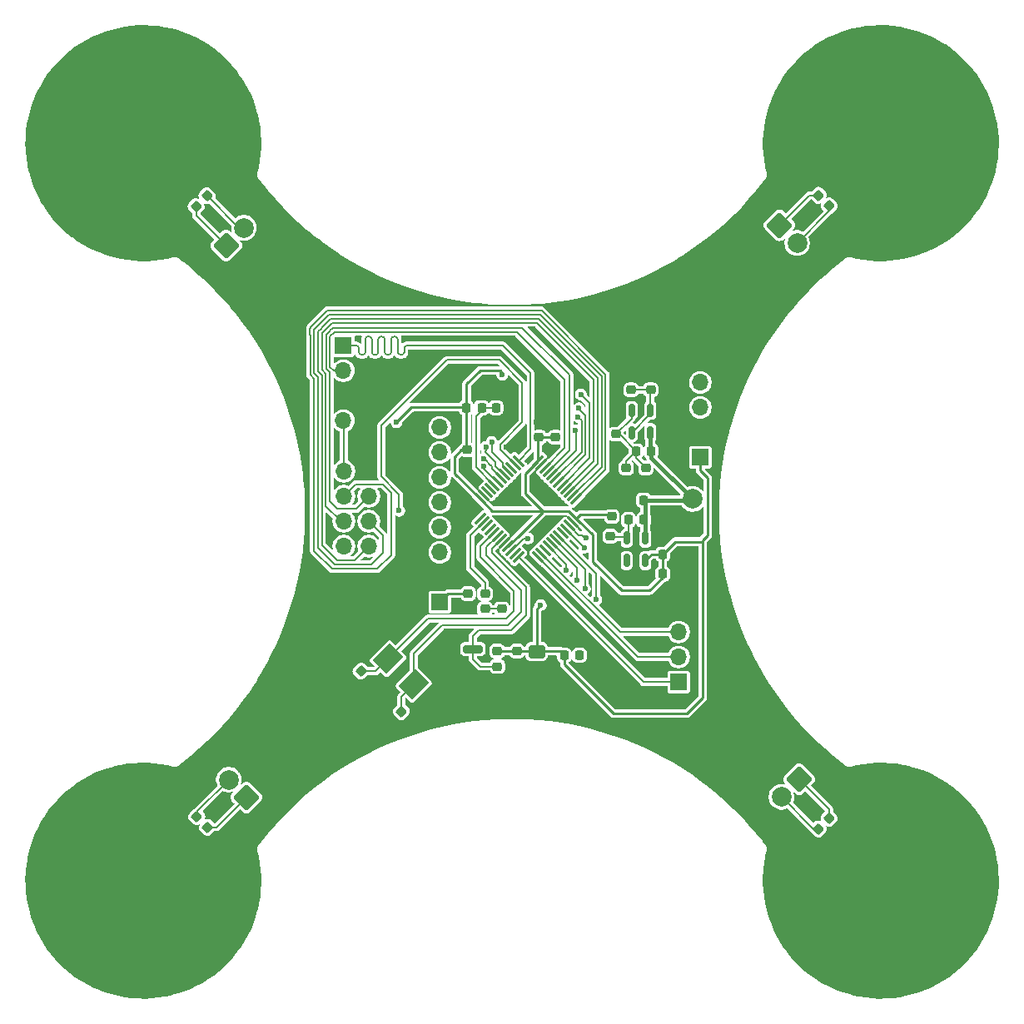
<source format=gbr>
%TF.GenerationSoftware,KiCad,Pcbnew,9.0.0*%
%TF.CreationDate,2025-07-06T23:34:01+07:00*%
%TF.ProjectId,MiniDrone_aDat,4d696e69-4472-46f6-9e65-5f614461742e,rev?*%
%TF.SameCoordinates,Original*%
%TF.FileFunction,Copper,L1,Top*%
%TF.FilePolarity,Positive*%
%FSLAX46Y46*%
G04 Gerber Fmt 4.6, Leading zero omitted, Abs format (unit mm)*
G04 Created by KiCad (PCBNEW 9.0.0) date 2025-07-06 23:34:01*
%MOMM*%
%LPD*%
G01*
G04 APERTURE LIST*
G04 Aperture macros list*
%AMRoundRect*
0 Rectangle with rounded corners*
0 $1 Rounding radius*
0 $2 $3 $4 $5 $6 $7 $8 $9 X,Y pos of 4 corners*
0 Add a 4 corners polygon primitive as box body*
4,1,4,$2,$3,$4,$5,$6,$7,$8,$9,$2,$3,0*
0 Add four circle primitives for the rounded corners*
1,1,$1+$1,$2,$3*
1,1,$1+$1,$4,$5*
1,1,$1+$1,$6,$7*
1,1,$1+$1,$8,$9*
0 Add four rect primitives between the rounded corners*
20,1,$1+$1,$2,$3,$4,$5,0*
20,1,$1+$1,$4,$5,$6,$7,0*
20,1,$1+$1,$6,$7,$8,$9,0*
20,1,$1+$1,$8,$9,$2,$3,0*%
%AMRotRect*
0 Rectangle, with rotation*
0 The origin of the aperture is its center*
0 $1 length*
0 $2 width*
0 $3 Rotation angle, in degrees counterclockwise*
0 Add horizontal line*
21,1,$1,$2,0,0,$3*%
G04 Aperture macros list end*
%TA.AperFunction,SMDPad,CuDef*%
%ADD10RoundRect,0.225000X-0.250000X0.225000X-0.250000X-0.225000X0.250000X-0.225000X0.250000X0.225000X0*%
%TD*%
%TA.AperFunction,SMDPad,CuDef*%
%ADD11RoundRect,0.225000X-0.225000X-0.250000X0.225000X-0.250000X0.225000X0.250000X-0.225000X0.250000X0*%
%TD*%
%TA.AperFunction,ComponentPad*%
%ADD12C,2.500000*%
%TD*%
%TA.AperFunction,ComponentPad*%
%ADD13C,9.000000*%
%TD*%
%TA.AperFunction,SMDPad,CuDef*%
%ADD14RoundRect,0.250000X-0.600000X0.400000X-0.600000X-0.400000X0.600000X-0.400000X0.600000X0.400000X0*%
%TD*%
%TA.AperFunction,ComponentPad*%
%ADD15R,1.700000X1.700000*%
%TD*%
%TA.AperFunction,ComponentPad*%
%ADD16O,1.700000X1.700000*%
%TD*%
%TA.AperFunction,SMDPad,CuDef*%
%ADD17RoundRect,0.225000X0.250000X-0.225000X0.250000X0.225000X-0.250000X0.225000X-0.250000X-0.225000X0*%
%TD*%
%TA.AperFunction,SMDPad,CuDef*%
%ADD18RoundRect,0.200000X0.800000X-0.200000X0.800000X0.200000X-0.800000X0.200000X-0.800000X-0.200000X0*%
%TD*%
%TA.AperFunction,SMDPad,CuDef*%
%ADD19RoundRect,0.225000X0.017678X-0.335876X0.335876X-0.017678X-0.017678X0.335876X-0.335876X0.017678X0*%
%TD*%
%TA.AperFunction,SMDPad,CuDef*%
%ADD20RoundRect,0.225000X-0.017678X0.335876X-0.335876X0.017678X0.017678X-0.335876X0.335876X-0.017678X0*%
%TD*%
%TA.AperFunction,SMDPad,CuDef*%
%ADD21RotRect,2.000000X2.400000X135.000000*%
%TD*%
%TA.AperFunction,SMDPad,CuDef*%
%ADD22RoundRect,0.225000X0.225000X0.250000X-0.225000X0.250000X-0.225000X-0.250000X0.225000X-0.250000X0*%
%TD*%
%TA.AperFunction,SMDPad,CuDef*%
%ADD23RoundRect,0.075000X-0.415425X-0.521491X0.521491X0.415425X0.415425X0.521491X-0.521491X-0.415425X0*%
%TD*%
%TA.AperFunction,SMDPad,CuDef*%
%ADD24RoundRect,0.075000X0.415425X-0.521491X0.521491X-0.415425X-0.415425X0.521491X-0.521491X0.415425X0*%
%TD*%
%TA.AperFunction,SMDPad,CuDef*%
%ADD25RoundRect,0.150000X-0.150000X0.512500X-0.150000X-0.512500X0.150000X-0.512500X0.150000X0.512500X0*%
%TD*%
%TA.AperFunction,SMDPad,CuDef*%
%ADD26RoundRect,0.225000X0.335876X0.017678X0.017678X0.335876X-0.335876X-0.017678X-0.017678X-0.335876X0*%
%TD*%
%TA.AperFunction,SMDPad,CuDef*%
%ADD27RoundRect,0.225000X-0.335876X-0.017678X-0.017678X-0.335876X0.335876X0.017678X0.017678X0.335876X0*%
%TD*%
%TA.AperFunction,ComponentPad*%
%ADD28RoundRect,0.250000X0.750000X-0.750000X0.750000X0.750000X-0.750000X0.750000X-0.750000X-0.750000X0*%
%TD*%
%TA.AperFunction,ComponentPad*%
%ADD29C,2.000000*%
%TD*%
%TA.AperFunction,ComponentPad*%
%ADD30RoundRect,0.250000X0.000000X1.060660X-1.060660X0.000000X0.000000X-1.060660X1.060660X0.000000X0*%
%TD*%
%TA.AperFunction,ComponentPad*%
%ADD31RoundRect,0.250000X1.060660X0.000000X0.000000X1.060660X-1.060660X0.000000X0.000000X-1.060660X0*%
%TD*%
%TA.AperFunction,ComponentPad*%
%ADD32RoundRect,0.250000X0.000000X-1.060660X1.060660X0.000000X0.000000X1.060660X-1.060660X0.000000X0*%
%TD*%
%TA.AperFunction,ComponentPad*%
%ADD33RoundRect,0.250000X-1.060660X0.000000X0.000000X-1.060660X1.060660X0.000000X0.000000X1.060660X0*%
%TD*%
%TA.AperFunction,ViaPad*%
%ADD34C,0.600000*%
%TD*%
%TA.AperFunction,Conductor*%
%ADD35C,0.270000*%
%TD*%
%TA.AperFunction,Conductor*%
%ADD36C,0.200000*%
%TD*%
%TA.AperFunction,Conductor*%
%ADD37C,0.400000*%
%TD*%
G04 APERTURE END LIST*
D10*
%TO.P,C16,1*%
%TO.N,Net-(U4-+)*%
X113960000Y-95845000D03*
%TO.P,C16,2*%
%TO.N,GND*%
X113960000Y-97395000D03*
%TD*%
D11*
%TO.P,R8,1*%
%TO.N,Net-(U4-+)*%
X112960000Y-94120000D03*
%TO.P,R8,2*%
%TO.N,Vin*%
X114510000Y-94120000D03*
%TD*%
D10*
%TO.P,R5,1*%
%TO.N,Net-(U2-EN)*%
X110340000Y-102785000D03*
%TO.P,R5,2*%
%TO.N,GND*%
X110340000Y-104335000D03*
%TD*%
D12*
%TO.P,Scr11,GND,GND*%
%TO.N,GND*%
X62858840Y-70824801D03*
%TD*%
D10*
%TO.P,C5,1*%
%TO.N,+3V3*%
X95900000Y-108625000D03*
%TO.P,C5,2*%
%TO.N,GND*%
X95900000Y-110175000D03*
%TD*%
D13*
%TO.P,Mt4,GND,GND*%
%TO.N,GND*%
X137858842Y-137808825D03*
%TD*%
%TO.P,Mt3,GND,GND*%
%TO.N,GND*%
X62858842Y-137808824D03*
%TD*%
D14*
%TO.P,D2,1,K*%
%TO.N,+3V3*%
X102860000Y-114500000D03*
%TO.P,D2,2,A*%
%TO.N,GND*%
X102860000Y-118000000D03*
%TD*%
D10*
%TO.P,C4,1*%
%TO.N,+3V3*%
X100860000Y-114475000D03*
%TO.P,C4,2*%
%TO.N,GND*%
X100860000Y-116025000D03*
%TD*%
D15*
%TO.P,J9,1,Pin_1*%
%TO.N,/TopLevelDesign/SWCLK*%
X83200000Y-83400000D03*
D16*
%TO.P,J9,2,Pin_2*%
%TO.N,/TopLevelDesign/SWDIO*%
X83200000Y-85940000D03*
%TO.P,J9,3,Pin_3*%
%TO.N,GND*%
X83200000Y-88480000D03*
%TO.P,J9,4,Pin_4*%
%TO.N,+3V3*%
X83200000Y-91020000D03*
%TD*%
D11*
%TO.P,R7,1*%
%TO.N,+3V3*%
X105655000Y-114880000D03*
%TO.P,R7,2*%
%TO.N,Vin*%
X107205000Y-114880000D03*
%TD*%
D17*
%TO.P,C2,1*%
%TO.N,+3V3*%
X103070000Y-92725000D03*
%TO.P,C2,2*%
%TO.N,GND*%
X103070000Y-91175000D03*
%TD*%
D18*
%TO.P,SW1,1,1*%
%TO.N,GND*%
X96360000Y-118450000D03*
%TO.P,SW1,2,2*%
%TO.N,Net-(U1-NRST)*%
X96360000Y-114250000D03*
%TD*%
D10*
%TO.P,C14,1*%
%TO.N,Net-(U4-+)*%
X111960000Y-95845000D03*
%TO.P,C14,2*%
%TO.N,GND*%
X111960000Y-97395000D03*
%TD*%
D19*
%TO.P,C23,1*%
%TO.N,/TopLevelDesign/HBridge/H2_OUTB2*%
X131497487Y-132540381D03*
%TO.P,C23,2*%
%TO.N,/TopLevelDesign/HBridge/H2_OUTA2*%
X132593503Y-131444365D03*
%TD*%
D12*
%TO.P,Scr5,GND,GND*%
%TO.N,GND*%
X57490000Y-56840000D03*
%TD*%
%TO.P,Scr6,GND,GND*%
%TO.N,GND*%
X137858840Y-70827263D03*
%TD*%
D11*
%TO.P,R6,1*%
%TO.N,Net-(U2-EN)*%
X112185000Y-101120000D03*
%TO.P,R6,2*%
%TO.N,Vin*%
X113735000Y-101120000D03*
%TD*%
%TO.P,C1,1*%
%TO.N,+3V3*%
X115685000Y-104620000D03*
%TO.P,C1,2*%
%TO.N,GND*%
X117235000Y-104620000D03*
%TD*%
D20*
%TO.P,C19,1*%
%TO.N,/TopLevelDesign/HBridge/H1_OUTB2*%
X69332513Y-68159619D03*
%TO.P,C19,2*%
%TO.N,/TopLevelDesign/HBridge/H1_OUTA2*%
X68236497Y-69255635D03*
%TD*%
D10*
%TO.P,R1,1*%
%TO.N,+3V3*%
X98860000Y-114475000D03*
%TO.P,R1,2*%
%TO.N,Net-(U1-NRST)*%
X98860000Y-116025000D03*
%TD*%
D17*
%TO.P,R9,1*%
%TO.N,Net-(U4-+)*%
X110910000Y-92395000D03*
%TO.P,R9,2*%
%TO.N,GND*%
X110910000Y-90845000D03*
%TD*%
D21*
%TO.P,Y1,1,1*%
%TO.N,Net-(U1-PD1)*%
X90356156Y-117856156D03*
%TO.P,Y1,2,2*%
%TO.N,Net-(U1-PD0)*%
X87739860Y-115239860D03*
%TD*%
D22*
%TO.P,C11,1*%
%TO.N,Vin*%
X113735000Y-99120000D03*
%TO.P,C11,2*%
%TO.N,GND*%
X112185000Y-99120000D03*
%TD*%
D12*
%TO.P,Scr7,GND,GND*%
%TO.N,GND*%
X70880229Y-137808820D03*
%TD*%
D13*
%TO.P,Mt2,GND,GND*%
%TO.N,GND*%
X62858842Y-62808826D03*
%TD*%
D22*
%TO.P,R2,1*%
%TO.N,GND*%
X100265000Y-89720000D03*
%TO.P,R2,2*%
%TO.N,Net-(U1-BOOT0)*%
X98715000Y-89720000D03*
%TD*%
D12*
%TO.P,Scr15,GND,GND*%
%TO.N,GND*%
X62858840Y-129787431D03*
%TD*%
D11*
%TO.P,C8,1*%
%TO.N,+3V3*%
X115685000Y-106620000D03*
%TO.P,C8,2*%
%TO.N,GND*%
X117235000Y-106620000D03*
%TD*%
D23*
%TO.P,U1,1,VBAT*%
%TO.N,unconnected-(U1-VBAT-Pad1)*%
X97112124Y-100998788D03*
%TO.P,U1,2,PC13*%
%TO.N,Net-(U1-PC13)*%
X97465678Y-101352342D03*
%TO.P,U1,3,PC14*%
%TO.N,/TopLevelDesign/MCU/PC14*%
X97819231Y-101705895D03*
%TO.P,U1,4,PC15*%
%TO.N,/TopLevelDesign/MCU/PC15*%
X98172785Y-102059449D03*
%TO.P,U1,5,PD0*%
%TO.N,Net-(U1-PD0)*%
X98526338Y-102413002D03*
%TO.P,U1,6,PD1*%
%TO.N,Net-(U1-PD1)*%
X98879891Y-102766555D03*
%TO.P,U1,7,NRST*%
%TO.N,Net-(U1-NRST)*%
X99233445Y-103120109D03*
%TO.P,U1,8,VSSA*%
%TO.N,GND*%
X99586998Y-103473662D03*
%TO.P,U1,9,VDDA*%
%TO.N,+3V3*%
X99940551Y-103827215D03*
%TO.P,U1,10,PA0*%
%TO.N,/TopLevelDesign/MCU/PA0*%
X100294105Y-104180769D03*
%TO.P,U1,11,PA1*%
%TO.N,/TopLevelDesign/MCU/PA1*%
X100647658Y-104534322D03*
%TO.P,U1,12,PA2*%
%TO.N,/TopLevelDesign/PA2*%
X101001212Y-104887876D03*
D24*
%TO.P,U1,13,PA3*%
%TO.N,/TopLevelDesign/PA3*%
X102998788Y-104887876D03*
%TO.P,U1,14,PA4*%
%TO.N,/TopLevelDesign/PA4*%
X103352342Y-104534322D03*
%TO.P,U1,15,PA5*%
%TO.N,/TopLevelDesign/MCU/PA5*%
X103705895Y-104180769D03*
%TO.P,U1,16,PA6*%
%TO.N,/TopLevelDesign/HBridge/H2_INA1*%
X104059449Y-103827215D03*
%TO.P,U1,17,PA7*%
%TO.N,/TopLevelDesign/HBridge/H2_INB1*%
X104413002Y-103473662D03*
%TO.P,U1,18,PB0*%
%TO.N,/TopLevelDesign/HBridge/H2_INA2*%
X104766555Y-103120109D03*
%TO.P,U1,19,PB1*%
%TO.N,/TopLevelDesign/HBridge/H2_INB2*%
X105120109Y-102766555D03*
%TO.P,U1,20,PB2*%
%TO.N,/TopLevelDesign/MCU/PB2*%
X105473662Y-102413002D03*
%TO.P,U1,21,PB10*%
%TO.N,/TopLevelDesign/PB10*%
X105827215Y-102059449D03*
%TO.P,U1,22,PB11*%
%TO.N,/TopLevelDesign/PB11*%
X106180769Y-101705895D03*
%TO.P,U1,23,VSS*%
%TO.N,GND*%
X106534322Y-101352342D03*
%TO.P,U1,24,VDD*%
%TO.N,+3V3*%
X106887876Y-100998788D03*
D23*
%TO.P,U1,25,PB12*%
%TO.N,/TopLevelDesign/PB12*%
X106887876Y-99001212D03*
%TO.P,U1,26,PB13*%
%TO.N,/TopLevelDesign/PB13*%
X106534322Y-98647658D03*
%TO.P,U1,27,PB14*%
%TO.N,/TopLevelDesign/PB14*%
X106180769Y-98294105D03*
%TO.P,U1,28,PB15*%
%TO.N,/TopLevelDesign/PB15*%
X105827215Y-97940551D03*
%TO.P,U1,29,PA8*%
%TO.N,/TopLevelDesign/HBridge/H1_INA1*%
X105473662Y-97586998D03*
%TO.P,U1,30,PA9*%
%TO.N,/TopLevelDesign/HBridge/H1_INB1*%
X105120109Y-97233445D03*
%TO.P,U1,31,PA10*%
%TO.N,/TopLevelDesign/HBridge/H1_INA2*%
X104766555Y-96879891D03*
%TO.P,U1,32,PA11*%
%TO.N,/TopLevelDesign/HBridge/H1_INB2*%
X104413002Y-96526338D03*
%TO.P,U1,33,PA12*%
%TO.N,/TopLevelDesign/PA12*%
X104059449Y-96172785D03*
%TO.P,U1,34,PA13*%
%TO.N,/TopLevelDesign/SWDIO*%
X103705895Y-95819231D03*
%TO.P,U1,35,VSS*%
%TO.N,GND*%
X103352342Y-95465678D03*
%TO.P,U1,36,VDD*%
%TO.N,+3V3*%
X102998788Y-95112124D03*
D24*
%TO.P,U1,37,PA14*%
%TO.N,/TopLevelDesign/SWCLK*%
X101001212Y-95112124D03*
%TO.P,U1,38,PA15*%
%TO.N,/TopLevelDesign/PA15*%
X100647658Y-95465678D03*
%TO.P,U1,39,PB3*%
%TO.N,/TopLevelDesign/MCU/PB3*%
X100294105Y-95819231D03*
%TO.P,U1,40,PB4*%
%TO.N,/TopLevelDesign/PB4*%
X99940551Y-96172785D03*
%TO.P,U1,41,PB5*%
%TO.N,/TopLevelDesign/PB5*%
X99586998Y-96526338D03*
%TO.P,U1,42,PB6*%
%TO.N,/TopLevelDesign/PB6*%
X99233445Y-96879891D03*
%TO.P,U1,43,PB7*%
%TO.N,/TopLevelDesign/PB7*%
X98879891Y-97233445D03*
%TO.P,U1,44,BOOT0*%
%TO.N,Net-(U1-BOOT0)*%
X98526338Y-97586998D03*
%TO.P,U1,45,PB8*%
%TO.N,/TopLevelDesign/MCU/PB8*%
X98172785Y-97940551D03*
%TO.P,U1,46,PB9*%
%TO.N,/TopLevelDesign/MCU/PB9*%
X97819231Y-98294105D03*
%TO.P,U1,47,VSS*%
%TO.N,GND*%
X97465678Y-98647658D03*
%TO.P,U1,48,VDD*%
%TO.N,+3V3*%
X97112124Y-99001212D03*
%TD*%
D12*
%TO.P,Scr10,GND,GND*%
%TO.N,GND*%
X143920000Y-143110000D03*
%TD*%
D25*
%TO.P,U4,1*%
%TO.N,/TopLevelDesign/MCU/PA0*%
X114410000Y-89982500D03*
%TO.P,U4,2,V-*%
%TO.N,GND*%
X113460000Y-89982500D03*
%TO.P,U4,3,+*%
%TO.N,Net-(U4-+)*%
X112510000Y-89982500D03*
%TO.P,U4,4,-*%
%TO.N,/TopLevelDesign/MCU/PA0*%
X112510000Y-92257500D03*
%TO.P,U4,5,V+*%
%TO.N,Vin*%
X114410000Y-92257500D03*
%TD*%
D12*
%TO.P,Scr9,GND,GND*%
%TO.N,GND*%
X129840407Y-62808830D03*
%TD*%
D15*
%TO.P,J7,1,Pin_1*%
%TO.N,/TopLevelDesign/PA2*%
X117300000Y-117600000D03*
D16*
%TO.P,J7,2,Pin_2*%
%TO.N,/TopLevelDesign/PA3*%
X117300000Y-115060000D03*
%TO.P,J7,3,Pin_3*%
%TO.N,/TopLevelDesign/PA4*%
X117300000Y-112520000D03*
%TO.P,J7,4,Pin_4*%
%TO.N,GND*%
X117300000Y-109980000D03*
%TD*%
D22*
%TO.P,R3,1*%
%TO.N,Net-(U1-BOOT0)*%
X97265000Y-89720000D03*
%TO.P,R3,2*%
%TO.N,+3V3*%
X95715000Y-89720000D03*
%TD*%
D17*
%TO.P,C20,1*%
%TO.N,/TopLevelDesign/MCU/PA0*%
X112460000Y-87895000D03*
%TO.P,C20,2*%
%TO.N,GND*%
X112460000Y-86345000D03*
%TD*%
D12*
%TO.P,Scr16,GND,GND*%
%TO.N,GND*%
X129852126Y-137808820D03*
%TD*%
D10*
%TO.P,D1,1,K*%
%TO.N,GND*%
X99300000Y-108625000D03*
%TO.P,D1,2,A*%
%TO.N,Net-(D1-A)*%
X99300000Y-110175000D03*
%TD*%
%TO.P,C7,1*%
%TO.N,+3V3*%
X95775000Y-94000000D03*
%TO.P,C7,2*%
%TO.N,GND*%
X95775000Y-95550000D03*
%TD*%
D17*
%TO.P,C18,1*%
%TO.N,/TopLevelDesign/MCU/PA0*%
X114460000Y-87895000D03*
%TO.P,C18,2*%
%TO.N,GND*%
X114460000Y-86345000D03*
%TD*%
D26*
%TO.P,C17,1*%
%TO.N,/TopLevelDesign/HBridge/H1_OUTB1*%
X132600381Y-69202513D03*
%TO.P,C17,2*%
%TO.N,/TopLevelDesign/HBridge/H1_OUTA1*%
X131504365Y-68106497D03*
%TD*%
D17*
%TO.P,C6,1*%
%TO.N,+3V3*%
X104770000Y-92725000D03*
%TO.P,C6,2*%
%TO.N,GND*%
X104770000Y-91175000D03*
%TD*%
D12*
%TO.P,Scr12,GND,GND*%
%TO.N,GND*%
X56940000Y-143320000D03*
%TD*%
D10*
%TO.P,R4,1*%
%TO.N,Net-(U1-PC13)*%
X97600000Y-108625000D03*
%TO.P,R4,2*%
%TO.N,Net-(D1-A)*%
X97600000Y-110175000D03*
%TD*%
D13*
%TO.P,Mt1,GND,GND*%
%TO.N,GND*%
X137750000Y-62400000D03*
%TD*%
D17*
%TO.P,C12,1*%
%TO.N,+3V3*%
X110500000Y-100775000D03*
%TO.P,C12,2*%
%TO.N,GND*%
X110500000Y-99225000D03*
%TD*%
D27*
%TO.P,C21,1*%
%TO.N,/TopLevelDesign/HBridge/H2_OUTB1*%
X68289619Y-131287487D03*
%TO.P,C21,2*%
%TO.N,/TopLevelDesign/HBridge/H2_OUTA1*%
X69385635Y-132383503D03*
%TD*%
%TO.P,C10,1*%
%TO.N,Net-(U1-PD0)*%
X85000000Y-116500000D03*
%TO.P,C10,2*%
%TO.N,GND*%
X86096016Y-117596016D03*
%TD*%
D28*
%TO.P,J5,1,Pin_1*%
%TO.N,GND*%
X118707500Y-101535000D03*
D29*
%TO.P,J5,2,Pin_2*%
%TO.N,Vin*%
X118707500Y-98995000D03*
%TD*%
D26*
%TO.P,C9,1*%
%TO.N,Net-(U1-PD1)*%
X89096016Y-120596016D03*
%TO.P,C9,2*%
%TO.N,GND*%
X88000000Y-119500000D03*
%TD*%
D12*
%TO.P,Scr14,GND,GND*%
%TO.N,GND*%
X142990000Y-56640000D03*
%TD*%
D25*
%TO.P,U2,1,VIN*%
%TO.N,Vin*%
X113910000Y-102982500D03*
%TO.P,U2,2,GND*%
%TO.N,GND*%
X112960000Y-102982500D03*
%TO.P,U2,3,EN*%
%TO.N,Net-(U2-EN)*%
X112010000Y-102982500D03*
%TO.P,U2,4,SENSE/ADJ*%
%TO.N,unconnected-(U2-SENSE{slash}ADJ-Pad4)*%
X112010000Y-105257500D03*
%TO.P,U2,5,VOUT*%
%TO.N,+3V3*%
X113910000Y-105257500D03*
%TD*%
D12*
%TO.P,Scr8,GND,GND*%
%TO.N,GND*%
X70874811Y-62808830D03*
%TD*%
%TO.P,Scr13,GND,GND*%
%TO.N,GND*%
X137858840Y-129802106D03*
%TD*%
D30*
%TO.P,J3,1,Pin_1*%
%TO.N,/TopLevelDesign/HBridge/H2_OUTA2*%
X129545495Y-127492373D03*
D29*
%TO.P,J3,2,Pin_2*%
%TO.N,/TopLevelDesign/HBridge/H2_OUTB2*%
X127749444Y-129288424D03*
%TD*%
D31*
%TO.P,J4,1,Pin_1*%
%TO.N,/TopLevelDesign/HBridge/H2_OUTA1*%
X73337627Y-129335495D03*
D29*
%TO.P,J4,2,Pin_2*%
%TO.N,/TopLevelDesign/HBridge/H2_OUTB1*%
X71541576Y-127539444D03*
%TD*%
D12*
%TO.P,Scr2,GND,GND*%
%TO.N,GND*%
X77020000Y-76900000D03*
%TD*%
D15*
%TO.P,J10,1,Pin_1*%
%TO.N,+3V3*%
X119500000Y-94760000D03*
D16*
%TO.P,J10,2,Pin_2*%
%TO.N,GND*%
X119500000Y-92220000D03*
%TO.P,J10,3,Pin_3*%
%TO.N,/TopLevelDesign/PB10*%
X119500000Y-89680000D03*
%TO.P,J10,4,Pin_4*%
%TO.N,/TopLevelDesign/PB11*%
X119500000Y-87140000D03*
%TD*%
D15*
%TO.P,J8,1,Pin_1*%
%TO.N,GND*%
X85785000Y-96170000D03*
D16*
%TO.P,J8,2,Pin_2*%
%TO.N,+3V3*%
X83245000Y-96170000D03*
%TO.P,J8,3,Pin_3*%
%TO.N,/TopLevelDesign/PA12*%
X85785000Y-98710000D03*
%TO.P,J8,4,Pin_4*%
%TO.N,/TopLevelDesign/PB12*%
X83245000Y-98710000D03*
%TO.P,J8,5,Pin_5*%
%TO.N,/TopLevelDesign/PB13*%
X85785000Y-101250000D03*
%TO.P,J8,6,Pin_6*%
%TO.N,/TopLevelDesign/PB15*%
X83245000Y-101250000D03*
%TO.P,J8,7,Pin_7*%
%TO.N,/TopLevelDesign/PB14*%
X85785000Y-103790000D03*
%TO.P,J8,8,Pin_8*%
%TO.N,/TopLevelDesign/PA15*%
X83245000Y-103790000D03*
%TD*%
D12*
%TO.P,Scr1,GND,GND*%
%TO.N,GND*%
X124100000Y-76890000D03*
%TD*%
D32*
%TO.P,J2,1,Pin_1*%
%TO.N,/TopLevelDesign/HBridge/H1_OUTA2*%
X71284505Y-73207627D03*
D29*
%TO.P,J2,2,Pin_2*%
%TO.N,/TopLevelDesign/HBridge/H1_OUTB2*%
X73080556Y-71411576D03*
%TD*%
D33*
%TO.P,J1,1,Pin_1*%
%TO.N,/TopLevelDesign/HBridge/H1_OUTA1*%
X127552373Y-71154505D03*
D29*
%TO.P,J1,2,Pin_2*%
%TO.N,/TopLevelDesign/HBridge/H1_OUTB1*%
X129348424Y-72950556D03*
%TD*%
D12*
%TO.P,Scr3,GND,GND*%
%TO.N,GND*%
X124260000Y-123460000D03*
%TD*%
%TO.P,Scr4,GND,GND*%
%TO.N,GND*%
X77070000Y-123510000D03*
%TD*%
D15*
%TO.P,J6,1,Pin_1*%
%TO.N,+3V3*%
X93000000Y-109500000D03*
D16*
%TO.P,J6,2,Pin_2*%
%TO.N,GND*%
X93000000Y-106960000D03*
%TO.P,J6,3,Pin_3*%
%TO.N,/TopLevelDesign/PB6*%
X93000000Y-104420000D03*
%TO.P,J6,4,Pin_4*%
%TO.N,/TopLevelDesign/PB7*%
X93000000Y-101880000D03*
%TO.P,J6,5,Pin_5*%
%TO.N,unconnected-(J6-Pin_5-Pad5)*%
X93000000Y-99340000D03*
%TO.P,J6,6,Pin_6*%
%TO.N,unconnected-(J6-Pin_6-Pad6)*%
X93000000Y-96800000D03*
%TO.P,J6,7,Pin_7*%
%TO.N,/TopLevelDesign/PB4*%
X93000000Y-94260000D03*
%TO.P,J6,8,Pin_8*%
%TO.N,/TopLevelDesign/PB5*%
X93000000Y-91720000D03*
%TD*%
D34*
%TO.N,+3V3*%
X95725000Y-89670000D03*
X99365000Y-86360000D03*
X88600000Y-91205000D03*
X103270000Y-109790000D03*
X105632500Y-114857500D03*
%TO.N,GND*%
X79480000Y-109660000D03*
X107660000Y-99760000D03*
X92750000Y-82690000D03*
X86780000Y-87010000D03*
X92820000Y-88310000D03*
X100550000Y-101380000D03*
X105380000Y-99510000D03*
X104130000Y-109170000D03*
X115790000Y-100400000D03*
X102920000Y-97680000D03*
X109200000Y-104440000D03*
X117270000Y-88290000D03*
X86030000Y-93030000D03*
X116010000Y-97970000D03*
X83250000Y-112030000D03*
X111180000Y-85520000D03*
X97950000Y-91880000D03*
X117770000Y-85350000D03*
X99760000Y-93680000D03*
X100270000Y-89710000D03*
X91020000Y-112980000D03*
X95140000Y-104310000D03*
X92670000Y-114660000D03*
X101520000Y-92830000D03*
X107520000Y-86990000D03*
X84290000Y-76810000D03*
X98220000Y-107020000D03*
X77000000Y-81540000D03*
X103610000Y-101680000D03*
X99920000Y-120660000D03*
X101480000Y-106520000D03*
X123940000Y-117600000D03*
X113590000Y-84700000D03*
X112160000Y-109700000D03*
X89580000Y-103550000D03*
X93580000Y-86890000D03*
X121180000Y-81870000D03*
X89480000Y-86580000D03*
X95520000Y-100750000D03*
X100740000Y-98840000D03*
X116830000Y-92180000D03*
X118420000Y-96180000D03*
X90030000Y-96030000D03*
X96490000Y-96980000D03*
X114380000Y-106930000D03*
X113930000Y-78230000D03*
X85470000Y-122650000D03*
X112050000Y-122430000D03*
X104300000Y-93990000D03*
X87400000Y-99990000D03*
X113942180Y-113779702D03*
%TO.N,Vin*%
X107205000Y-114880000D03*
X114510000Y-94120000D03*
%TO.N,/TopLevelDesign/MCU/PA0*%
X112460000Y-87895000D03*
X101990000Y-103010000D03*
%TO.N,/TopLevelDesign/PB7*%
X97500000Y-95700000D03*
%TO.N,/TopLevelDesign/PB5*%
X97685421Y-93712149D03*
%TO.N,/TopLevelDesign/PB6*%
X97500000Y-94898581D03*
%TO.N,/TopLevelDesign/PB4*%
X98300000Y-93200000D03*
%TO.N,/TopLevelDesign/PA15*%
X88870000Y-100190000D03*
%TO.N,/TopLevelDesign/PB11*%
X107870000Y-102950000D03*
%TO.N,/TopLevelDesign/PB10*%
X107720000Y-103940000D03*
%TO.N,/TopLevelDesign/HBridge/H2_INB2*%
X108910000Y-109230000D03*
%TO.N,/TopLevelDesign/HBridge/H1_INB2*%
X106780000Y-92030000D03*
%TO.N,/TopLevelDesign/HBridge/H2_INA1*%
X105888275Y-106221725D03*
%TO.N,/TopLevelDesign/HBridge/H1_INA2*%
X107070000Y-90640000D03*
%TO.N,/TopLevelDesign/HBridge/H1_INB1*%
X107160158Y-89765713D03*
%TO.N,/TopLevelDesign/HBridge/H2_INB1*%
X106940000Y-107230000D03*
%TO.N,/TopLevelDesign/HBridge/H1_INA1*%
X107360000Y-88360000D03*
%TO.N,/TopLevelDesign/HBridge/H2_INA2*%
X107768275Y-108101725D03*
%TD*%
D35*
%TO.N,+3V3*%
X116975000Y-103330000D02*
X115685000Y-104620000D01*
D36*
X83245000Y-91065000D02*
X83200000Y-91020000D01*
D35*
X105070000Y-92725000D02*
X103070000Y-92725000D01*
X101018943Y-102761057D02*
X101018943Y-102751057D01*
X88600000Y-91205000D02*
X90135000Y-89670000D01*
X97112124Y-99001212D02*
X94500000Y-96389088D01*
X108550000Y-102640000D02*
X108550000Y-105360000D01*
X98310000Y-100200000D02*
X103490057Y-100200000D01*
X95725000Y-89670000D02*
X95725000Y-93950000D01*
X107306664Y-100580000D02*
X110100000Y-100580000D01*
X101008943Y-102751057D02*
X101018943Y-102751057D01*
X94500000Y-94710000D02*
X95210000Y-94000000D01*
X97112124Y-99001212D02*
X97112124Y-99002124D01*
X97095000Y-85945000D02*
X95725000Y-87315000D01*
X95210000Y-94000000D02*
X95775000Y-94000000D01*
X101710000Y-98419943D02*
X101710000Y-96400912D01*
X120260000Y-102670000D02*
X120260000Y-96840000D01*
X103490057Y-100279943D02*
X103490057Y-100200000D01*
X103270000Y-109790000D02*
X102860000Y-110200000D01*
X103490057Y-100200000D02*
X101710000Y-98419943D01*
X105655000Y-114880000D02*
X105655000Y-115795000D01*
X99150000Y-85945000D02*
X97095000Y-85945000D01*
X106887876Y-100998788D02*
X106908788Y-100998788D01*
X98860000Y-114475000D02*
X105250000Y-114475000D01*
X99940551Y-103827215D02*
X99940551Y-103819449D01*
X99940551Y-103819449D02*
X101008943Y-102751057D01*
X102998788Y-93076212D02*
X103300000Y-92775000D01*
X114547500Y-104620000D02*
X115685000Y-104620000D01*
X101018943Y-102751057D02*
X103490057Y-100279943D01*
X103490057Y-100200000D02*
X106089088Y-100200000D01*
X114350000Y-108310000D02*
X115685000Y-106975000D01*
X102998788Y-95112124D02*
X102998788Y-93076212D01*
X94500000Y-96389088D02*
X94500000Y-94710000D01*
X93870000Y-108630000D02*
X95895000Y-108630000D01*
X120260000Y-96840000D02*
X119500000Y-96080000D01*
X95725000Y-87315000D02*
X95725000Y-89670000D01*
X101127766Y-102640000D02*
X101140000Y-102640000D01*
X106887876Y-100998788D02*
X107306664Y-100580000D01*
X101710000Y-96400912D02*
X102998788Y-95112124D01*
X119500000Y-96080000D02*
X119500000Y-94760000D01*
X95725000Y-93950000D02*
X95775000Y-94000000D01*
X106089088Y-100200000D02*
X106887876Y-100998788D01*
X110325000Y-100600000D02*
X110500000Y-100775000D01*
X118110000Y-120830000D02*
X119750000Y-119190000D01*
X111500000Y-108310000D02*
X114350000Y-108310000D01*
X105250000Y-114475000D02*
X105632500Y-114857500D01*
X110690000Y-120830000D02*
X118110000Y-120830000D01*
X110100000Y-100580000D02*
X110325000Y-100805000D01*
X99365000Y-86160000D02*
X99150000Y-85945000D01*
X110325000Y-100805000D02*
X110325000Y-100600000D01*
X105655000Y-115795000D02*
X110690000Y-120830000D01*
X106908788Y-100998788D02*
X108550000Y-102640000D01*
X90135000Y-89670000D02*
X95725000Y-89670000D01*
X108550000Y-105360000D02*
X111500000Y-108310000D01*
X95895000Y-108630000D02*
X95900000Y-108625000D01*
X113910000Y-105257500D02*
X114547500Y-104620000D01*
X115685000Y-106620000D02*
X115685000Y-104620000D01*
X93000000Y-109500000D02*
X93870000Y-108630000D01*
X119750000Y-103180000D02*
X120260000Y-102670000D01*
X119750000Y-119190000D02*
X119750000Y-103180000D01*
X97112124Y-99002124D02*
X98310000Y-100200000D01*
X99365000Y-86360000D02*
X99365000Y-86160000D01*
X105632500Y-114857500D02*
X105655000Y-114880000D01*
D36*
X83245000Y-96170000D02*
X83245000Y-91065000D01*
D35*
X119600000Y-103330000D02*
X116975000Y-103330000D01*
X102860000Y-110200000D02*
X102860000Y-114500000D01*
X115685000Y-106975000D02*
X115685000Y-106620000D01*
D36*
%TO.N,Net-(U1-PD1)*%
X97741000Y-103905446D02*
X98879891Y-102766555D01*
X90356156Y-114713844D02*
X93260000Y-111810000D01*
X101250000Y-108240000D02*
X97741000Y-104731000D01*
X99960000Y-111810000D02*
X101250000Y-110520000D01*
X89096016Y-120596016D02*
X89096016Y-119116296D01*
X97741000Y-104731000D02*
X97741000Y-103905446D01*
X101250000Y-110520000D02*
X101250000Y-108240000D01*
X89096016Y-119116296D02*
X90356156Y-117856156D01*
X90356156Y-117856156D02*
X90356156Y-114713844D01*
X93260000Y-111810000D02*
X99960000Y-111810000D01*
%TO.N,Net-(U1-PD0)*%
X86479720Y-116500000D02*
X87739860Y-115239860D01*
X91809720Y-111170000D02*
X87739860Y-115239860D01*
X97130000Y-104900000D02*
X100550000Y-108320000D01*
X100550000Y-108320000D02*
X100550000Y-110360000D01*
X98526338Y-102413002D02*
X97130000Y-103809340D01*
X99740000Y-111170000D02*
X91809720Y-111170000D01*
X100550000Y-110360000D02*
X99740000Y-111170000D01*
X85000000Y-116500000D02*
X86479720Y-116500000D01*
X97130000Y-103809340D02*
X97130000Y-104900000D01*
D37*
%TO.N,Vin*%
X118717500Y-98355000D02*
X117952500Y-99120000D01*
X113910000Y-99295000D02*
X113735000Y-99120000D01*
X113910000Y-102982500D02*
X113910000Y-99295000D01*
X117952500Y-99120000D02*
X113735000Y-99120000D01*
X114410000Y-94020000D02*
X114510000Y-94120000D01*
X114510000Y-94797500D02*
X118707500Y-98995000D01*
X114410000Y-92257500D02*
X114410000Y-94020000D01*
X114510000Y-94120000D02*
X114510000Y-94797500D01*
D36*
%TO.N,Net-(U4-+)*%
X111960000Y-95120000D02*
X112960000Y-94120000D01*
X110910000Y-92395000D02*
X112510000Y-90795000D01*
X112960000Y-94845000D02*
X113960000Y-95845000D01*
X112960000Y-94120000D02*
X112960000Y-94845000D01*
X111235000Y-92395000D02*
X112960000Y-94120000D01*
X110910000Y-92395000D02*
X111235000Y-92395000D01*
X112510000Y-90795000D02*
X112510000Y-89982500D01*
X111960000Y-95845000D02*
X111960000Y-95120000D01*
%TO.N,/TopLevelDesign/HBridge/H1_OUTB1*%
X129348424Y-72950556D02*
X132600381Y-69698599D01*
X132600381Y-69698599D02*
X132600381Y-69202513D01*
%TO.N,/TopLevelDesign/HBridge/H1_OUTA1*%
X130600381Y-68106497D02*
X131504365Y-68106497D01*
X127552373Y-71154505D02*
X130600381Y-68106497D01*
%TO.N,/TopLevelDesign/MCU/PA0*%
X114410000Y-90357500D02*
X114410000Y-89982500D01*
X101530000Y-103010000D02*
X100359231Y-104180769D01*
X112510000Y-92257500D02*
X114410000Y-90357500D01*
X100359231Y-104180769D02*
X100294105Y-104180769D01*
X114460000Y-87895000D02*
X112460000Y-87895000D01*
X114410000Y-89982500D02*
X114410000Y-87945000D01*
X114410000Y-87945000D02*
X114460000Y-87895000D01*
X101990000Y-103010000D02*
X101530000Y-103010000D01*
%TO.N,/TopLevelDesign/HBridge/H1_OUTB2*%
X69332513Y-68159619D02*
X72584470Y-71411576D01*
X72584470Y-71411576D02*
X73080556Y-71411576D01*
%TO.N,/TopLevelDesign/HBridge/H1_OUTA2*%
X68236497Y-70159619D02*
X71284505Y-73207627D01*
X68236497Y-69255635D02*
X68236497Y-70159619D01*
%TO.N,/TopLevelDesign/HBridge/H2_OUTB1*%
X71541576Y-127539444D02*
X68289619Y-130791401D01*
X68289619Y-130791401D02*
X68289619Y-131287487D01*
%TO.N,/TopLevelDesign/HBridge/H2_OUTA1*%
X69385635Y-132383503D02*
X70289619Y-132383503D01*
X70289619Y-132383503D02*
X73337627Y-129335495D01*
%TO.N,/TopLevelDesign/HBridge/H2_OUTA2*%
X132593503Y-130540381D02*
X132593503Y-131444365D01*
X129545495Y-127492373D02*
X132593503Y-130540381D01*
%TO.N,/TopLevelDesign/HBridge/H2_OUTB2*%
X127749444Y-129288424D02*
X131001401Y-132540381D01*
X131001401Y-132540381D02*
X131497487Y-132540381D01*
%TO.N,Net-(D1-A)*%
X97600000Y-110175000D02*
X99600000Y-110175000D01*
%TO.N,/TopLevelDesign/PB7*%
X98879891Y-97233445D02*
X98811075Y-97233445D01*
X97500000Y-95922370D02*
X97500000Y-95700000D01*
X98811075Y-97233445D02*
X97500000Y-95922370D01*
%TO.N,/TopLevelDesign/PB5*%
X97685421Y-93712149D02*
X97685421Y-94014471D01*
X97649946Y-94200000D02*
X98685467Y-95235521D01*
X98685467Y-95624807D02*
X99586998Y-96526338D01*
X98685467Y-95235521D02*
X98685467Y-95624807D01*
X97685421Y-94014471D02*
X97649946Y-94049946D01*
X97649946Y-94049946D02*
X97649946Y-94200000D01*
%TO.N,/TopLevelDesign/PB6*%
X98284467Y-95684464D02*
X98284467Y-95930913D01*
X97748943Y-95099000D02*
X98101000Y-95451057D01*
X97500000Y-94899997D02*
X97699003Y-95099000D01*
X97500000Y-94898581D02*
X97500000Y-94899997D01*
X98101000Y-95451057D02*
X98101000Y-95500997D01*
X98101000Y-95500997D02*
X98284467Y-95684464D01*
X97699003Y-95099000D02*
X97748943Y-95099000D01*
X98284467Y-95930913D02*
X99233445Y-96879891D01*
%TO.N,/TopLevelDesign/PB4*%
X99395144Y-95295144D02*
X98300000Y-94200000D01*
X99940551Y-96172785D02*
X99395144Y-95627378D01*
X99395144Y-95627378D02*
X99395144Y-95295144D01*
X98300000Y-94200000D02*
X98300000Y-93200000D01*
%TO.N,/TopLevelDesign/PA4*%
X111338020Y-112520000D02*
X103352342Y-104534322D01*
X117300000Y-112520000D02*
X111338020Y-112520000D01*
%TO.N,/TopLevelDesign/PA3*%
X113170912Y-115060000D02*
X102998788Y-104887876D01*
X117300000Y-115060000D02*
X113170912Y-115060000D01*
%TO.N,/TopLevelDesign/PA2*%
X113713336Y-117600000D02*
X101001212Y-104887876D01*
X117300000Y-117600000D02*
X113713336Y-117600000D01*
%TO.N,/TopLevelDesign/PB15*%
X108640000Y-95127766D02*
X105827215Y-97940551D01*
X102869943Y-81070000D02*
X108640000Y-86840057D01*
X81320000Y-81845800D02*
X81320000Y-81820000D01*
X81320000Y-81820000D02*
X82070000Y-81070000D01*
X83245000Y-101250000D02*
X82960000Y-101250000D01*
X82960000Y-101250000D02*
X81419000Y-99709000D01*
X82070000Y-81070000D02*
X102869943Y-81070000D01*
X81038000Y-82127800D02*
X81320000Y-81845800D01*
X108640000Y-86840057D02*
X108640000Y-95127766D01*
X81038000Y-85882200D02*
X81038000Y-82127800D01*
X81419000Y-86263200D02*
X81038000Y-85882200D01*
X81419000Y-99709000D02*
X81419000Y-86263200D01*
%TO.N,/TopLevelDesign/PB13*%
X109470000Y-95711980D02*
X106534322Y-98647658D01*
X80208000Y-81774900D02*
X80221000Y-81761900D01*
X103190000Y-80230000D02*
X109470000Y-86510000D01*
X80260000Y-81690000D02*
X81720000Y-80230000D01*
X80617000Y-86595400D02*
X80382100Y-86360500D01*
X82340000Y-105670000D02*
X80617000Y-103947000D01*
X87210000Y-104490000D02*
X86030000Y-105670000D01*
X80617000Y-86927600D02*
X80617000Y-86595400D01*
X85785000Y-101250000D02*
X87210000Y-102675000D01*
X80617000Y-101181200D02*
X80617000Y-86927600D01*
X86030000Y-105670000D02*
X82340000Y-105670000D01*
X80236000Y-82135100D02*
X80208000Y-82107100D01*
X80260000Y-81722900D02*
X80260000Y-81690000D01*
X81720000Y-80230000D02*
X103190000Y-80230000D01*
X87210000Y-102675000D02*
X87210000Y-104490000D01*
X80382100Y-86360500D02*
X80236000Y-86214400D01*
X80208000Y-82107100D02*
X80208000Y-81774900D01*
X80221000Y-81761900D02*
X80260000Y-81722900D01*
X80617000Y-103947000D02*
X80617000Y-101181200D01*
X109470000Y-86510000D02*
X109470000Y-95711980D01*
X80236000Y-86214400D02*
X80236000Y-82467300D01*
X80236000Y-82467300D02*
X80236000Y-82135100D01*
%TO.N,/TopLevelDesign/PA12*%
X81820000Y-81900000D02*
X82140000Y-81580000D01*
X106179000Y-93849000D02*
X106179000Y-94053234D01*
X81439000Y-82293900D02*
X81820000Y-81912900D01*
X101392509Y-81580000D02*
X106179000Y-86366491D01*
X82600000Y-99990000D02*
X81830000Y-99220000D01*
X85785000Y-98710000D02*
X84505000Y-99990000D01*
X82140000Y-81580000D02*
X101392509Y-81580000D01*
X106179000Y-93849000D02*
X106210000Y-93880000D01*
X81830000Y-86107100D02*
X81439000Y-85716100D01*
X84505000Y-99990000D02*
X82600000Y-99990000D01*
X81439000Y-85716100D02*
X81439000Y-82293900D01*
X106179000Y-94053234D02*
X104059449Y-96172785D01*
X81830000Y-99220000D02*
X81830000Y-86107100D01*
X106179000Y-86366491D02*
X106179000Y-93849000D01*
X81820000Y-81912900D02*
X81820000Y-81900000D01*
%TO.N,/TopLevelDesign/PA15*%
X99159000Y-93431057D02*
X99159000Y-93977020D01*
X88870000Y-98530000D02*
X87050000Y-96710000D01*
X101390000Y-91200057D02*
X99159000Y-93431057D01*
X101390000Y-87160000D02*
X101390000Y-91200057D01*
X93720000Y-84860000D02*
X99090000Y-84860000D01*
X87050000Y-91530000D02*
X93720000Y-84860000D01*
X88870000Y-100190000D02*
X88870000Y-98530000D01*
X99159000Y-93977020D02*
X100647658Y-95465678D01*
X87050000Y-96710000D02*
X87050000Y-91530000D01*
X99090000Y-84860000D02*
X101390000Y-87160000D01*
%TO.N,/TopLevelDesign/PB14*%
X80919000Y-81679700D02*
X80919000Y-81653900D01*
X80637000Y-82633400D02*
X80637000Y-82301200D01*
X80783100Y-86194400D02*
X80637000Y-86048300D01*
X80919000Y-81653900D02*
X81070000Y-81502900D01*
X81070000Y-81502900D02*
X81070000Y-81480000D01*
X81018000Y-86429300D02*
X80783100Y-86194400D01*
X80637000Y-86048300D02*
X80637000Y-82633400D01*
X85785000Y-103790000D02*
X84365000Y-105210000D01*
X80637000Y-81969000D02*
X80637000Y-81961700D01*
X81018000Y-87093700D02*
X81018000Y-86761500D01*
X109060000Y-95414874D02*
X106180769Y-98294105D01*
X84365000Y-105210000D02*
X82560000Y-105210000D01*
X82560000Y-105210000D02*
X81018000Y-103668000D01*
X109060000Y-86680000D02*
X109060000Y-95414874D01*
X81018000Y-103668000D02*
X81018000Y-101347300D01*
X81018000Y-101015100D02*
X81018000Y-87093700D01*
X80637000Y-82301200D02*
X80637000Y-81969000D01*
X81018000Y-86761500D02*
X81018000Y-86429300D01*
X80637000Y-81961700D02*
X80919000Y-81679700D01*
X81070000Y-81480000D02*
X81910000Y-80640000D01*
X81910000Y-80640000D02*
X103020000Y-80640000D01*
X81018000Y-101347300D02*
X81018000Y-101015100D01*
X103020000Y-80640000D02*
X109060000Y-86680000D01*
%TO.N,/TopLevelDesign/PB12*%
X109871000Y-86321000D02*
X109871000Y-96018088D01*
X79835000Y-82301200D02*
X79807000Y-82273200D01*
X87190000Y-97490000D02*
X88060000Y-98360000D01*
X84465000Y-97490000D02*
X87190000Y-97490000D01*
X88060000Y-104680000D02*
X86650000Y-106090000D01*
X79807000Y-81608800D02*
X79820000Y-81595800D01*
X79807000Y-82273200D02*
X79807000Y-81608800D01*
X103360000Y-79810000D02*
X109871000Y-86321000D01*
X109871000Y-96018088D02*
X106887876Y-99001212D01*
X86650000Y-106090000D02*
X82040000Y-106090000D01*
X79820000Y-81595800D02*
X79820000Y-81560000D01*
X80216000Y-86761500D02*
X79835000Y-86380500D01*
X81570000Y-79810000D02*
X103360000Y-79810000D01*
X83245000Y-98710000D02*
X84465000Y-97490000D01*
X79835000Y-86380500D02*
X79835000Y-82301200D01*
X79820000Y-81560000D02*
X81570000Y-79810000D01*
X82040000Y-106090000D02*
X80216000Y-104266000D01*
X80216000Y-104266000D02*
X80216000Y-86761500D01*
X88060000Y-98360000D02*
X88060000Y-104680000D01*
%TO.N,/TopLevelDesign/SWDIO*%
X83200000Y-85940000D02*
X82230000Y-85940000D01*
X105695000Y-86865000D02*
X105695000Y-93830126D01*
X81840000Y-82460000D02*
X82290000Y-82010000D01*
X82230000Y-85940000D02*
X81840000Y-85550000D01*
X100840000Y-82010000D02*
X105695000Y-86865000D01*
X105695000Y-93830126D02*
X103705895Y-95819231D01*
X82290000Y-82010000D02*
X100840000Y-82010000D01*
X81840000Y-85550000D02*
X81840000Y-82460000D01*
%TO.N,/TopLevelDesign/SWCLK*%
X87010257Y-82480000D02*
X87142257Y-82480000D01*
X88066257Y-84056000D02*
X88066257Y-83400000D01*
X84766257Y-83664000D02*
X84766257Y-84056000D01*
X86350257Y-84320000D02*
X86482257Y-84320000D01*
X87670257Y-84320000D02*
X87802257Y-84320000D01*
X102237631Y-93875705D02*
X101001212Y-95112124D01*
X89782257Y-83400000D02*
X90120000Y-83400000D01*
X87406257Y-82744000D02*
X87406257Y-83400000D01*
X90120000Y-83400000D02*
X99420000Y-83400000D01*
X83200000Y-83400000D02*
X84502257Y-83400000D01*
X87406257Y-83400000D02*
X87406257Y-84056000D01*
X86086257Y-83400000D02*
X86086257Y-84056000D01*
X88726257Y-83400000D02*
X88726257Y-83664000D01*
X85426257Y-83664000D02*
X85426257Y-83400000D01*
X88726257Y-83664000D02*
X88726257Y-84056000D01*
X85690257Y-82480000D02*
X85822257Y-82480000D01*
X89386257Y-84056000D02*
X89386257Y-83664000D01*
X85426257Y-83400000D02*
X85426257Y-82744000D01*
X102237631Y-86217631D02*
X102237631Y-93875705D01*
X89650257Y-83400000D02*
X89782257Y-83400000D01*
X85030257Y-84320000D02*
X85162257Y-84320000D01*
X88726257Y-82744000D02*
X88726257Y-83400000D01*
X86746257Y-84056000D02*
X86746257Y-83400000D01*
X88066257Y-83400000D02*
X88066257Y-82744000D01*
X88990257Y-84320000D02*
X89122257Y-84320000D01*
X99420000Y-83400000D02*
X102237631Y-86217631D01*
X86086257Y-82744000D02*
X86086257Y-83400000D01*
X86746257Y-83400000D02*
X86746257Y-82744000D01*
X85426257Y-84056000D02*
X85426257Y-83664000D01*
X88330257Y-82480000D02*
X88462257Y-82480000D01*
X84502257Y-83400000D02*
G75*
G02*
X84766300Y-83664000I43J-264000D01*
G01*
X88726257Y-84056000D02*
G75*
G03*
X88990257Y-84320043I264043J0D01*
G01*
X84766257Y-84056000D02*
G75*
G03*
X85030257Y-84320043I264043J0D01*
G01*
X87406257Y-84056000D02*
G75*
G03*
X87670257Y-84320043I264043J0D01*
G01*
X85426257Y-82744000D02*
G75*
G02*
X85690257Y-82479957I264043J0D01*
G01*
X88462257Y-82480000D02*
G75*
G02*
X88726300Y-82744000I43J-264000D01*
G01*
X85162257Y-84320000D02*
G75*
G03*
X85426300Y-84056000I43J264000D01*
G01*
X86482257Y-84320000D02*
G75*
G03*
X86746300Y-84056000I43J264000D01*
G01*
X87142257Y-82480000D02*
G75*
G02*
X87406300Y-82744000I43J-264000D01*
G01*
X89122257Y-84320000D02*
G75*
G03*
X89386300Y-84056000I43J264000D01*
G01*
X89386257Y-83664000D02*
G75*
G02*
X89650257Y-83399957I264043J0D01*
G01*
X87802257Y-84320000D02*
G75*
G03*
X88066300Y-84056000I43J264000D01*
G01*
X88066257Y-82744000D02*
G75*
G02*
X88330257Y-82479957I264043J0D01*
G01*
X86086257Y-84056000D02*
G75*
G03*
X86350257Y-84320043I264043J0D01*
G01*
X85822257Y-82480000D02*
G75*
G02*
X86086300Y-82744000I43J-264000D01*
G01*
X86746257Y-82744000D02*
G75*
G02*
X87010257Y-82479957I264043J0D01*
G01*
%TO.N,/TopLevelDesign/PB11*%
X107470000Y-102690000D02*
X107164874Y-102690000D01*
X107870000Y-102950000D02*
X107730000Y-102950000D01*
X107730000Y-102950000D02*
X107470000Y-102690000D01*
X107164874Y-102690000D02*
X106180769Y-101705895D01*
%TO.N,/TopLevelDesign/PB10*%
X107687766Y-103920000D02*
X105827215Y-102059449D01*
%TO.N,Net-(U1-NRST)*%
X96980000Y-112330000D02*
X96360000Y-112950000D01*
X99233445Y-103120109D02*
X98280000Y-104073554D01*
X96360000Y-114250000D02*
X96360000Y-115270000D01*
X96360000Y-112950000D02*
X96360000Y-114250000D01*
X98280000Y-104480000D02*
X101770000Y-107970000D01*
X97115000Y-116025000D02*
X98860000Y-116025000D01*
X101770000Y-110850000D02*
X100290000Y-112330000D01*
X98280000Y-104073554D02*
X98280000Y-104480000D01*
X100290000Y-112330000D02*
X96980000Y-112330000D01*
X101770000Y-107970000D02*
X101770000Y-110850000D01*
X96360000Y-115270000D02*
X97115000Y-116025000D01*
%TO.N,Net-(U1-BOOT0)*%
X98526338Y-97586998D02*
X96690000Y-95750660D01*
X96690000Y-90600000D02*
X97290000Y-90000000D01*
X98645000Y-89760000D02*
X97370000Y-89760000D01*
X98725000Y-89840000D02*
X98645000Y-89760000D01*
X97370000Y-89760000D02*
X97290000Y-89840000D01*
X96690000Y-95750660D02*
X96690000Y-90600000D01*
%TO.N,Net-(U1-PC13)*%
X97600000Y-107500000D02*
X96100000Y-106000000D01*
X97600000Y-108625000D02*
X97600000Y-107500000D01*
X96100000Y-106000000D02*
X96100000Y-102718020D01*
X96100000Y-102718020D02*
X97465678Y-101352342D01*
%TO.N,Net-(U2-EN)*%
X112185000Y-101120000D02*
X112185000Y-102807500D01*
X111872500Y-102845000D02*
X112010000Y-102982500D01*
X109960000Y-102845000D02*
X111872500Y-102845000D01*
X112185000Y-102807500D02*
X112010000Y-102982500D01*
%TO.N,/TopLevelDesign/HBridge/H2_INB2*%
X108910000Y-109230000D02*
X108910000Y-106556446D01*
X108910000Y-106556446D02*
X105120109Y-102766555D01*
%TO.N,/TopLevelDesign/HBridge/H1_INB2*%
X106780000Y-92030000D02*
X106846000Y-92096000D01*
X106846000Y-92096000D02*
X106975000Y-92096000D01*
X106880000Y-92191000D02*
X106880000Y-94059340D01*
X106975000Y-92096000D02*
X106880000Y-92191000D01*
X106880000Y-94059340D02*
X104413002Y-96526338D01*
%TO.N,/TopLevelDesign/HBridge/H2_INA1*%
X105888275Y-106221725D02*
X105888275Y-105656041D01*
X105888275Y-105656041D02*
X104059449Y-103827215D01*
%TO.N,/TopLevelDesign/HBridge/H1_INA2*%
X107070000Y-90640000D02*
X107420000Y-90990000D01*
X107420000Y-94226446D02*
X104766555Y-96879891D01*
X107420000Y-90990000D02*
X107420000Y-94226446D01*
%TO.N,/TopLevelDesign/HBridge/H1_INB1*%
X107160158Y-89765713D02*
X107160158Y-89780158D01*
X107160158Y-89780158D02*
X107840000Y-90460000D01*
X107840000Y-94513554D02*
X105120109Y-97233445D01*
X107840000Y-90460000D02*
X107840000Y-94513554D01*
%TO.N,/TopLevelDesign/HBridge/H2_INB1*%
X106940000Y-106000660D02*
X104413002Y-103473662D01*
X106940000Y-107230000D02*
X106940000Y-106000660D01*
%TO.N,/TopLevelDesign/HBridge/H1_INA1*%
X108240000Y-89240000D02*
X108240000Y-94820660D01*
X108240000Y-94820660D02*
X105473662Y-97586998D01*
X107360000Y-88360000D02*
X108240000Y-89240000D01*
%TO.N,/TopLevelDesign/HBridge/H2_INA2*%
X107768275Y-106121829D02*
X104766555Y-103120109D01*
X107768275Y-108101725D02*
X107768275Y-106121829D01*
%TD*%
%TA.AperFunction,Conductor*%
%TO.N,GND*%
G36*
X102434962Y-100649852D02*
G01*
X102449314Y-100684500D01*
X102434962Y-100719148D01*
X100870207Y-102283901D01*
X100862882Y-102289524D01*
X100862909Y-102289559D01*
X100860364Y-102291511D01*
X100779277Y-102372598D01*
X100777325Y-102375143D01*
X100777290Y-102375116D01*
X100771667Y-102382441D01*
X100769762Y-102384346D01*
X100759617Y-102392132D01*
X100741543Y-102402568D01*
X100741536Y-102402573D01*
X100171042Y-102973066D01*
X100165686Y-102977699D01*
X100115654Y-103015008D01*
X100115647Y-103015014D01*
X99128350Y-104002311D01*
X99128339Y-104002324D01*
X99084251Y-104061449D01*
X99053649Y-104150591D01*
X99043560Y-104179980D01*
X99043560Y-104305301D01*
X99048034Y-104318333D01*
X99084251Y-104423830D01*
X99128339Y-104482955D01*
X99128350Y-104482968D01*
X99284797Y-104639415D01*
X99284810Y-104639426D01*
X99343934Y-104683514D01*
X99343935Y-104683514D01*
X99343936Y-104683515D01*
X99391159Y-104699726D01*
X99419269Y-104724549D01*
X99421593Y-104730160D01*
X99437805Y-104777385D01*
X99481893Y-104836509D01*
X99481904Y-104836522D01*
X99638351Y-104992969D01*
X99638357Y-104992974D01*
X99638360Y-104992977D01*
X99697490Y-105037069D01*
X99744712Y-105053280D01*
X99772822Y-105078103D01*
X99775143Y-105083707D01*
X99791358Y-105130937D01*
X99791359Y-105130939D01*
X99835446Y-105190062D01*
X99835457Y-105190075D01*
X99991904Y-105346522D01*
X99991917Y-105346533D01*
X100051041Y-105390621D01*
X100051042Y-105390621D01*
X100051043Y-105390622D01*
X100098266Y-105406833D01*
X100126376Y-105431656D01*
X100128700Y-105437267D01*
X100144912Y-105484492D01*
X100189000Y-105543616D01*
X100189011Y-105543629D01*
X100345458Y-105700076D01*
X100345464Y-105700081D01*
X100345467Y-105700084D01*
X100404597Y-105744176D01*
X100523126Y-105784867D01*
X100523127Y-105784867D01*
X100648446Y-105784867D01*
X100648447Y-105784867D01*
X100766977Y-105744176D01*
X100826107Y-105700084D01*
X101001919Y-105524272D01*
X101036567Y-105509920D01*
X101071215Y-105524272D01*
X113467423Y-117920480D01*
X113503664Y-117941404D01*
X113558746Y-117973206D01*
X113558748Y-117973207D01*
X113660605Y-118000499D01*
X113660606Y-118000500D01*
X113660609Y-118000500D01*
X116100501Y-118000500D01*
X116135149Y-118014852D01*
X116149501Y-118049500D01*
X116149501Y-118494868D01*
X116152415Y-118519992D01*
X116197794Y-118622766D01*
X116277233Y-118702205D01*
X116380006Y-118747584D01*
X116380009Y-118747585D01*
X116405135Y-118750500D01*
X118194864Y-118750499D01*
X118219991Y-118747585D01*
X118322765Y-118702206D01*
X118402206Y-118622765D01*
X118447585Y-118519991D01*
X118450500Y-118494865D01*
X118450499Y-116705136D01*
X118447585Y-116680009D01*
X118402206Y-116577235D01*
X118402205Y-116577234D01*
X118402205Y-116577233D01*
X118322766Y-116497794D01*
X118322767Y-116497794D01*
X118219993Y-116452415D01*
X118207428Y-116450957D01*
X118194865Y-116449500D01*
X118194863Y-116449500D01*
X116405141Y-116449500D01*
X116405131Y-116449501D01*
X116380007Y-116452415D01*
X116277233Y-116497794D01*
X116197794Y-116577233D01*
X116152415Y-116680006D01*
X116149500Y-116705134D01*
X116149500Y-117150500D01*
X116135148Y-117185148D01*
X116100500Y-117199500D01*
X113899525Y-117199500D01*
X113864877Y-117185148D01*
X101637608Y-104957879D01*
X101623256Y-104923231D01*
X101637608Y-104888583D01*
X101813412Y-104712779D01*
X101813420Y-104712771D01*
X101857512Y-104653641D01*
X101898203Y-104535111D01*
X101898203Y-104409790D01*
X101857512Y-104291261D01*
X101813420Y-104232131D01*
X101813417Y-104232128D01*
X101813412Y-104232122D01*
X101656965Y-104075675D01*
X101656952Y-104075664D01*
X101597828Y-104031576D01*
X101597829Y-104031576D01*
X101550603Y-104015364D01*
X101522492Y-103990540D01*
X101520173Y-103984943D01*
X101503958Y-103937707D01*
X101481535Y-103907637D01*
X101459869Y-103878581D01*
X101459858Y-103878568D01*
X101378489Y-103797199D01*
X101364137Y-103762551D01*
X101378488Y-103727904D01*
X101591267Y-103515124D01*
X101625914Y-103500773D01*
X101650414Y-103507338D01*
X101758213Y-103569576D01*
X101758215Y-103569576D01*
X101758216Y-103569577D01*
X101878665Y-103601851D01*
X101910939Y-103610499D01*
X101910940Y-103610500D01*
X101910943Y-103610500D01*
X102069060Y-103610500D01*
X102069060Y-103610499D01*
X102221784Y-103569577D01*
X102256949Y-103549275D01*
X102358709Y-103490524D01*
X102358708Y-103490524D01*
X102358716Y-103490520D01*
X102470520Y-103378716D01*
X102549577Y-103241784D01*
X102590499Y-103089060D01*
X102590500Y-103089060D01*
X102590500Y-102930940D01*
X102590499Y-102930939D01*
X102572504Y-102863782D01*
X102549577Y-102778216D01*
X102549576Y-102778215D01*
X102549576Y-102778213D01*
X102470524Y-102641290D01*
X102470521Y-102641287D01*
X102470520Y-102641284D01*
X102358716Y-102529480D01*
X102358713Y-102529478D01*
X102358709Y-102529475D01*
X102221786Y-102450423D01*
X102221782Y-102450422D01*
X102077951Y-102411882D01*
X102048198Y-102389052D01*
X102043303Y-102351870D01*
X102055983Y-102329906D01*
X103736038Y-100649852D01*
X103770686Y-100635500D01*
X105888402Y-100635500D01*
X105923050Y-100649852D01*
X106020332Y-100747134D01*
X106029280Y-100761465D01*
X106029801Y-100761191D01*
X106031576Y-100764554D01*
X106075664Y-100823678D01*
X106075675Y-100823691D01*
X107062972Y-101810988D01*
X107062978Y-101810993D01*
X107062981Y-101810996D01*
X107122111Y-101855088D01*
X107152635Y-101865566D01*
X107153508Y-101866337D01*
X107171373Y-101877263D01*
X107499962Y-102205852D01*
X107514314Y-102240500D01*
X107499962Y-102275148D01*
X107465314Y-102289500D01*
X107351062Y-102289500D01*
X107316414Y-102275148D01*
X107074188Y-102032921D01*
X107067942Y-102022916D01*
X107065217Y-102020597D01*
X107065027Y-102018246D01*
X107062491Y-102014183D01*
X107047816Y-101971436D01*
X107037069Y-101940130D01*
X106992977Y-101881000D01*
X106992974Y-101880997D01*
X106992969Y-101880991D01*
X106005672Y-100893694D01*
X106005659Y-100893683D01*
X105946534Y-100849595D01*
X105828004Y-100808904D01*
X105702683Y-100808904D01*
X105659648Y-100823678D01*
X105584153Y-100849595D01*
X105525028Y-100893683D01*
X105525015Y-100893694D01*
X105368568Y-101050141D01*
X105368557Y-101050154D01*
X105324470Y-101109277D01*
X105308257Y-101156503D01*
X105283432Y-101184613D01*
X105277823Y-101186937D01*
X105230597Y-101203150D01*
X105171474Y-101247237D01*
X105171461Y-101247248D01*
X105015014Y-101403695D01*
X105015003Y-101403708D01*
X104970916Y-101462831D01*
X104954703Y-101510056D01*
X104929878Y-101538167D01*
X104924269Y-101540490D01*
X104877044Y-101556703D01*
X104817921Y-101600790D01*
X104817908Y-101600801D01*
X104661461Y-101757248D01*
X104661450Y-101757261D01*
X104617363Y-101816384D01*
X104601150Y-101863609D01*
X104576325Y-101891720D01*
X104570716Y-101894043D01*
X104523491Y-101910256D01*
X104464368Y-101954343D01*
X104464355Y-101954354D01*
X104307908Y-102110801D01*
X104307897Y-102110814D01*
X104263810Y-102169937D01*
X104247597Y-102217163D01*
X104222772Y-102245273D01*
X104217163Y-102247597D01*
X104169937Y-102263810D01*
X104110814Y-102307897D01*
X104110801Y-102307908D01*
X103954354Y-102464355D01*
X103954343Y-102464368D01*
X103910256Y-102523491D01*
X103894043Y-102570716D01*
X103869218Y-102598827D01*
X103863609Y-102601150D01*
X103816384Y-102617363D01*
X103757261Y-102661450D01*
X103757248Y-102661461D01*
X103600801Y-102817908D01*
X103600790Y-102817921D01*
X103556703Y-102877044D01*
X103540490Y-102924269D01*
X103515665Y-102952380D01*
X103510056Y-102954703D01*
X103462831Y-102970916D01*
X103403708Y-103015003D01*
X103403695Y-103015014D01*
X103247248Y-103171461D01*
X103247237Y-103171474D01*
X103203150Y-103230597D01*
X103186937Y-103277823D01*
X103162112Y-103305933D01*
X103156503Y-103308257D01*
X103109277Y-103324470D01*
X103050154Y-103368557D01*
X103050141Y-103368568D01*
X102893694Y-103525015D01*
X102893683Y-103525028D01*
X102849596Y-103584151D01*
X102833383Y-103631376D01*
X102808558Y-103659487D01*
X102802949Y-103661810D01*
X102755724Y-103678023D01*
X102696601Y-103722110D01*
X102696588Y-103722121D01*
X102540141Y-103878568D01*
X102540130Y-103878581D01*
X102496043Y-103937704D01*
X102479830Y-103984930D01*
X102455005Y-104013040D01*
X102449396Y-104015364D01*
X102402170Y-104031577D01*
X102343047Y-104075664D01*
X102343034Y-104075675D01*
X102186587Y-104232122D01*
X102186576Y-104232135D01*
X102142488Y-104291260D01*
X102133194Y-104318333D01*
X102101797Y-104409790D01*
X102101797Y-104535111D01*
X102113969Y-104570566D01*
X102142488Y-104653641D01*
X102186576Y-104712766D01*
X102186587Y-104712779D01*
X103173884Y-105700076D01*
X103173890Y-105700081D01*
X103173893Y-105700084D01*
X103233023Y-105744176D01*
X103307076Y-105769598D01*
X103325814Y-105781295D01*
X112848716Y-115304196D01*
X112848721Y-115304202D01*
X112850432Y-115305913D01*
X112924999Y-115380480D01*
X113001975Y-115424922D01*
X113016325Y-115433207D01*
X113041217Y-115439877D01*
X113118183Y-115460501D01*
X113118185Y-115460501D01*
X113226636Y-115460501D01*
X113226652Y-115460500D01*
X116184821Y-115460500D01*
X116219469Y-115474852D01*
X116231422Y-115494357D01*
X116233786Y-115501633D01*
X116233788Y-115501637D01*
X116233789Y-115501639D01*
X116316004Y-115662994D01*
X116422447Y-115809501D01*
X116422448Y-115809502D01*
X116422452Y-115809507D01*
X116550493Y-115937548D01*
X116550497Y-115937551D01*
X116550499Y-115937553D01*
X116697006Y-116043996D01*
X116858361Y-116126211D01*
X117030591Y-116182171D01*
X117209454Y-116210500D01*
X117209455Y-116210500D01*
X117390545Y-116210500D01*
X117390546Y-116210500D01*
X117569409Y-116182171D01*
X117741639Y-116126211D01*
X117902994Y-116043996D01*
X118049501Y-115937553D01*
X118049504Y-115937549D01*
X118049507Y-115937548D01*
X118177548Y-115809507D01*
X118177549Y-115809504D01*
X118177553Y-115809501D01*
X118283996Y-115662994D01*
X118366211Y-115501639D01*
X118422171Y-115329409D01*
X118450500Y-115150546D01*
X118450500Y-114969454D01*
X118422171Y-114790591D01*
X118366211Y-114618361D01*
X118283996Y-114457006D01*
X118177553Y-114310499D01*
X118177551Y-114310497D01*
X118177548Y-114310493D01*
X118049507Y-114182452D01*
X118049502Y-114182448D01*
X118049501Y-114182447D01*
X117902994Y-114076004D01*
X117741639Y-113993789D01*
X117741638Y-113993788D01*
X117741637Y-113993788D01*
X117569409Y-113937829D01*
X117569406Y-113937828D01*
X117432007Y-113916066D01*
X117390546Y-113909500D01*
X117209454Y-113909500D01*
X117175794Y-113914831D01*
X117030593Y-113937828D01*
X117030590Y-113937829D01*
X116858362Y-113993788D01*
X116697006Y-114076004D01*
X116550497Y-114182448D01*
X116422448Y-114310497D01*
X116316004Y-114457006D01*
X116233786Y-114618366D01*
X116231422Y-114625643D01*
X116207065Y-114654160D01*
X116184821Y-114659500D01*
X113357100Y-114659500D01*
X113322452Y-114645148D01*
X111681452Y-113004148D01*
X111667100Y-112969500D01*
X111681452Y-112934852D01*
X111716100Y-112920500D01*
X116184821Y-112920500D01*
X116219469Y-112934852D01*
X116231422Y-112954357D01*
X116233786Y-112961633D01*
X116233788Y-112961637D01*
X116233789Y-112961639D01*
X116316004Y-113122994D01*
X116325591Y-113136189D01*
X116422448Y-113269502D01*
X116422452Y-113269507D01*
X116550493Y-113397548D01*
X116550497Y-113397551D01*
X116550499Y-113397553D01*
X116697006Y-113503996D01*
X116858361Y-113586211D01*
X117030591Y-113642171D01*
X117209454Y-113670500D01*
X117209455Y-113670500D01*
X117390545Y-113670500D01*
X117390546Y-113670500D01*
X117569409Y-113642171D01*
X117741639Y-113586211D01*
X117902994Y-113503996D01*
X118049501Y-113397553D01*
X118049504Y-113397549D01*
X118049507Y-113397548D01*
X118177548Y-113269507D01*
X118177549Y-113269504D01*
X118177553Y-113269501D01*
X118283996Y-113122994D01*
X118366211Y-112961639D01*
X118422171Y-112789409D01*
X118450500Y-112610546D01*
X118450500Y-112429454D01*
X118422171Y-112250591D01*
X118366211Y-112078361D01*
X118283996Y-111917006D01*
X118177553Y-111770499D01*
X118177551Y-111770497D01*
X118177548Y-111770493D01*
X118049507Y-111642452D01*
X118049502Y-111642448D01*
X118049501Y-111642447D01*
X117902994Y-111536004D01*
X117741639Y-111453789D01*
X117741638Y-111453788D01*
X117741637Y-111453788D01*
X117569409Y-111397829D01*
X117569406Y-111397828D01*
X117432007Y-111376066D01*
X117390546Y-111369500D01*
X117209454Y-111369500D01*
X117175794Y-111374831D01*
X117030593Y-111397828D01*
X117030590Y-111397829D01*
X116858362Y-111453788D01*
X116697006Y-111536004D01*
X116550497Y-111642448D01*
X116422448Y-111770497D01*
X116316004Y-111917006D01*
X116233786Y-112078366D01*
X116231422Y-112085643D01*
X116207065Y-112114160D01*
X116184821Y-112119500D01*
X111524209Y-112119500D01*
X111489561Y-112105148D01*
X109207356Y-109822943D01*
X109193004Y-109788295D01*
X109207356Y-109753647D01*
X109217505Y-109745859D01*
X109277983Y-109710943D01*
X109278716Y-109710520D01*
X109390520Y-109598716D01*
X109454651Y-109487637D01*
X109469576Y-109461786D01*
X109469576Y-109461785D01*
X109469577Y-109461784D01*
X109510499Y-109309060D01*
X109510500Y-109309060D01*
X109510500Y-109150940D01*
X109510499Y-109150939D01*
X109499523Y-109109975D01*
X109469577Y-108998216D01*
X109469576Y-108998215D01*
X109469576Y-108998213D01*
X109390524Y-108861290D01*
X109390521Y-108861287D01*
X109390520Y-108861284D01*
X109324852Y-108795616D01*
X109310500Y-108760968D01*
X109310500Y-106854686D01*
X109324852Y-106820038D01*
X109359500Y-106805686D01*
X109394148Y-106820038D01*
X111151513Y-108577403D01*
X111232597Y-108658487D01*
X111331903Y-108715821D01*
X111383305Y-108729594D01*
X111442663Y-108745500D01*
X111442665Y-108745500D01*
X114407337Y-108745500D01*
X114445983Y-108735144D01*
X114518097Y-108715821D01*
X114617403Y-108658487D01*
X114698487Y-108577403D01*
X115866038Y-107409852D01*
X115900686Y-107395500D01*
X115951147Y-107395500D01*
X116035585Y-107385360D01*
X116035586Y-107385359D01*
X116035590Y-107385359D01*
X116169975Y-107332364D01*
X116285078Y-107245078D01*
X116372364Y-107129975D01*
X116425359Y-106995590D01*
X116429112Y-106964345D01*
X116435500Y-106911147D01*
X116435500Y-106328852D01*
X116425360Y-106244414D01*
X116425359Y-106244412D01*
X116425359Y-106244410D01*
X116372364Y-106110025D01*
X116285078Y-105994922D01*
X116197518Y-105928523D01*
X116169974Y-105907635D01*
X116151524Y-105900359D01*
X116124556Y-105874297D01*
X116120500Y-105854776D01*
X116120500Y-105385223D01*
X116134852Y-105350575D01*
X116151522Y-105339640D01*
X116169975Y-105332364D01*
X116285078Y-105245078D01*
X116372364Y-105129975D01*
X116425359Y-104995590D01*
X116425673Y-104992980D01*
X116435500Y-104911147D01*
X116435500Y-104505686D01*
X116449852Y-104471038D01*
X117141038Y-103779852D01*
X117175686Y-103765500D01*
X119265500Y-103765500D01*
X119300148Y-103779852D01*
X119314500Y-103814500D01*
X119314500Y-118989314D01*
X119300148Y-119023962D01*
X117943962Y-120380148D01*
X117909314Y-120394500D01*
X110890686Y-120394500D01*
X110856038Y-120380148D01*
X106138922Y-115663032D01*
X106124570Y-115628384D01*
X106138922Y-115593736D01*
X106143962Y-115589341D01*
X106179955Y-115562046D01*
X106255078Y-115505078D01*
X106342364Y-115389975D01*
X106384417Y-115283335D01*
X106410478Y-115256370D01*
X106447976Y-115255729D01*
X106474943Y-115281791D01*
X106475565Y-115283291D01*
X106515422Y-115384361D01*
X106517637Y-115389977D01*
X106543883Y-115424587D01*
X106604922Y-115505078D01*
X106680045Y-115562046D01*
X106716038Y-115589341D01*
X106720025Y-115592364D01*
X106854410Y-115645359D01*
X106854413Y-115645359D01*
X106854415Y-115645360D01*
X106854414Y-115645360D01*
X106938853Y-115655500D01*
X106938856Y-115655500D01*
X107471147Y-115655500D01*
X107555585Y-115645360D01*
X107555586Y-115645359D01*
X107555590Y-115645359D01*
X107689975Y-115592364D01*
X107805078Y-115505078D01*
X107892364Y-115389975D01*
X107945359Y-115255590D01*
X107948973Y-115225500D01*
X107955500Y-115171147D01*
X107955500Y-114588852D01*
X107945360Y-114504414D01*
X107945359Y-114504412D01*
X107945359Y-114504410D01*
X107892364Y-114370025D01*
X107805078Y-114254922D01*
X107709513Y-114182452D01*
X107689977Y-114167637D01*
X107689975Y-114167636D01*
X107555590Y-114114641D01*
X107555588Y-114114640D01*
X107555584Y-114114639D01*
X107555585Y-114114639D01*
X107471147Y-114104500D01*
X107471144Y-114104500D01*
X106938856Y-114104500D01*
X106938853Y-114104500D01*
X106854414Y-114114639D01*
X106720022Y-114167637D01*
X106604922Y-114254922D01*
X106517637Y-114370022D01*
X106517636Y-114370025D01*
X106475583Y-114476662D01*
X106449522Y-114503629D01*
X106412024Y-114504270D01*
X106385057Y-114478208D01*
X106384426Y-114476687D01*
X106342364Y-114370025D01*
X106255078Y-114254922D01*
X106159513Y-114182452D01*
X106139977Y-114167637D01*
X106139975Y-114167636D01*
X106005590Y-114114641D01*
X106005588Y-114114640D01*
X106005584Y-114114639D01*
X106005585Y-114114639D01*
X105921147Y-114104500D01*
X105921144Y-114104500D01*
X105492404Y-114104500D01*
X105467904Y-114097935D01*
X105418098Y-114069179D01*
X105307337Y-114039500D01*
X105307335Y-114039500D01*
X104051879Y-114039500D01*
X104017231Y-114025148D01*
X104003229Y-113996343D01*
X103999878Y-113968440D01*
X103999877Y-113968438D01*
X103999877Y-113968436D01*
X103944361Y-113827658D01*
X103852922Y-113707078D01*
X103767328Y-113642170D01*
X103732344Y-113615640D01*
X103732342Y-113615639D01*
X103591564Y-113560123D01*
X103591560Y-113560122D01*
X103591556Y-113560121D01*
X103503105Y-113549500D01*
X103503102Y-113549500D01*
X103344500Y-113549500D01*
X103309852Y-113535148D01*
X103295500Y-113500500D01*
X103295500Y-110439500D01*
X103309852Y-110404852D01*
X103344500Y-110390500D01*
X103349060Y-110390500D01*
X103349060Y-110390499D01*
X103501784Y-110349577D01*
X103638716Y-110270520D01*
X103750520Y-110158716D01*
X103823735Y-110031903D01*
X103829576Y-110021786D01*
X103829576Y-110021785D01*
X103829577Y-110021784D01*
X103870499Y-109869060D01*
X103870500Y-109869060D01*
X103870500Y-109710940D01*
X103870499Y-109710939D01*
X103861851Y-109678665D01*
X103829577Y-109558216D01*
X103829576Y-109558215D01*
X103829576Y-109558213D01*
X103750524Y-109421290D01*
X103750521Y-109421287D01*
X103750520Y-109421284D01*
X103638716Y-109309480D01*
X103638713Y-109309478D01*
X103638709Y-109309475D01*
X103501786Y-109230423D01*
X103501782Y-109230422D01*
X103349060Y-109189500D01*
X103349057Y-109189500D01*
X103190943Y-109189500D01*
X103190940Y-109189500D01*
X103038217Y-109230422D01*
X103038213Y-109230423D01*
X102901290Y-109309475D01*
X102901281Y-109309482D01*
X102789482Y-109421281D01*
X102789475Y-109421290D01*
X102710423Y-109558213D01*
X102710422Y-109558217D01*
X102669500Y-109710939D01*
X102669500Y-109754314D01*
X102655148Y-109788962D01*
X102511514Y-109932596D01*
X102511513Y-109932596D01*
X102454179Y-110031900D01*
X102454179Y-110031902D01*
X102424500Y-110142663D01*
X102424500Y-113500500D01*
X102410148Y-113535148D01*
X102375500Y-113549500D01*
X102216895Y-113549500D01*
X102128443Y-113560121D01*
X102128437Y-113560122D01*
X102128436Y-113560123D01*
X102062282Y-113586211D01*
X101987655Y-113615640D01*
X101867078Y-113707078D01*
X101775640Y-113827655D01*
X101720121Y-113968440D01*
X101716771Y-113996343D01*
X101708908Y-114010327D01*
X101702769Y-114025148D01*
X101699908Y-114026332D01*
X101698391Y-114029032D01*
X101668121Y-114039500D01*
X101625224Y-114039500D01*
X101590576Y-114025148D01*
X101579641Y-114008476D01*
X101572364Y-113990025D01*
X101536340Y-113942521D01*
X101485078Y-113874922D01*
X101416618Y-113823007D01*
X101369977Y-113787637D01*
X101369975Y-113787636D01*
X101235590Y-113734641D01*
X101235588Y-113734640D01*
X101235584Y-113734639D01*
X101235585Y-113734639D01*
X101151147Y-113724500D01*
X101151144Y-113724500D01*
X100568856Y-113724500D01*
X100568853Y-113724500D01*
X100484414Y-113734639D01*
X100350022Y-113787637D01*
X100234922Y-113874922D01*
X100147635Y-113990025D01*
X100140359Y-114008476D01*
X100114297Y-114035444D01*
X100094776Y-114039500D01*
X99625224Y-114039500D01*
X99590576Y-114025148D01*
X99579641Y-114008476D01*
X99572364Y-113990025D01*
X99536340Y-113942521D01*
X99485078Y-113874922D01*
X99416618Y-113823007D01*
X99369977Y-113787637D01*
X99369975Y-113787636D01*
X99235590Y-113734641D01*
X99235588Y-113734640D01*
X99235584Y-113734639D01*
X99235585Y-113734639D01*
X99151147Y-113724500D01*
X99151144Y-113724500D01*
X98568856Y-113724500D01*
X98568853Y-113724500D01*
X98484414Y-113734639D01*
X98350022Y-113787637D01*
X98234922Y-113874922D01*
X98147637Y-113990022D01*
X98094639Y-114124414D01*
X98084500Y-114208852D01*
X98084500Y-114741147D01*
X98094639Y-114825585D01*
X98094641Y-114825590D01*
X98128125Y-114910500D01*
X98147637Y-114959977D01*
X98154824Y-114969454D01*
X98234922Y-115075078D01*
X98292128Y-115118459D01*
X98339802Y-115154612D01*
X98350025Y-115162364D01*
X98456662Y-115204416D01*
X98483629Y-115230478D01*
X98484270Y-115267976D01*
X98458208Y-115294943D01*
X98456687Y-115295573D01*
X98387831Y-115322727D01*
X98350022Y-115337637D01*
X98234922Y-115424922D01*
X98147637Y-115540022D01*
X98146773Y-115542213D01*
X98126557Y-115593477D01*
X98100496Y-115620443D01*
X98080974Y-115624500D01*
X97301189Y-115624500D01*
X97266541Y-115610148D01*
X96774852Y-115118459D01*
X96760500Y-115083811D01*
X96760500Y-114999499D01*
X96774852Y-114964851D01*
X96809500Y-114950499D01*
X97207878Y-114950499D01*
X97267478Y-114944092D01*
X97267479Y-114944091D01*
X97267483Y-114944091D01*
X97402331Y-114893796D01*
X97517546Y-114807546D01*
X97603796Y-114692331D01*
X97654091Y-114557483D01*
X97654091Y-114557481D01*
X97654092Y-114557479D01*
X97658040Y-114520750D01*
X97660500Y-114497873D01*
X97660499Y-114002128D01*
X97660499Y-114002127D01*
X97660499Y-114002120D01*
X97654092Y-113942521D01*
X97641776Y-113909500D01*
X97603796Y-113807669D01*
X97517546Y-113692454D01*
X97414935Y-113615639D01*
X97402333Y-113606205D01*
X97402331Y-113606204D01*
X97348727Y-113586211D01*
X97267479Y-113555907D01*
X97207879Y-113549500D01*
X97207873Y-113549500D01*
X96809500Y-113549500D01*
X96774852Y-113535148D01*
X96760500Y-113500500D01*
X96760500Y-113136189D01*
X96774852Y-113101541D01*
X97131541Y-112744852D01*
X97166189Y-112730500D01*
X100342730Y-112730500D01*
X100342730Y-112730499D01*
X100444588Y-112703207D01*
X100535913Y-112650480D01*
X102090480Y-111095913D01*
X102143207Y-111004588D01*
X102170499Y-110902730D01*
X102170500Y-110902730D01*
X102170500Y-107917270D01*
X102170499Y-107917269D01*
X102157818Y-107869942D01*
X102143207Y-107815413D01*
X102143206Y-107815412D01*
X102143206Y-107815410D01*
X102109778Y-107757513D01*
X102090480Y-107724087D01*
X102015913Y-107649520D01*
X98694852Y-104328459D01*
X98680500Y-104293811D01*
X98680500Y-104259742D01*
X98694851Y-104225095D01*
X98906419Y-104013526D01*
X98925153Y-104001832D01*
X98999210Y-103976409D01*
X99058340Y-103932317D01*
X100045653Y-102945004D01*
X100089745Y-102885874D01*
X100130436Y-102767344D01*
X100130436Y-102642023D01*
X100089745Y-102523494D01*
X100045653Y-102464364D01*
X100045650Y-102464361D01*
X100045645Y-102464355D01*
X99889198Y-102307908D01*
X99889185Y-102307897D01*
X99830061Y-102263809D01*
X99830062Y-102263809D01*
X99782836Y-102247597D01*
X99754725Y-102222773D01*
X99752406Y-102217176D01*
X99736191Y-102169940D01*
X99720881Y-102149409D01*
X99692102Y-102110814D01*
X99692091Y-102110801D01*
X99535644Y-101954354D01*
X99535631Y-101954343D01*
X99476508Y-101910256D01*
X99476506Y-101910255D01*
X99429281Y-101894042D01*
X99401172Y-101869218D01*
X99398853Y-101863620D01*
X99382638Y-101816387D01*
X99338546Y-101757257D01*
X99338543Y-101757254D01*
X99338538Y-101757248D01*
X99182091Y-101600801D01*
X99182078Y-101600790D01*
X99122955Y-101556703D01*
X99122953Y-101556702D01*
X99075728Y-101540489D01*
X99047619Y-101515665D01*
X99045300Y-101510067D01*
X99029085Y-101462834D01*
X98984993Y-101403704D01*
X98984990Y-101403701D01*
X98984985Y-101403695D01*
X98828538Y-101247248D01*
X98828525Y-101247237D01*
X98769401Y-101203149D01*
X98769402Y-101203149D01*
X98722176Y-101186937D01*
X98694065Y-101162113D01*
X98691746Y-101156516D01*
X98675531Y-101109280D01*
X98642139Y-101064500D01*
X98631442Y-101050154D01*
X98631431Y-101050141D01*
X98474984Y-100893694D01*
X98474971Y-100893683D01*
X98415848Y-100849596D01*
X98415846Y-100849595D01*
X98368621Y-100833382D01*
X98340512Y-100808558D01*
X98338193Y-100802960D01*
X98321978Y-100755727D01*
X98290706Y-100713790D01*
X98281500Y-100677436D01*
X98300697Y-100645219D01*
X98329988Y-100635500D01*
X98367335Y-100635500D01*
X102400314Y-100635500D01*
X102434962Y-100649852D01*
G37*
%TD.AperFunction*%
%TA.AperFunction,Conductor*%
G36*
X97049545Y-102404163D02*
G01*
X97163477Y-102518095D01*
X97163490Y-102518106D01*
X97222614Y-102562194D01*
X97222615Y-102562194D01*
X97222616Y-102562195D01*
X97269839Y-102578406D01*
X97297949Y-102603229D01*
X97300272Y-102608838D01*
X97303199Y-102617363D01*
X97316485Y-102656065D01*
X97360573Y-102715189D01*
X97360584Y-102715202D01*
X97474516Y-102829134D01*
X97488868Y-102863782D01*
X97474516Y-102898430D01*
X96809520Y-103563426D01*
X96756793Y-103654750D01*
X96756792Y-103654752D01*
X96738744Y-103722114D01*
X96738744Y-103722115D01*
X96729500Y-103756611D01*
X96729500Y-104952730D01*
X96756792Y-105054587D01*
X96756793Y-105054589D01*
X96809520Y-105145913D01*
X100135148Y-108471541D01*
X100149500Y-108506189D01*
X100149500Y-109779954D01*
X100135148Y-109814602D01*
X100100500Y-109828954D01*
X100065852Y-109814602D01*
X100054917Y-109797932D01*
X100012364Y-109690025D01*
X99925078Y-109574922D01*
X99856618Y-109523007D01*
X99809977Y-109487637D01*
X99809975Y-109487636D01*
X99675590Y-109434641D01*
X99675588Y-109434640D01*
X99675584Y-109434639D01*
X99675585Y-109434639D01*
X99591147Y-109424500D01*
X99591144Y-109424500D01*
X99008856Y-109424500D01*
X99008853Y-109424500D01*
X98924414Y-109434639D01*
X98790022Y-109487637D01*
X98674922Y-109574922D01*
X98587637Y-109690022D01*
X98587636Y-109690025D01*
X98566557Y-109743477D01*
X98540496Y-109770443D01*
X98520974Y-109774500D01*
X98379026Y-109774500D01*
X98344378Y-109760148D01*
X98333443Y-109743478D01*
X98312364Y-109690025D01*
X98225078Y-109574922D01*
X98156618Y-109523007D01*
X98109977Y-109487637D01*
X98109975Y-109487636D01*
X98003335Y-109445582D01*
X97976370Y-109419522D01*
X97975729Y-109382024D01*
X98001791Y-109355057D01*
X98003291Y-109354434D01*
X98109975Y-109312364D01*
X98225078Y-109225078D01*
X98312364Y-109109975D01*
X98365359Y-108975590D01*
X98368994Y-108945326D01*
X98375500Y-108891147D01*
X98375500Y-108358852D01*
X98365360Y-108274414D01*
X98365359Y-108274412D01*
X98365359Y-108274410D01*
X98312364Y-108140025D01*
X98225078Y-108024922D01*
X98109975Y-107937636D01*
X98031523Y-107906697D01*
X98004556Y-107880635D01*
X98000500Y-107861114D01*
X98000500Y-107447270D01*
X98000499Y-107447269D01*
X97973207Y-107345414D01*
X97973206Y-107345410D01*
X97920479Y-107254086D01*
X96514852Y-105848459D01*
X96500500Y-105813811D01*
X96500500Y-102904209D01*
X96514852Y-102869561D01*
X96744913Y-102639500D01*
X96980250Y-102404162D01*
X97014897Y-102389811D01*
X97049545Y-102404163D01*
G37*
%TD.AperFunction*%
%TA.AperFunction,Conductor*%
G36*
X110350106Y-93044509D02*
G01*
X110374071Y-93062682D01*
X110390750Y-93075331D01*
X110400025Y-93082364D01*
X110534410Y-93135359D01*
X110534413Y-93135359D01*
X110534415Y-93135360D01*
X110534414Y-93135360D01*
X110618853Y-93145500D01*
X110618856Y-93145500D01*
X111201147Y-93145500D01*
X111285583Y-93135360D01*
X111285583Y-93135359D01*
X111285590Y-93135359D01*
X111344175Y-93112255D01*
X111381669Y-93112894D01*
X111396797Y-93123190D01*
X112195148Y-93921541D01*
X112209500Y-93956189D01*
X112209500Y-94283811D01*
X112195148Y-94318459D01*
X111639521Y-94874086D01*
X111639520Y-94874086D01*
X111586793Y-94965410D01*
X111586792Y-94965412D01*
X111570070Y-95027819D01*
X111570065Y-95027841D01*
X111569558Y-95029737D01*
X111559500Y-95067273D01*
X111559500Y-95085562D01*
X111558699Y-95089938D01*
X111550750Y-95102236D01*
X111545148Y-95115762D01*
X111539699Y-95119335D01*
X111538343Y-95121435D01*
X111535601Y-95122024D01*
X111528477Y-95126697D01*
X111450024Y-95157636D01*
X111334922Y-95244922D01*
X111247637Y-95360022D01*
X111194639Y-95494414D01*
X111184500Y-95578852D01*
X111184500Y-96111147D01*
X111194639Y-96195585D01*
X111194641Y-96195590D01*
X111244482Y-96321978D01*
X111247637Y-96329977D01*
X111272687Y-96363009D01*
X111334922Y-96445078D01*
X111425197Y-96513536D01*
X111447689Y-96530593D01*
X111450025Y-96532364D01*
X111584410Y-96585359D01*
X111584413Y-96585359D01*
X111584415Y-96585360D01*
X111584414Y-96585360D01*
X111668853Y-96595500D01*
X111668856Y-96595500D01*
X112251147Y-96595500D01*
X112335585Y-96585360D01*
X112335586Y-96585359D01*
X112335590Y-96585359D01*
X112469975Y-96532364D01*
X112585078Y-96445078D01*
X112672364Y-96329975D01*
X112725359Y-96195590D01*
X112726223Y-96188402D01*
X112735500Y-96111147D01*
X112735500Y-95578852D01*
X112725360Y-95494414D01*
X112725359Y-95494412D01*
X112725359Y-95494410D01*
X112672364Y-95360025D01*
X112585078Y-95244922D01*
X112525431Y-95199690D01*
X112523649Y-95196645D01*
X112520390Y-95195295D01*
X112514399Y-95180832D01*
X112506495Y-95167319D01*
X112507388Y-95163905D01*
X112506039Y-95160646D01*
X112512030Y-95146181D01*
X112515996Y-95131039D01*
X112520372Y-95126018D01*
X112563606Y-95082785D01*
X112598253Y-95068435D01*
X112632901Y-95082787D01*
X112637322Y-95088548D01*
X112637564Y-95088363D01*
X112639517Y-95090909D01*
X112639520Y-95090913D01*
X112908632Y-95360025D01*
X113170148Y-95621540D01*
X113184500Y-95656188D01*
X113184500Y-96111147D01*
X113194639Y-96195585D01*
X113194641Y-96195590D01*
X113244482Y-96321978D01*
X113247637Y-96329977D01*
X113272687Y-96363009D01*
X113334922Y-96445078D01*
X113425197Y-96513536D01*
X113447689Y-96530593D01*
X113450025Y-96532364D01*
X113584410Y-96585359D01*
X113584413Y-96585359D01*
X113584415Y-96585360D01*
X113584414Y-96585360D01*
X113668853Y-96595500D01*
X113668856Y-96595500D01*
X114251147Y-96595500D01*
X114335585Y-96585360D01*
X114335586Y-96585359D01*
X114335590Y-96585359D01*
X114469975Y-96532364D01*
X114585078Y-96445078D01*
X114672364Y-96329975D01*
X114725359Y-96195590D01*
X114726223Y-96188402D01*
X114735500Y-96111147D01*
X114735500Y-95849110D01*
X114749852Y-95814462D01*
X114784500Y-95800110D01*
X114819148Y-95814462D01*
X117480602Y-98475916D01*
X117483618Y-98483198D01*
X117489613Y-98488318D01*
X117490521Y-98499864D01*
X117494954Y-98510564D01*
X117492556Y-98525706D01*
X117473082Y-98585642D01*
X117448726Y-98614159D01*
X117426480Y-98619500D01*
X114453887Y-98619500D01*
X114419239Y-98605148D01*
X114414844Y-98600108D01*
X114367114Y-98537168D01*
X114335078Y-98494922D01*
X114263431Y-98440590D01*
X114219977Y-98407637D01*
X114219975Y-98407636D01*
X114085590Y-98354641D01*
X114085588Y-98354640D01*
X114085584Y-98354639D01*
X114085585Y-98354639D01*
X114001147Y-98344500D01*
X114001144Y-98344500D01*
X113468856Y-98344500D01*
X113468853Y-98344500D01*
X113384414Y-98354639D01*
X113250022Y-98407637D01*
X113134922Y-98494922D01*
X113047637Y-98610022D01*
X112994639Y-98744414D01*
X112984500Y-98828852D01*
X112984500Y-99411147D01*
X112994639Y-99495585D01*
X112994641Y-99495590D01*
X113034958Y-99597827D01*
X113047637Y-99629977D01*
X113051334Y-99634852D01*
X113134922Y-99745078D01*
X113250025Y-99832364D01*
X113378477Y-99883019D01*
X113405443Y-99909080D01*
X113409500Y-99928602D01*
X113409500Y-100311397D01*
X113395148Y-100346045D01*
X113378476Y-100356981D01*
X113250022Y-100407637D01*
X113134922Y-100494922D01*
X113047637Y-100610022D01*
X113039863Y-100629736D01*
X113005583Y-100716662D01*
X112979522Y-100743629D01*
X112942024Y-100744270D01*
X112915057Y-100718208D01*
X112914426Y-100716687D01*
X112872364Y-100610025D01*
X112785078Y-100494922D01*
X112692095Y-100424410D01*
X112669977Y-100407637D01*
X112669975Y-100407636D01*
X112535590Y-100354641D01*
X112535588Y-100354640D01*
X112535584Y-100354639D01*
X112535585Y-100354639D01*
X112451147Y-100344500D01*
X112451144Y-100344500D01*
X111918856Y-100344500D01*
X111918853Y-100344500D01*
X111834414Y-100354639D01*
X111700022Y-100407637D01*
X111584922Y-100494922D01*
X111497637Y-100610022D01*
X111444639Y-100744414D01*
X111434500Y-100828852D01*
X111434500Y-101411147D01*
X111444639Y-101495585D01*
X111444641Y-101495590D01*
X111489991Y-101610590D01*
X111497637Y-101629977D01*
X111499543Y-101632490D01*
X111584922Y-101745078D01*
X111643440Y-101789454D01*
X111700023Y-101832363D01*
X111700024Y-101832363D01*
X111700025Y-101832364D01*
X111753475Y-101853441D01*
X111760772Y-101860493D01*
X111770148Y-101864377D01*
X111773723Y-101873009D01*
X111780443Y-101879503D01*
X111784500Y-101899025D01*
X111784500Y-101984367D01*
X111770148Y-102019015D01*
X111751684Y-102030617D01*
X111647121Y-102067205D01*
X111647114Y-102067208D01*
X111537849Y-102147849D01*
X111457208Y-102257114D01*
X111457204Y-102257123D01*
X111412353Y-102385300D01*
X111412353Y-102385302D01*
X111410968Y-102400075D01*
X111393444Y-102433232D01*
X111362182Y-102444500D01*
X111142687Y-102444500D01*
X111108039Y-102430148D01*
X111097104Y-102413478D01*
X111052364Y-102300025D01*
X110965078Y-102184922D01*
X110867353Y-102110814D01*
X110849977Y-102097637D01*
X110849975Y-102097636D01*
X110715590Y-102044641D01*
X110715588Y-102044640D01*
X110715584Y-102044639D01*
X110715585Y-102044639D01*
X110631147Y-102034500D01*
X110631144Y-102034500D01*
X110048856Y-102034500D01*
X110048853Y-102034500D01*
X109964414Y-102044639D01*
X109830022Y-102097637D01*
X109714922Y-102184922D01*
X109627637Y-102300022D01*
X109574639Y-102434414D01*
X109564500Y-102518852D01*
X109564500Y-102767161D01*
X109562830Y-102779844D01*
X109559500Y-102792271D01*
X109559500Y-102897727D01*
X109562830Y-102910153D01*
X109564500Y-102922837D01*
X109564500Y-103051147D01*
X109574639Y-103135585D01*
X109574641Y-103135590D01*
X109612108Y-103230600D01*
X109627637Y-103269977D01*
X109650768Y-103300479D01*
X109714922Y-103385078D01*
X109830025Y-103472364D01*
X109964410Y-103525359D01*
X109964413Y-103525359D01*
X109964415Y-103525360D01*
X109964414Y-103525360D01*
X110048853Y-103535500D01*
X110048856Y-103535500D01*
X110631147Y-103535500D01*
X110715585Y-103525360D01*
X110715586Y-103525359D01*
X110715590Y-103525359D01*
X110849975Y-103472364D01*
X110965078Y-103385078D01*
X111046413Y-103277823D01*
X111054390Y-103267304D01*
X111055274Y-103267974D01*
X111081566Y-103247318D01*
X111094789Y-103245500D01*
X111360500Y-103245500D01*
X111395148Y-103259852D01*
X111409500Y-103294500D01*
X111409500Y-103549275D01*
X111412353Y-103579698D01*
X111412353Y-103579699D01*
X111457204Y-103707876D01*
X111457208Y-103707885D01*
X111537849Y-103817150D01*
X111647114Y-103897791D01*
X111647117Y-103897792D01*
X111647118Y-103897793D01*
X111647120Y-103897793D01*
X111647123Y-103897795D01*
X111761180Y-103937705D01*
X111775301Y-103942646D01*
X111805734Y-103945500D01*
X111805744Y-103945500D01*
X112214256Y-103945500D01*
X112214266Y-103945500D01*
X112244699Y-103942646D01*
X112372882Y-103897793D01*
X112396253Y-103880545D01*
X112482150Y-103817150D01*
X112562791Y-103707885D01*
X112562791Y-103707884D01*
X112562793Y-103707882D01*
X112607646Y-103579699D01*
X112610500Y-103549266D01*
X112610500Y-102415734D01*
X112607646Y-102385301D01*
X112588250Y-102329870D01*
X112585500Y-102313686D01*
X112585500Y-101899025D01*
X112599852Y-101864377D01*
X112616522Y-101853442D01*
X112669975Y-101832364D01*
X112785078Y-101745078D01*
X112872364Y-101629975D01*
X112914417Y-101523335D01*
X112940478Y-101496370D01*
X112977976Y-101495729D01*
X113004943Y-101521791D01*
X113005565Y-101523291D01*
X113039992Y-101610591D01*
X113047637Y-101629977D01*
X113049543Y-101632490D01*
X113134922Y-101745078D01*
X113250025Y-101832364D01*
X113378477Y-101883019D01*
X113405443Y-101909080D01*
X113409500Y-101928602D01*
X113409500Y-102170139D01*
X113399925Y-102199236D01*
X113357208Y-102257114D01*
X113357204Y-102257123D01*
X113312353Y-102385300D01*
X113312353Y-102385301D01*
X113309500Y-102415724D01*
X113309500Y-103549275D01*
X113312353Y-103579698D01*
X113312353Y-103579699D01*
X113357204Y-103707876D01*
X113357208Y-103707885D01*
X113437849Y-103817150D01*
X113547114Y-103897791D01*
X113547117Y-103897792D01*
X113547118Y-103897793D01*
X113547120Y-103897793D01*
X113547123Y-103897795D01*
X113661180Y-103937705D01*
X113675301Y-103942646D01*
X113705734Y-103945500D01*
X113705744Y-103945500D01*
X114114256Y-103945500D01*
X114114266Y-103945500D01*
X114144699Y-103942646D01*
X114272882Y-103897793D01*
X114296253Y-103880545D01*
X114382150Y-103817150D01*
X114462791Y-103707885D01*
X114462791Y-103707884D01*
X114462793Y-103707882D01*
X114507646Y-103579699D01*
X114510500Y-103549266D01*
X114510500Y-102415734D01*
X114507646Y-102385301D01*
X114506645Y-102382441D01*
X114462795Y-102257123D01*
X114462791Y-102257114D01*
X114420075Y-102199236D01*
X114410500Y-102170139D01*
X114410500Y-101662098D01*
X114420457Y-101632490D01*
X114420837Y-101631987D01*
X114422364Y-101629975D01*
X114475359Y-101495590D01*
X114479350Y-101462362D01*
X114485500Y-101411147D01*
X114485500Y-100828852D01*
X114475360Y-100744414D01*
X114475359Y-100744412D01*
X114475359Y-100744410D01*
X114422364Y-100610025D01*
X114420455Y-100607507D01*
X114410500Y-100577901D01*
X114410500Y-99669500D01*
X114424852Y-99634852D01*
X114459500Y-99620500D01*
X117536596Y-99620500D01*
X117571244Y-99634852D01*
X117580255Y-99647254D01*
X117595212Y-99676609D01*
X117648641Y-99750148D01*
X117700328Y-99821290D01*
X117715535Y-99842220D01*
X117715539Y-99842225D01*
X117860275Y-99986961D01*
X117860279Y-99986964D01*
X117860281Y-99986966D01*
X117903201Y-100018149D01*
X118022432Y-100104775D01*
X118025890Y-100107287D01*
X118208281Y-100200220D01*
X118402966Y-100263477D01*
X118605148Y-100295500D01*
X118605149Y-100295500D01*
X118809851Y-100295500D01*
X118809852Y-100295500D01*
X119012034Y-100263477D01*
X119206719Y-100200220D01*
X119389110Y-100107287D01*
X119554719Y-99986966D01*
X119554722Y-99986962D01*
X119554725Y-99986961D01*
X119699461Y-99842225D01*
X119699462Y-99842222D01*
X119699466Y-99842219D01*
X119735858Y-99792128D01*
X119767834Y-99772533D01*
X119804301Y-99781288D01*
X119823897Y-99813264D01*
X119824500Y-99820930D01*
X119824500Y-102469314D01*
X119810148Y-102503962D01*
X119433962Y-102880148D01*
X119399314Y-102894500D01*
X116917663Y-102894500D01*
X116806902Y-102924179D01*
X116806900Y-102924179D01*
X116707596Y-102981513D01*
X116707596Y-102981514D01*
X115858962Y-103830148D01*
X115824314Y-103844500D01*
X115418853Y-103844500D01*
X115334414Y-103854639D01*
X115200022Y-103907637D01*
X115084922Y-103994922D01*
X114997635Y-104110025D01*
X114980500Y-104153476D01*
X114954438Y-104180444D01*
X114934917Y-104184500D01*
X114490163Y-104184500D01*
X114379402Y-104214179D01*
X114379400Y-104214179D01*
X114311957Y-104253118D01*
X114311953Y-104253120D01*
X114308787Y-104254949D01*
X114280097Y-104271513D01*
X114245681Y-104305927D01*
X114243514Y-104307655D01*
X114227944Y-104312133D01*
X114212978Y-104318333D01*
X114208839Y-104317629D01*
X114207473Y-104318023D01*
X114205841Y-104317120D01*
X114196795Y-104315583D01*
X114186935Y-104312133D01*
X114144699Y-104297354D01*
X114144698Y-104297353D01*
X114114275Y-104294500D01*
X114114266Y-104294500D01*
X113705734Y-104294500D01*
X113705724Y-104294500D01*
X113675301Y-104297353D01*
X113675300Y-104297353D01*
X113547123Y-104342204D01*
X113547114Y-104342208D01*
X113437849Y-104422849D01*
X113357208Y-104532114D01*
X113357204Y-104532123D01*
X113312353Y-104660300D01*
X113312353Y-104660301D01*
X113309500Y-104690724D01*
X113309500Y-105824275D01*
X113312353Y-105854698D01*
X113312353Y-105854699D01*
X113357204Y-105982876D01*
X113357208Y-105982885D01*
X113437849Y-106092150D01*
X113547114Y-106172791D01*
X113547117Y-106172792D01*
X113547118Y-106172793D01*
X113547120Y-106172793D01*
X113547123Y-106172795D01*
X113675301Y-106217646D01*
X113705734Y-106220500D01*
X113705744Y-106220500D01*
X114114256Y-106220500D01*
X114114266Y-106220500D01*
X114144699Y-106217646D01*
X114272882Y-106172793D01*
X114297551Y-106154587D01*
X114382150Y-106092150D01*
X114462791Y-105982885D01*
X114462791Y-105982884D01*
X114462793Y-105982882D01*
X114507646Y-105854699D01*
X114510500Y-105824266D01*
X114510500Y-105293186D01*
X114524852Y-105258538D01*
X114713538Y-105069852D01*
X114748186Y-105055500D01*
X114934917Y-105055500D01*
X114969565Y-105069852D01*
X114980500Y-105086524D01*
X114997635Y-105129974D01*
X114998367Y-105130939D01*
X115084922Y-105245078D01*
X115154114Y-105297548D01*
X115200023Y-105332363D01*
X115200024Y-105332363D01*
X115200025Y-105332364D01*
X115218476Y-105339639D01*
X115245443Y-105365700D01*
X115249500Y-105385223D01*
X115249500Y-105854776D01*
X115235148Y-105889424D01*
X115218476Y-105900359D01*
X115200025Y-105907635D01*
X115084922Y-105994922D01*
X114997637Y-106110022D01*
X114944639Y-106244414D01*
X114934500Y-106328852D01*
X114934500Y-106911147D01*
X114944639Y-106995585D01*
X114944640Y-106995587D01*
X114962229Y-107040192D01*
X114961588Y-107077689D01*
X114951293Y-107092815D01*
X114183962Y-107860148D01*
X114149314Y-107874500D01*
X111700686Y-107874500D01*
X111666038Y-107860148D01*
X108999852Y-105193962D01*
X108985500Y-105159314D01*
X108985500Y-104690724D01*
X111409500Y-104690724D01*
X111409500Y-105824275D01*
X111412353Y-105854698D01*
X111412353Y-105854699D01*
X111457204Y-105982876D01*
X111457208Y-105982885D01*
X111537849Y-106092150D01*
X111647114Y-106172791D01*
X111647117Y-106172792D01*
X111647118Y-106172793D01*
X111647120Y-106172793D01*
X111647123Y-106172795D01*
X111775301Y-106217646D01*
X111805734Y-106220500D01*
X111805744Y-106220500D01*
X112214256Y-106220500D01*
X112214266Y-106220500D01*
X112244699Y-106217646D01*
X112372882Y-106172793D01*
X112397551Y-106154587D01*
X112482150Y-106092150D01*
X112562791Y-105982885D01*
X112562791Y-105982884D01*
X112562793Y-105982882D01*
X112607646Y-105854699D01*
X112610500Y-105824266D01*
X112610500Y-104690734D01*
X112607646Y-104660301D01*
X112600340Y-104639423D01*
X112562795Y-104532123D01*
X112562791Y-104532114D01*
X112482150Y-104422849D01*
X112372885Y-104342208D01*
X112372876Y-104342204D01*
X112244698Y-104297353D01*
X112214275Y-104294500D01*
X112214266Y-104294500D01*
X111805734Y-104294500D01*
X111805724Y-104294500D01*
X111775301Y-104297353D01*
X111775300Y-104297353D01*
X111647123Y-104342204D01*
X111647114Y-104342208D01*
X111537849Y-104422849D01*
X111457208Y-104532114D01*
X111457204Y-104532123D01*
X111412353Y-104660300D01*
X111412353Y-104660301D01*
X111409500Y-104690724D01*
X108985500Y-104690724D01*
X108985500Y-102582663D01*
X108968198Y-102518095D01*
X108955821Y-102471903D01*
X108955820Y-102471901D01*
X108955820Y-102471900D01*
X108919472Y-102408944D01*
X108898487Y-102372597D01*
X108817403Y-102291513D01*
X107703263Y-101177373D01*
X107700839Y-101174767D01*
X107700074Y-101173882D01*
X107625340Y-101099148D01*
X107610988Y-101064500D01*
X107625340Y-101029852D01*
X107659988Y-101015500D01*
X109677953Y-101015500D01*
X109712601Y-101029852D01*
X109726603Y-101058658D01*
X109734639Y-101125585D01*
X109736576Y-101130497D01*
X109782614Y-101247241D01*
X109787637Y-101259977D01*
X109800551Y-101277006D01*
X109874922Y-101375078D01*
X109990025Y-101462364D01*
X110124410Y-101515359D01*
X110124413Y-101515359D01*
X110124415Y-101515360D01*
X110124414Y-101515360D01*
X110208853Y-101525500D01*
X110208856Y-101525500D01*
X110791147Y-101525500D01*
X110875585Y-101515360D01*
X110875586Y-101515359D01*
X110875590Y-101515359D01*
X111009975Y-101462364D01*
X111125078Y-101375078D01*
X111212364Y-101259975D01*
X111265359Y-101125590D01*
X111268535Y-101099148D01*
X111275500Y-101041147D01*
X111275500Y-100508852D01*
X111265360Y-100424414D01*
X111265359Y-100424412D01*
X111265359Y-100424410D01*
X111212364Y-100290025D01*
X111125078Y-100174922D01*
X111040706Y-100110940D01*
X111009977Y-100087637D01*
X111009975Y-100087636D01*
X110875590Y-100034641D01*
X110875588Y-100034640D01*
X110875584Y-100034639D01*
X110875585Y-100034639D01*
X110791147Y-100024500D01*
X110791144Y-100024500D01*
X110208856Y-100024500D01*
X110208853Y-100024500D01*
X110124414Y-100034639D01*
X109990022Y-100087637D01*
X109928169Y-100134543D01*
X109898561Y-100144500D01*
X107249326Y-100144500D01*
X107138569Y-100174177D01*
X107138565Y-100174178D01*
X107039260Y-100231513D01*
X106933130Y-100337643D01*
X106898482Y-100351995D01*
X106863834Y-100337643D01*
X106712779Y-100186587D01*
X106712766Y-100186576D01*
X106653642Y-100142488D01*
X106650279Y-100140713D01*
X106650553Y-100140192D01*
X106636222Y-100131244D01*
X106486829Y-99981851D01*
X106472477Y-99947203D01*
X106486829Y-99912555D01*
X106521477Y-99898203D01*
X106535110Y-99898203D01*
X106535111Y-99898203D01*
X106653641Y-99857512D01*
X106712771Y-99813420D01*
X107700084Y-98826107D01*
X107744176Y-98766977D01*
X107769599Y-98692920D01*
X107781293Y-98674186D01*
X110191480Y-96264001D01*
X110202161Y-96245501D01*
X110244207Y-96172675D01*
X110271499Y-96070818D01*
X110271500Y-96070818D01*
X110271500Y-93083553D01*
X110277490Y-93069091D01*
X110281457Y-93053945D01*
X110284502Y-93052163D01*
X110285852Y-93048905D01*
X110300314Y-93042914D01*
X110313829Y-93035009D01*
X110317241Y-93035902D01*
X110320500Y-93034553D01*
X110350106Y-93044509D01*
G37*
%TD.AperFunction*%
%TA.AperFunction,Conductor*%
G36*
X87038459Y-97904852D02*
G01*
X87645148Y-98511541D01*
X87659500Y-98546189D01*
X87659500Y-102469685D01*
X87645148Y-102504333D01*
X87610500Y-102518685D01*
X87575852Y-102504333D01*
X87568065Y-102494185D01*
X87539379Y-102444500D01*
X87530480Y-102429087D01*
X87455913Y-102354520D01*
X86856746Y-101755353D01*
X86842394Y-101720705D01*
X86847735Y-101698460D01*
X86851211Y-101691639D01*
X86907171Y-101519409D01*
X86935500Y-101340546D01*
X86935500Y-101159454D01*
X86907171Y-100980591D01*
X86851211Y-100808361D01*
X86768996Y-100647006D01*
X86662553Y-100500499D01*
X86662551Y-100500497D01*
X86662548Y-100500493D01*
X86534507Y-100372452D01*
X86534502Y-100372448D01*
X86521783Y-100363207D01*
X86387994Y-100266004D01*
X86226639Y-100183789D01*
X86226638Y-100183788D01*
X86226637Y-100183788D01*
X86054409Y-100127829D01*
X86054406Y-100127828D01*
X85908851Y-100104775D01*
X85875546Y-100099500D01*
X85694454Y-100099500D01*
X85661149Y-100104775D01*
X85515593Y-100127828D01*
X85515590Y-100127829D01*
X85343362Y-100183788D01*
X85182006Y-100266004D01*
X85035497Y-100372448D01*
X84907448Y-100500497D01*
X84801004Y-100647006D01*
X84718788Y-100808362D01*
X84662829Y-100980590D01*
X84662828Y-100980593D01*
X84634500Y-101159454D01*
X84634500Y-101340545D01*
X84662828Y-101519406D01*
X84662829Y-101519409D01*
X84709190Y-101662098D01*
X84718789Y-101691639D01*
X84801004Y-101852994D01*
X84887065Y-101971447D01*
X84907448Y-101999502D01*
X84907452Y-101999507D01*
X85035493Y-102127548D01*
X85035497Y-102127551D01*
X85035499Y-102127553D01*
X85182006Y-102233996D01*
X85343361Y-102316211D01*
X85515591Y-102372171D01*
X85694454Y-102400500D01*
X85694455Y-102400500D01*
X85875545Y-102400500D01*
X85875546Y-102400500D01*
X86054409Y-102372171D01*
X86226639Y-102316211D01*
X86233459Y-102312735D01*
X86270844Y-102309791D01*
X86290353Y-102321746D01*
X86795148Y-102826541D01*
X86809500Y-102861189D01*
X86809500Y-103091948D01*
X86795148Y-103126596D01*
X86760500Y-103140948D01*
X86725852Y-103126596D01*
X86720858Y-103120749D01*
X86697832Y-103089057D01*
X86662553Y-103040499D01*
X86662551Y-103040497D01*
X86662548Y-103040493D01*
X86534507Y-102912452D01*
X86534502Y-102912448D01*
X86534501Y-102912447D01*
X86387994Y-102806004D01*
X86226639Y-102723789D01*
X86226638Y-102723788D01*
X86226637Y-102723788D01*
X86054409Y-102667829D01*
X86054406Y-102667828D01*
X85917007Y-102646066D01*
X85875546Y-102639500D01*
X85694454Y-102639500D01*
X85660794Y-102644831D01*
X85515593Y-102667828D01*
X85515590Y-102667829D01*
X85343362Y-102723788D01*
X85182006Y-102806004D01*
X85035497Y-102912448D01*
X84907448Y-103040497D01*
X84801004Y-103187006D01*
X84718788Y-103348362D01*
X84662829Y-103520590D01*
X84662828Y-103520593D01*
X84634500Y-103699454D01*
X84634500Y-103880545D01*
X84662828Y-104059406D01*
X84662829Y-104059409D01*
X84718789Y-104231639D01*
X84718792Y-104231647D01*
X84722264Y-104238461D01*
X84725205Y-104275848D01*
X84713252Y-104295353D01*
X84213459Y-104795148D01*
X84178811Y-104809500D01*
X83949933Y-104809500D01*
X83915285Y-104795148D01*
X83900933Y-104760500D01*
X83915285Y-104725852D01*
X83921128Y-104720860D01*
X83994501Y-104667553D01*
X83994504Y-104667549D01*
X83994507Y-104667548D01*
X84122548Y-104539507D01*
X84122549Y-104539504D01*
X84122553Y-104539501D01*
X84228996Y-104392994D01*
X84311211Y-104231639D01*
X84367171Y-104059409D01*
X84395500Y-103880546D01*
X84395500Y-103699454D01*
X84367171Y-103520591D01*
X84311211Y-103348361D01*
X84228996Y-103187006D01*
X84122553Y-103040499D01*
X84122551Y-103040497D01*
X84122548Y-103040493D01*
X83994507Y-102912452D01*
X83994502Y-102912448D01*
X83994501Y-102912447D01*
X83847994Y-102806004D01*
X83686639Y-102723789D01*
X83686638Y-102723788D01*
X83686637Y-102723788D01*
X83514409Y-102667829D01*
X83514406Y-102667828D01*
X83377007Y-102646066D01*
X83335546Y-102639500D01*
X83154454Y-102639500D01*
X83120794Y-102644831D01*
X82975593Y-102667828D01*
X82975590Y-102667829D01*
X82803362Y-102723788D01*
X82642006Y-102806004D01*
X82495497Y-102912448D01*
X82367448Y-103040497D01*
X82261004Y-103187006D01*
X82178788Y-103348362D01*
X82122829Y-103520590D01*
X82122828Y-103520593D01*
X82094500Y-103699454D01*
X82094500Y-103880545D01*
X82122828Y-104059406D01*
X82122830Y-104059413D01*
X82130523Y-104083091D01*
X82127580Y-104120478D01*
X82099062Y-104144834D01*
X82061675Y-104141891D01*
X82049273Y-104132880D01*
X81432852Y-103516459D01*
X81418500Y-103481811D01*
X81418500Y-100393189D01*
X81432852Y-100358541D01*
X81467500Y-100344189D01*
X81502148Y-100358541D01*
X82105361Y-100961754D01*
X82119713Y-100996402D01*
X82119110Y-101004067D01*
X82094500Y-101159454D01*
X82094500Y-101340545D01*
X82122828Y-101519406D01*
X82122829Y-101519409D01*
X82169190Y-101662098D01*
X82178789Y-101691639D01*
X82261004Y-101852994D01*
X82347065Y-101971447D01*
X82367448Y-101999502D01*
X82367452Y-101999507D01*
X82495493Y-102127548D01*
X82495497Y-102127551D01*
X82495499Y-102127553D01*
X82642006Y-102233996D01*
X82803361Y-102316211D01*
X82975591Y-102372171D01*
X83154454Y-102400500D01*
X83154455Y-102400500D01*
X83335545Y-102400500D01*
X83335546Y-102400500D01*
X83514409Y-102372171D01*
X83686639Y-102316211D01*
X83847994Y-102233996D01*
X83994501Y-102127553D01*
X83994504Y-102127549D01*
X83994507Y-102127548D01*
X84122548Y-101999507D01*
X84122549Y-101999504D01*
X84122553Y-101999501D01*
X84228996Y-101852994D01*
X84311211Y-101691639D01*
X84367171Y-101519409D01*
X84395500Y-101340546D01*
X84395500Y-101159454D01*
X84367171Y-100980591D01*
X84311211Y-100808361D01*
X84228996Y-100647006D01*
X84122553Y-100500499D01*
X84122551Y-100500497D01*
X84122548Y-100500493D01*
X84096203Y-100474148D01*
X84081851Y-100439500D01*
X84096203Y-100404852D01*
X84130851Y-100390500D01*
X84557730Y-100390500D01*
X84557730Y-100390499D01*
X84659588Y-100363207D01*
X84750913Y-100310480D01*
X85279646Y-99781745D01*
X85314293Y-99767394D01*
X85336536Y-99772733D01*
X85343361Y-99776211D01*
X85515591Y-99832171D01*
X85694454Y-99860500D01*
X85694455Y-99860500D01*
X85875545Y-99860500D01*
X85875546Y-99860500D01*
X86054409Y-99832171D01*
X86226639Y-99776211D01*
X86387994Y-99693996D01*
X86534501Y-99587553D01*
X86534504Y-99587549D01*
X86534507Y-99587548D01*
X86662548Y-99459507D01*
X86662549Y-99459504D01*
X86662553Y-99459501D01*
X86768996Y-99312994D01*
X86851211Y-99151639D01*
X86907171Y-98979409D01*
X86935500Y-98800546D01*
X86935500Y-98619454D01*
X86907171Y-98440591D01*
X86851211Y-98268361D01*
X86768996Y-98107006D01*
X86668220Y-97968300D01*
X86659466Y-97931835D01*
X86679062Y-97899858D01*
X86707863Y-97890500D01*
X87003811Y-97890500D01*
X87038459Y-97904852D01*
G37*
%TD.AperFunction*%
%TA.AperFunction,Conductor*%
G36*
X95227124Y-94658622D02*
G01*
X95265025Y-94687364D01*
X95399410Y-94740359D01*
X95399413Y-94740359D01*
X95399415Y-94740360D01*
X95399414Y-94740360D01*
X95483853Y-94750500D01*
X95483856Y-94750500D01*
X96066147Y-94750500D01*
X96150585Y-94740360D01*
X96150586Y-94740359D01*
X96150590Y-94740359D01*
X96222525Y-94711991D01*
X96260022Y-94712632D01*
X96286084Y-94739599D01*
X96289500Y-94757575D01*
X96289500Y-95803390D01*
X96316792Y-95905247D01*
X96316793Y-95905249D01*
X96369520Y-95996573D01*
X97474516Y-97101569D01*
X97488868Y-97136217D01*
X97474516Y-97170865D01*
X97360584Y-97284797D01*
X97360573Y-97284810D01*
X97316486Y-97343933D01*
X97300273Y-97391159D01*
X97275448Y-97419269D01*
X97269839Y-97421593D01*
X97222613Y-97437806D01*
X97163490Y-97481893D01*
X97163477Y-97481904D01*
X97007030Y-97638351D01*
X97007019Y-97638364D01*
X96962931Y-97697489D01*
X96938690Y-97768102D01*
X96922240Y-97816019D01*
X96922240Y-97941340D01*
X96943420Y-98003035D01*
X96962931Y-98059870D01*
X97007019Y-98118995D01*
X97007030Y-98119008D01*
X97994327Y-99106305D01*
X97994333Y-99106310D01*
X97994336Y-99106313D01*
X98053466Y-99150405D01*
X98171996Y-99191096D01*
X98171997Y-99191096D01*
X98297316Y-99191096D01*
X98297317Y-99191096D01*
X98415846Y-99150405D01*
X98474976Y-99106313D01*
X98631439Y-98949850D01*
X98675531Y-98890720D01*
X98691742Y-98843498D01*
X98716565Y-98815386D01*
X98722178Y-98813062D01*
X98758639Y-98800545D01*
X98769400Y-98796851D01*
X98828530Y-98752759D01*
X98984993Y-98596296D01*
X99029085Y-98537166D01*
X99045296Y-98489942D01*
X99070118Y-98461832D01*
X99075716Y-98459513D01*
X99122953Y-98443298D01*
X99182083Y-98399206D01*
X99338546Y-98242743D01*
X99382638Y-98183613D01*
X99398849Y-98136389D01*
X99423671Y-98108279D01*
X99429269Y-98105960D01*
X99476506Y-98089745D01*
X99535636Y-98045653D01*
X99692099Y-97889190D01*
X99736191Y-97830060D01*
X99750019Y-97789779D01*
X99752402Y-97782838D01*
X99777225Y-97754726D01*
X99782838Y-97752402D01*
X99800026Y-97746501D01*
X99830060Y-97736191D01*
X99889190Y-97692099D01*
X100045653Y-97535636D01*
X100089745Y-97476506D01*
X100105956Y-97429282D01*
X100130778Y-97401172D01*
X100136376Y-97398853D01*
X100183613Y-97382638D01*
X100242743Y-97338546D01*
X100399206Y-97182083D01*
X100443298Y-97122953D01*
X100459509Y-97075729D01*
X100484331Y-97047619D01*
X100489929Y-97045300D01*
X100537166Y-97029085D01*
X100596296Y-96984993D01*
X100752759Y-96828530D01*
X100796851Y-96769400D01*
X100813062Y-96722178D01*
X100837885Y-96694066D01*
X100843498Y-96691742D01*
X100860686Y-96685841D01*
X100890720Y-96675531D01*
X100949850Y-96631439D01*
X101106313Y-96474976D01*
X101150405Y-96415846D01*
X101166616Y-96368622D01*
X101168740Y-96366216D01*
X101168940Y-96363009D01*
X101180888Y-96352459D01*
X101191438Y-96340512D01*
X101197034Y-96338194D01*
X101209594Y-96333883D01*
X101247024Y-96336209D01*
X101271846Y-96364322D01*
X101274500Y-96380229D01*
X101274500Y-98477279D01*
X101304179Y-98588040D01*
X101304179Y-98588042D01*
X101350135Y-98667639D01*
X101361509Y-98687340D01*
X101361511Y-98687342D01*
X101361513Y-98687346D01*
X101361516Y-98687349D01*
X102355019Y-99680852D01*
X102369371Y-99715500D01*
X102355019Y-99750148D01*
X102320371Y-99764500D01*
X98510686Y-99764500D01*
X98476038Y-99750148D01*
X97980145Y-99254255D01*
X97970428Y-99238688D01*
X97970199Y-99238810D01*
X97968530Y-99235649D01*
X97968447Y-99235515D01*
X97968424Y-99235447D01*
X97968422Y-99235444D01*
X97968422Y-99235443D01*
X97924335Y-99176321D01*
X97924324Y-99176308D01*
X96937027Y-98189011D01*
X96937014Y-98189000D01*
X96877890Y-98144912D01*
X96874527Y-98143137D01*
X96874801Y-98142616D01*
X96860470Y-98133668D01*
X94949852Y-96223050D01*
X94935500Y-96188402D01*
X94935500Y-94910685D01*
X94949851Y-94876038D01*
X95162871Y-94663017D01*
X95177330Y-94657028D01*
X95190846Y-94649122D01*
X95194259Y-94650015D01*
X95197518Y-94648666D01*
X95227124Y-94658622D01*
G37*
%TD.AperFunction*%
%TA.AperFunction,Conductor*%
G36*
X104039424Y-93174852D02*
G01*
X104050359Y-93191524D01*
X104057635Y-93209974D01*
X104057636Y-93209975D01*
X104144922Y-93325078D01*
X104221580Y-93383210D01*
X104253791Y-93407637D01*
X104260025Y-93412364D01*
X104394410Y-93465359D01*
X104394413Y-93465359D01*
X104394415Y-93465360D01*
X104394414Y-93465360D01*
X104478853Y-93475500D01*
X104478856Y-93475500D01*
X105061147Y-93475500D01*
X105145584Y-93465360D01*
X105145585Y-93465359D01*
X105145590Y-93465359D01*
X105227526Y-93433047D01*
X105265021Y-93433687D01*
X105291084Y-93460655D01*
X105294500Y-93478631D01*
X105294500Y-93643936D01*
X105280148Y-93678584D01*
X104032921Y-94925810D01*
X104014184Y-94937507D01*
X103940127Y-94962932D01*
X103881004Y-95007019D01*
X103880991Y-95007030D01*
X102893694Y-95994327D01*
X102893683Y-95994340D01*
X102849595Y-96053465D01*
X102849595Y-96053466D01*
X102808904Y-96171996D01*
X102808904Y-96297317D01*
X102829861Y-96358362D01*
X102849595Y-96415846D01*
X102893683Y-96474971D01*
X102893694Y-96474984D01*
X103050141Y-96631431D01*
X103050154Y-96631442D01*
X103109278Y-96675530D01*
X103109279Y-96675530D01*
X103109280Y-96675531D01*
X103156503Y-96691742D01*
X103184613Y-96716565D01*
X103186937Y-96722176D01*
X103203149Y-96769401D01*
X103247237Y-96828525D01*
X103247248Y-96828538D01*
X103403695Y-96984985D01*
X103403701Y-96984990D01*
X103403704Y-96984993D01*
X103462834Y-97029085D01*
X103510056Y-97045296D01*
X103538166Y-97070119D01*
X103540487Y-97075723D01*
X103556702Y-97122952D01*
X103556703Y-97122955D01*
X103600790Y-97182078D01*
X103600801Y-97182091D01*
X103757248Y-97338538D01*
X103757254Y-97338543D01*
X103757257Y-97338546D01*
X103816387Y-97382638D01*
X103863609Y-97398849D01*
X103891719Y-97423672D01*
X103894040Y-97429276D01*
X103896969Y-97437805D01*
X103910256Y-97476508D01*
X103954343Y-97535631D01*
X103954354Y-97535644D01*
X104110801Y-97692091D01*
X104110814Y-97692102D01*
X104169938Y-97736190D01*
X104169939Y-97736190D01*
X104169940Y-97736191D01*
X104217163Y-97752402D01*
X104245273Y-97777225D01*
X104247597Y-97782836D01*
X104263809Y-97830061D01*
X104307897Y-97889185D01*
X104307908Y-97889198D01*
X104464355Y-98045645D01*
X104464368Y-98045656D01*
X104468130Y-98048461D01*
X104523494Y-98089745D01*
X104570716Y-98105956D01*
X104598826Y-98130779D01*
X104601147Y-98136383D01*
X104605061Y-98147781D01*
X104617363Y-98183615D01*
X104661450Y-98242738D01*
X104661461Y-98242751D01*
X104817908Y-98399198D01*
X104817914Y-98399203D01*
X104817917Y-98399206D01*
X104877047Y-98443298D01*
X104924269Y-98459509D01*
X104952379Y-98484332D01*
X104954700Y-98489936D01*
X104962118Y-98511541D01*
X104970916Y-98537168D01*
X105015003Y-98596291D01*
X105015014Y-98596304D01*
X105171461Y-98752751D01*
X105171474Y-98752762D01*
X105230598Y-98796850D01*
X105230599Y-98796850D01*
X105230600Y-98796851D01*
X105277823Y-98813062D01*
X105305933Y-98837885D01*
X105308257Y-98843496D01*
X105324469Y-98890721D01*
X105368557Y-98949845D01*
X105368568Y-98949858D01*
X105525015Y-99106305D01*
X105525021Y-99106310D01*
X105525024Y-99106313D01*
X105584154Y-99150405D01*
X105631376Y-99166616D01*
X105659486Y-99191439D01*
X105661807Y-99197043D01*
X105676105Y-99238688D01*
X105678023Y-99244275D01*
X105722110Y-99303398D01*
X105722121Y-99303411D01*
X105878568Y-99459858D01*
X105878581Y-99459869D01*
X105937705Y-99503957D01*
X105937706Y-99503957D01*
X105937707Y-99503958D01*
X105984930Y-99520169D01*
X106013040Y-99544992D01*
X106015364Y-99550603D01*
X106031576Y-99597828D01*
X106075664Y-99656952D01*
X106075675Y-99656965D01*
X106099562Y-99680852D01*
X106113914Y-99715500D01*
X106099562Y-99750148D01*
X106064914Y-99764500D01*
X103690743Y-99764500D01*
X103656095Y-99750148D01*
X102159852Y-98253905D01*
X102145500Y-98219257D01*
X102145500Y-96601597D01*
X102159851Y-96566950D01*
X102747133Y-95979667D01*
X102761460Y-95970724D01*
X102761185Y-95970202D01*
X102764547Y-95968425D01*
X102764553Y-95968424D01*
X102823683Y-95924332D01*
X103810996Y-94937019D01*
X103855088Y-94877889D01*
X103895779Y-94759359D01*
X103895779Y-94634038D01*
X103855088Y-94515509D01*
X103810996Y-94456379D01*
X103810993Y-94456376D01*
X103810988Y-94456370D01*
X103654541Y-94299923D01*
X103654528Y-94299912D01*
X103595403Y-94255824D01*
X103476869Y-94215131D01*
X103475213Y-94214855D01*
X103474174Y-94214206D01*
X103473034Y-94213815D01*
X103473124Y-94213550D01*
X103443404Y-94194990D01*
X103434288Y-94166525D01*
X103434288Y-93503164D01*
X103448640Y-93468516D01*
X103465305Y-93457583D01*
X103579975Y-93412364D01*
X103695078Y-93325078D01*
X103782364Y-93209975D01*
X103785114Y-93203001D01*
X103789641Y-93191524D01*
X103815703Y-93164556D01*
X103835224Y-93160500D01*
X104004776Y-93160500D01*
X104039424Y-93174852D01*
G37*
%TD.AperFunction*%
%TA.AperFunction,Conductor*%
G36*
X99268459Y-83814852D02*
G01*
X101822779Y-86369172D01*
X101837131Y-86403820D01*
X101837131Y-86950582D01*
X101822779Y-86985230D01*
X101788131Y-86999582D01*
X101753483Y-86985230D01*
X101745696Y-86975082D01*
X101716200Y-86923995D01*
X101710480Y-86914087D01*
X99335913Y-84539520D01*
X99317439Y-84528854D01*
X99244589Y-84486793D01*
X99244587Y-84486792D01*
X99142730Y-84459500D01*
X99142727Y-84459500D01*
X93667273Y-84459500D01*
X93667270Y-84459500D01*
X93565414Y-84486792D01*
X93565410Y-84486793D01*
X93492648Y-84528804D01*
X93492563Y-84528853D01*
X93492560Y-84528855D01*
X93474090Y-84539517D01*
X93474084Y-84539522D01*
X86729521Y-91284086D01*
X86729520Y-91284086D01*
X86676793Y-91375410D01*
X86676792Y-91375412D01*
X86656649Y-91450591D01*
X86649500Y-91477270D01*
X86649500Y-96762730D01*
X86676792Y-96864587D01*
X86676793Y-96864589D01*
X86729520Y-96955913D01*
X86779459Y-97005852D01*
X86793811Y-97040500D01*
X86779459Y-97075148D01*
X86744811Y-97089500D01*
X84520740Y-97089500D01*
X84520724Y-97089499D01*
X84517727Y-97089499D01*
X84412273Y-97089499D01*
X84412271Y-97089499D01*
X84320366Y-97114126D01*
X84320365Y-97114126D01*
X84310415Y-97116791D01*
X84310410Y-97116793D01*
X84219086Y-97169520D01*
X84219086Y-97169521D01*
X84144518Y-97244089D01*
X83750353Y-97638253D01*
X83715705Y-97652605D01*
X83693461Y-97647265D01*
X83686638Y-97643788D01*
X83514409Y-97587829D01*
X83514406Y-97587828D01*
X83377007Y-97566066D01*
X83335546Y-97559500D01*
X83154454Y-97559500D01*
X83120794Y-97564831D01*
X82975593Y-97587828D01*
X82975590Y-97587829D01*
X82803362Y-97643788D01*
X82642006Y-97726004D01*
X82495497Y-97832448D01*
X82495493Y-97832452D01*
X82367452Y-97960492D01*
X82367447Y-97960499D01*
X82334499Y-98005849D01*
X82319142Y-98026986D01*
X82287165Y-98046581D01*
X82250698Y-98037826D01*
X82231103Y-98005849D01*
X82230500Y-97998184D01*
X82230500Y-96881815D01*
X82244852Y-96847167D01*
X82279500Y-96832815D01*
X82314148Y-96847167D01*
X82319139Y-96853011D01*
X82346410Y-96890546D01*
X82367448Y-96919502D01*
X82367452Y-96919507D01*
X82495493Y-97047548D01*
X82495497Y-97047551D01*
X82495499Y-97047553D01*
X82642006Y-97153996D01*
X82803361Y-97236211D01*
X82975591Y-97292171D01*
X83154454Y-97320500D01*
X83154455Y-97320500D01*
X83335545Y-97320500D01*
X83335546Y-97320500D01*
X83514409Y-97292171D01*
X83686639Y-97236211D01*
X83847994Y-97153996D01*
X83994501Y-97047553D01*
X83994504Y-97047549D01*
X83994507Y-97047548D01*
X84122548Y-96919507D01*
X84122549Y-96919504D01*
X84122553Y-96919501D01*
X84228996Y-96772994D01*
X84311211Y-96611639D01*
X84367171Y-96439409D01*
X84395500Y-96260546D01*
X84395500Y-96079454D01*
X84367171Y-95900591D01*
X84311211Y-95728361D01*
X84228996Y-95567006D01*
X84122553Y-95420499D01*
X84122551Y-95420497D01*
X84122548Y-95420493D01*
X83994507Y-95292452D01*
X83994502Y-95292448D01*
X83994501Y-95292447D01*
X83847994Y-95186004D01*
X83686639Y-95103789D01*
X83686638Y-95103788D01*
X83686633Y-95103786D01*
X83679357Y-95101422D01*
X83650840Y-95077065D01*
X83645500Y-95054821D01*
X83645500Y-92114269D01*
X83659852Y-92079621D01*
X83672251Y-92070612D01*
X83802994Y-92003996D01*
X83949501Y-91897553D01*
X83949507Y-91897547D01*
X84077548Y-91769507D01*
X84077549Y-91769504D01*
X84077553Y-91769501D01*
X84183996Y-91622994D01*
X84266211Y-91461639D01*
X84322171Y-91289409D01*
X84350500Y-91110546D01*
X84350500Y-90929454D01*
X84322171Y-90750591D01*
X84266211Y-90578361D01*
X84183996Y-90417006D01*
X84077553Y-90270499D01*
X84077551Y-90270497D01*
X84077548Y-90270493D01*
X83949507Y-90142452D01*
X83949502Y-90142448D01*
X83949501Y-90142447D01*
X83802994Y-90036004D01*
X83641639Y-89953789D01*
X83641638Y-89953788D01*
X83641637Y-89953788D01*
X83469409Y-89897829D01*
X83469406Y-89897828D01*
X83332007Y-89876066D01*
X83290546Y-89869500D01*
X83109454Y-89869500D01*
X83075794Y-89874831D01*
X82930593Y-89897828D01*
X82930590Y-89897829D01*
X82758362Y-89953788D01*
X82597006Y-90036004D01*
X82450497Y-90142448D01*
X82450493Y-90142452D01*
X82322452Y-90270492D01*
X82319140Y-90275051D01*
X82287161Y-90294643D01*
X82250695Y-90285886D01*
X82231103Y-90253907D01*
X82230500Y-90246246D01*
X82230500Y-86713752D01*
X82244852Y-86679104D01*
X82279500Y-86664752D01*
X82314148Y-86679104D01*
X82319140Y-86684949D01*
X82322447Y-86689501D01*
X82322448Y-86689502D01*
X82322452Y-86689507D01*
X82450493Y-86817548D01*
X82450497Y-86817551D01*
X82450499Y-86817553D01*
X82597006Y-86923996D01*
X82758361Y-87006211D01*
X82930591Y-87062171D01*
X83109454Y-87090500D01*
X83109455Y-87090500D01*
X83290545Y-87090500D01*
X83290546Y-87090500D01*
X83469409Y-87062171D01*
X83641639Y-87006211D01*
X83802994Y-86923996D01*
X83949501Y-86817553D01*
X83949504Y-86817549D01*
X83949507Y-86817548D01*
X84077548Y-86689507D01*
X84077549Y-86689504D01*
X84077553Y-86689501D01*
X84183996Y-86542994D01*
X84266211Y-86381639D01*
X84322171Y-86209409D01*
X84350500Y-86030546D01*
X84350500Y-85849454D01*
X84322171Y-85670591D01*
X84266211Y-85498361D01*
X84183996Y-85337006D01*
X84077553Y-85190499D01*
X84077551Y-85190497D01*
X84077548Y-85190493D01*
X83949507Y-85062452D01*
X83949502Y-85062448D01*
X83949501Y-85062447D01*
X83802994Y-84956004D01*
X83641639Y-84873789D01*
X83641638Y-84873788D01*
X83641637Y-84873788D01*
X83469409Y-84817829D01*
X83469406Y-84817828D01*
X83332007Y-84796066D01*
X83290546Y-84789500D01*
X83109454Y-84789500D01*
X83075794Y-84794831D01*
X82930593Y-84817828D01*
X82930590Y-84817829D01*
X82758362Y-84873788D01*
X82597006Y-84956004D01*
X82450497Y-85062448D01*
X82324148Y-85188797D01*
X82289500Y-85203149D01*
X82254852Y-85188797D01*
X82240500Y-85154149D01*
X82240500Y-84598015D01*
X82254852Y-84563367D01*
X82289500Y-84549015D01*
X82295147Y-84549342D01*
X82305117Y-84550498D01*
X82305118Y-84550498D01*
X82305135Y-84550500D01*
X84094864Y-84550499D01*
X84119991Y-84547585D01*
X84222765Y-84502206D01*
X84302206Y-84422765D01*
X84339275Y-84338810D01*
X84366399Y-84312912D01*
X84403892Y-84313778D01*
X84428248Y-84337345D01*
X84464067Y-84411733D01*
X84464071Y-84411740D01*
X84557416Y-84528807D01*
X84674467Y-84622170D01*
X84674468Y-84622171D01*
X84809355Y-84687149D01*
X84809356Y-84687149D01*
X84809360Y-84687151D01*
X84955328Y-84720489D01*
X84955342Y-84720489D01*
X84977501Y-84720492D01*
X84977530Y-84720500D01*
X85030192Y-84720500D01*
X85087775Y-84720509D01*
X85087776Y-84720508D01*
X85091165Y-84720509D01*
X85091306Y-84720500D01*
X85218022Y-84720500D01*
X85218537Y-84720464D01*
X85237053Y-84720467D01*
X85237064Y-84720468D01*
X85237064Y-84720467D01*
X85237066Y-84720468D01*
X85383064Y-84687166D01*
X85517990Y-84622209D01*
X85635076Y-84528853D01*
X85717969Y-84424922D01*
X85750793Y-84406786D01*
X85786830Y-84417170D01*
X85794583Y-84424924D01*
X85877414Y-84528804D01*
X85877417Y-84528808D01*
X85994467Y-84622170D01*
X85994468Y-84622171D01*
X86129355Y-84687149D01*
X86129356Y-84687149D01*
X86129360Y-84687151D01*
X86275328Y-84720489D01*
X86275342Y-84720489D01*
X86297501Y-84720492D01*
X86297530Y-84720500D01*
X86350192Y-84720500D01*
X86407775Y-84720509D01*
X86407776Y-84720508D01*
X86411165Y-84720509D01*
X86411306Y-84720500D01*
X86538022Y-84720500D01*
X86538537Y-84720464D01*
X86557053Y-84720467D01*
X86557064Y-84720468D01*
X86557064Y-84720467D01*
X86557066Y-84720468D01*
X86703064Y-84687166D01*
X86837990Y-84622209D01*
X86955076Y-84528853D01*
X87037969Y-84424922D01*
X87070793Y-84406786D01*
X87106830Y-84417170D01*
X87114583Y-84424924D01*
X87197414Y-84528804D01*
X87197417Y-84528808D01*
X87314467Y-84622170D01*
X87314468Y-84622171D01*
X87449355Y-84687149D01*
X87449356Y-84687149D01*
X87449360Y-84687151D01*
X87595328Y-84720489D01*
X87595342Y-84720489D01*
X87617501Y-84720492D01*
X87617530Y-84720500D01*
X87670192Y-84720500D01*
X87727775Y-84720509D01*
X87727776Y-84720508D01*
X87731165Y-84720509D01*
X87731306Y-84720500D01*
X87858022Y-84720500D01*
X87858537Y-84720464D01*
X87877053Y-84720467D01*
X87877064Y-84720468D01*
X87877064Y-84720467D01*
X87877066Y-84720468D01*
X88023064Y-84687166D01*
X88157990Y-84622209D01*
X88275076Y-84528853D01*
X88357969Y-84424922D01*
X88390793Y-84406786D01*
X88426830Y-84417170D01*
X88434583Y-84424924D01*
X88517414Y-84528804D01*
X88517417Y-84528808D01*
X88634467Y-84622170D01*
X88634468Y-84622171D01*
X88769355Y-84687149D01*
X88769356Y-84687149D01*
X88769360Y-84687151D01*
X88915328Y-84720489D01*
X88915342Y-84720489D01*
X88937501Y-84720492D01*
X88937530Y-84720500D01*
X88990192Y-84720500D01*
X89047775Y-84720509D01*
X89047776Y-84720508D01*
X89051165Y-84720509D01*
X89051306Y-84720500D01*
X89178022Y-84720500D01*
X89178537Y-84720464D01*
X89197053Y-84720467D01*
X89197064Y-84720468D01*
X89197064Y-84720467D01*
X89197066Y-84720468D01*
X89343064Y-84687166D01*
X89477990Y-84622209D01*
X89595076Y-84528853D01*
X89688451Y-84411782D01*
X89753430Y-84276867D01*
X89786756Y-84130874D01*
X89786756Y-84114436D01*
X89786757Y-84114427D01*
X89786757Y-83849500D01*
X89801109Y-83814852D01*
X89835757Y-83800500D01*
X90067273Y-83800500D01*
X99233811Y-83800500D01*
X99268459Y-83814852D01*
G37*
%TD.AperFunction*%
%TA.AperFunction,Conductor*%
G36*
X101812631Y-91367039D02*
G01*
X101835461Y-91396792D01*
X101837131Y-91409474D01*
X101837131Y-93689516D01*
X101822779Y-93724164D01*
X101071215Y-94475727D01*
X101036567Y-94490079D01*
X101001919Y-94475727D01*
X100826115Y-94299923D01*
X100826102Y-94299912D01*
X100766977Y-94255824D01*
X100757956Y-94252727D01*
X100648447Y-94215133D01*
X100523126Y-94215133D01*
X100466021Y-94234737D01*
X100404596Y-94255824D01*
X100345471Y-94299912D01*
X100345458Y-94299923D01*
X100231525Y-94413856D01*
X100196877Y-94428208D01*
X100162229Y-94413856D01*
X99573852Y-93825479D01*
X99559500Y-93790831D01*
X99559500Y-93617246D01*
X99573852Y-93582598D01*
X100558902Y-92597548D01*
X101710480Y-91445970D01*
X101714962Y-91438207D01*
X101745696Y-91384973D01*
X101775449Y-91362144D01*
X101812631Y-91367039D01*
G37*
%TD.AperFunction*%
%TA.AperFunction,Conductor*%
G36*
X100049148Y-86385541D02*
G01*
X100975148Y-87311541D01*
X100989500Y-87346189D01*
X100989500Y-91013868D01*
X100975148Y-91048516D01*
X98960981Y-93062682D01*
X98926333Y-93077034D01*
X98891685Y-93062682D01*
X98879003Y-93040716D01*
X98863507Y-92982885D01*
X98859577Y-92968216D01*
X98859576Y-92968213D01*
X98780524Y-92831290D01*
X98780521Y-92831287D01*
X98780520Y-92831284D01*
X98668716Y-92719480D01*
X98668713Y-92719478D01*
X98668709Y-92719475D01*
X98531786Y-92640423D01*
X98531782Y-92640422D01*
X98379060Y-92599500D01*
X98379057Y-92599500D01*
X98220943Y-92599500D01*
X98220940Y-92599500D01*
X98068217Y-92640422D01*
X98068213Y-92640423D01*
X97931290Y-92719475D01*
X97931281Y-92719482D01*
X97819482Y-92831281D01*
X97819475Y-92831290D01*
X97740423Y-92968213D01*
X97740422Y-92968217D01*
X97711721Y-93075331D01*
X97688891Y-93105084D01*
X97664391Y-93111649D01*
X97606361Y-93111649D01*
X97453638Y-93152571D01*
X97453634Y-93152572D01*
X97316711Y-93231624D01*
X97316702Y-93231631D01*
X97204903Y-93343430D01*
X97204896Y-93343439D01*
X97181935Y-93383210D01*
X97152182Y-93406040D01*
X97115000Y-93401145D01*
X97092170Y-93371392D01*
X97090500Y-93358710D01*
X97090500Y-90786189D01*
X97104852Y-90751541D01*
X97346541Y-90509852D01*
X97381189Y-90495500D01*
X97531147Y-90495500D01*
X97615585Y-90485360D01*
X97615586Y-90485359D01*
X97615590Y-90485359D01*
X97749975Y-90432364D01*
X97865078Y-90345078D01*
X97950957Y-90231831D01*
X97983328Y-90212895D01*
X98019608Y-90222396D01*
X98029043Y-90231831D01*
X98045784Y-90253907D01*
X98114922Y-90345078D01*
X98180453Y-90394772D01*
X98226257Y-90429507D01*
X98230025Y-90432364D01*
X98364410Y-90485359D01*
X98364413Y-90485359D01*
X98364415Y-90485360D01*
X98364414Y-90485360D01*
X98448853Y-90495500D01*
X98448856Y-90495500D01*
X98981147Y-90495500D01*
X99065585Y-90485360D01*
X99065586Y-90485359D01*
X99065590Y-90485359D01*
X99199975Y-90432364D01*
X99315078Y-90345078D01*
X99402364Y-90229975D01*
X99455359Y-90095590D01*
X99465500Y-90011144D01*
X99465500Y-89428856D01*
X99465180Y-89426189D01*
X99455360Y-89344414D01*
X99455359Y-89344412D01*
X99455359Y-89344410D01*
X99402364Y-89210025D01*
X99315078Y-89094922D01*
X99246618Y-89043007D01*
X99199977Y-89007637D01*
X99199975Y-89007636D01*
X99065590Y-88954641D01*
X99065588Y-88954640D01*
X99065584Y-88954639D01*
X99065585Y-88954639D01*
X98981147Y-88944500D01*
X98981144Y-88944500D01*
X98448856Y-88944500D01*
X98448853Y-88944500D01*
X98364414Y-88954639D01*
X98230022Y-89007637D01*
X98114922Y-89094922D01*
X98029043Y-89208168D01*
X97996672Y-89227104D01*
X97960392Y-89217603D01*
X97950957Y-89208168D01*
X97903798Y-89145982D01*
X97865078Y-89094922D01*
X97796618Y-89043007D01*
X97749977Y-89007637D01*
X97749975Y-89007636D01*
X97615590Y-88954641D01*
X97615588Y-88954640D01*
X97615584Y-88954639D01*
X97615585Y-88954639D01*
X97531147Y-88944500D01*
X97531144Y-88944500D01*
X96998856Y-88944500D01*
X96998853Y-88944500D01*
X96914414Y-88954639D01*
X96780022Y-89007637D01*
X96664922Y-89094922D01*
X96577637Y-89210022D01*
X96570901Y-89227104D01*
X96535583Y-89316662D01*
X96509522Y-89343629D01*
X96472024Y-89344270D01*
X96445057Y-89318208D01*
X96444426Y-89316687D01*
X96402364Y-89210025D01*
X96315078Y-89094922D01*
X96199975Y-89007636D01*
X96199972Y-89007635D01*
X96199968Y-89007632D01*
X96191523Y-89004302D01*
X96164556Y-88978239D01*
X96160500Y-88958719D01*
X96160500Y-87515686D01*
X96174852Y-87481038D01*
X97261038Y-86394852D01*
X97295686Y-86380500D01*
X98715500Y-86380500D01*
X98750148Y-86394852D01*
X98764500Y-86429500D01*
X98764500Y-86439060D01*
X98805422Y-86591782D01*
X98805423Y-86591786D01*
X98884475Y-86728709D01*
X98884478Y-86728713D01*
X98884480Y-86728716D01*
X98996284Y-86840520D01*
X98996287Y-86840521D01*
X98996290Y-86840524D01*
X99133213Y-86919576D01*
X99133215Y-86919576D01*
X99133216Y-86919577D01*
X99238132Y-86947689D01*
X99285939Y-86960499D01*
X99285940Y-86960500D01*
X99285943Y-86960500D01*
X99444060Y-86960500D01*
X99444060Y-86960499D01*
X99596784Y-86919577D01*
X99683542Y-86869488D01*
X99733709Y-86840524D01*
X99733708Y-86840524D01*
X99733716Y-86840520D01*
X99845520Y-86728716D01*
X99924577Y-86591784D01*
X99965499Y-86439060D01*
X99965500Y-86439060D01*
X99965500Y-86420189D01*
X99979852Y-86385541D01*
X100014500Y-86371189D01*
X100049148Y-86385541D01*
G37*
%TD.AperFunction*%
%TA.AperFunction,Conductor*%
G36*
X100688459Y-82424852D02*
G01*
X105280148Y-87016541D01*
X105294500Y-87051189D01*
X105294500Y-91971368D01*
X105280148Y-92006016D01*
X105245500Y-92020368D01*
X105227524Y-92016952D01*
X105201867Y-92006834D01*
X105145590Y-91984641D01*
X105145588Y-91984640D01*
X105145584Y-91984639D01*
X105145585Y-91984639D01*
X105061147Y-91974500D01*
X105061144Y-91974500D01*
X104478856Y-91974500D01*
X104478853Y-91974500D01*
X104394414Y-91984639D01*
X104260022Y-92037637D01*
X104144922Y-92124922D01*
X104057635Y-92240025D01*
X104050359Y-92258476D01*
X104024297Y-92285444D01*
X104004776Y-92289500D01*
X103835224Y-92289500D01*
X103800576Y-92275148D01*
X103789641Y-92258476D01*
X103782364Y-92240025D01*
X103756704Y-92206188D01*
X103695078Y-92124922D01*
X103590398Y-92045540D01*
X103579977Y-92037637D01*
X103579975Y-92037636D01*
X103445590Y-91984641D01*
X103445588Y-91984640D01*
X103445584Y-91984639D01*
X103445585Y-91984639D01*
X103361147Y-91974500D01*
X103361144Y-91974500D01*
X102778856Y-91974500D01*
X102778853Y-91974500D01*
X102692973Y-91984813D01*
X102656861Y-91974695D01*
X102638481Y-91942005D01*
X102638131Y-91936163D01*
X102638131Y-86164902D01*
X102626254Y-86120578D01*
X102621454Y-86102665D01*
X102621454Y-86102663D01*
X102610838Y-86063043D01*
X102610837Y-86063041D01*
X102573749Y-85998804D01*
X102558111Y-85971718D01*
X99665913Y-83079520D01*
X99574589Y-83026793D01*
X99574587Y-83026792D01*
X99472730Y-82999500D01*
X99472727Y-82999500D01*
X90172727Y-82999500D01*
X89834984Y-82999500D01*
X89711301Y-82999500D01*
X89707804Y-82999499D01*
X89707775Y-82999491D01*
X89673754Y-82999496D01*
X89670520Y-82999496D01*
X89670418Y-82999454D01*
X89575322Y-82999467D01*
X89429346Y-83032808D01*
X89429341Y-83032809D01*
X89294444Y-83097792D01*
X89206311Y-83168089D01*
X89170275Y-83178474D01*
X89137450Y-83160336D01*
X89126757Y-83129782D01*
X89126757Y-82764339D01*
X89126799Y-82764235D01*
X89126799Y-82744000D01*
X89126800Y-82744000D01*
X89126799Y-82669121D01*
X89126799Y-82669117D01*
X89093473Y-82523123D01*
X89093471Y-82523116D01*
X89073072Y-82480763D01*
X89070967Y-82443319D01*
X89095955Y-82415354D01*
X89117218Y-82410500D01*
X100653811Y-82410500D01*
X100688459Y-82424852D01*
G37*
%TD.AperFunction*%
%TA.AperFunction,Conductor*%
G36*
X102718402Y-81484852D02*
G01*
X108225148Y-86991598D01*
X108239500Y-87026246D01*
X108239500Y-88554811D01*
X108225148Y-88589459D01*
X108190500Y-88603811D01*
X108155852Y-88589459D01*
X107974852Y-88408459D01*
X107960500Y-88373811D01*
X107960500Y-88280940D01*
X107960499Y-88280939D01*
X107919577Y-88128217D01*
X107919576Y-88128213D01*
X107840524Y-87991290D01*
X107840521Y-87991287D01*
X107840520Y-87991284D01*
X107728716Y-87879480D01*
X107728713Y-87879478D01*
X107728709Y-87879475D01*
X107591786Y-87800423D01*
X107591782Y-87800422D01*
X107439060Y-87759500D01*
X107439057Y-87759500D01*
X107280943Y-87759500D01*
X107280940Y-87759500D01*
X107128217Y-87800422D01*
X107128213Y-87800423D01*
X106991290Y-87879475D01*
X106991281Y-87879482D01*
X106879482Y-87991281D01*
X106879475Y-87991290D01*
X106800423Y-88128213D01*
X106800422Y-88128217D01*
X106759500Y-88280939D01*
X106759500Y-88439060D01*
X106800422Y-88591782D01*
X106800423Y-88591786D01*
X106879475Y-88728709D01*
X106879478Y-88728713D01*
X106879480Y-88728716D01*
X106991284Y-88840520D01*
X106991287Y-88840521D01*
X106991290Y-88840524D01*
X107128213Y-88919576D01*
X107128215Y-88919576D01*
X107128216Y-88919577D01*
X107168978Y-88930499D01*
X107280939Y-88960499D01*
X107280940Y-88960500D01*
X107280943Y-88960500D01*
X107373811Y-88960500D01*
X107408459Y-88974852D01*
X107825148Y-89391541D01*
X107839500Y-89426189D01*
X107839500Y-89608705D01*
X107825148Y-89643353D01*
X107790500Y-89657705D01*
X107755852Y-89643353D01*
X107743170Y-89621387D01*
X107719735Y-89533930D01*
X107719734Y-89533926D01*
X107640682Y-89397003D01*
X107640679Y-89397000D01*
X107640678Y-89396997D01*
X107528874Y-89285193D01*
X107528871Y-89285191D01*
X107528867Y-89285188D01*
X107391944Y-89206136D01*
X107391940Y-89206135D01*
X107239218Y-89165213D01*
X107239215Y-89165213D01*
X107081101Y-89165213D01*
X107081098Y-89165213D01*
X106928375Y-89206135D01*
X106928371Y-89206136D01*
X106791448Y-89285188D01*
X106791439Y-89285195D01*
X106679640Y-89396994D01*
X106679633Y-89397003D01*
X106670935Y-89412070D01*
X106641182Y-89434900D01*
X106604000Y-89430005D01*
X106581170Y-89400252D01*
X106579500Y-89387570D01*
X106579500Y-86313761D01*
X106579499Y-86313760D01*
X106552207Y-86211905D01*
X106552206Y-86211901D01*
X106518778Y-86154004D01*
X106499480Y-86120578D01*
X106424913Y-86046011D01*
X101933050Y-81554148D01*
X101918698Y-81519500D01*
X101933050Y-81484852D01*
X101967698Y-81470500D01*
X102683754Y-81470500D01*
X102718402Y-81484852D01*
G37*
%TD.AperFunction*%
%TA.AperFunction,Conductor*%
G36*
X98938459Y-85274852D02*
G01*
X99089459Y-85425852D01*
X99103811Y-85460500D01*
X99089459Y-85495148D01*
X99054811Y-85509500D01*
X97037662Y-85509500D01*
X96926905Y-85539177D01*
X96926901Y-85539178D01*
X96827596Y-85596513D01*
X96827596Y-85596514D01*
X95376514Y-87047596D01*
X95376513Y-87047596D01*
X95319179Y-87146900D01*
X95319179Y-87146902D01*
X95289500Y-87257663D01*
X95289500Y-88950832D01*
X95275148Y-88985480D01*
X95258477Y-88996415D01*
X95230027Y-89007634D01*
X95114922Y-89094922D01*
X95025610Y-89212696D01*
X95024725Y-89212025D01*
X94998434Y-89232682D01*
X94985211Y-89234500D01*
X90077662Y-89234500D01*
X90027854Y-89247846D01*
X89990672Y-89242951D01*
X89967842Y-89213198D01*
X89972737Y-89176016D01*
X89980520Y-89165872D01*
X93871541Y-85274852D01*
X93906189Y-85260500D01*
X98903811Y-85260500D01*
X98938459Y-85274852D01*
G37*
%TD.AperFunction*%
%TA.AperFunction,Conductor*%
G36*
X138403619Y-50821746D02*
G01*
X138406390Y-50821872D01*
X139084596Y-50872143D01*
X139087330Y-50872424D01*
X139761592Y-50961193D01*
X139764339Y-50961635D01*
X140432436Y-51088610D01*
X140435115Y-51089198D01*
X141094938Y-51253976D01*
X141097584Y-51254717D01*
X141746958Y-51456760D01*
X141749584Y-51457660D01*
X142386397Y-51696306D01*
X142388938Y-51697341D01*
X143011197Y-51971847D01*
X143013655Y-51973016D01*
X143505601Y-52224382D01*
X143619251Y-52282453D01*
X143621697Y-52283792D01*
X144208687Y-52627160D01*
X144211053Y-52628636D01*
X144431544Y-52775058D01*
X144777562Y-53004839D01*
X144779831Y-53006440D01*
X145324030Y-53414263D01*
X145326213Y-53415998D01*
X145846330Y-53854113D01*
X145848410Y-53855969D01*
X146342759Y-54322956D01*
X146344731Y-54324928D01*
X146811716Y-54819277D01*
X146813572Y-54821357D01*
X147251686Y-55341475D01*
X147253421Y-55343658D01*
X147661237Y-55887850D01*
X147662845Y-55890128D01*
X148039045Y-56456637D01*
X148040521Y-56459003D01*
X148383889Y-57045993D01*
X148385228Y-57048439D01*
X148694648Y-57654006D01*
X148695846Y-57656524D01*
X148970327Y-58278729D01*
X148971379Y-58281311D01*
X149210015Y-58918102D01*
X149210919Y-58920740D01*
X149412952Y-59570089D01*
X149413704Y-59572774D01*
X149578472Y-60232556D01*
X149579070Y-60235279D01*
X149706037Y-60903351D01*
X149706480Y-60906104D01*
X149795245Y-61580344D01*
X149795530Y-61583118D01*
X149845797Y-62261297D01*
X149845924Y-62264082D01*
X149857535Y-62944033D01*
X149857503Y-62946822D01*
X149830417Y-63626317D01*
X149830227Y-63629099D01*
X149764532Y-64305966D01*
X149764184Y-64308732D01*
X149660096Y-64980767D01*
X149659591Y-64983509D01*
X149517441Y-65648544D01*
X149516780Y-65651253D01*
X149337041Y-66307091D01*
X149336228Y-66309758D01*
X149119467Y-66954334D01*
X149118504Y-66956951D01*
X148865428Y-67588156D01*
X148864317Y-67590714D01*
X148575744Y-68206506D01*
X148574489Y-68208996D01*
X148251367Y-68807356D01*
X148249973Y-68809770D01*
X147893328Y-69388798D01*
X147891799Y-69391130D01*
X147502795Y-69948932D01*
X147501135Y-69951173D01*
X147081043Y-70485933D01*
X147079259Y-70488076D01*
X146629420Y-70998082D01*
X146627517Y-71000119D01*
X146149392Y-71483717D01*
X146147376Y-71485644D01*
X145642514Y-71941264D01*
X145640392Y-71943072D01*
X145130396Y-72353184D01*
X145110459Y-72369216D01*
X145108237Y-72370901D01*
X144554896Y-72766228D01*
X144552582Y-72767784D01*
X143977643Y-73131000D01*
X143975244Y-73132421D01*
X143380598Y-73462332D01*
X143378122Y-73463615D01*
X142765662Y-73759174D01*
X142763117Y-73760314D01*
X142134835Y-74020556D01*
X142132230Y-74021549D01*
X141490174Y-74245628D01*
X141487516Y-74246472D01*
X140833740Y-74433670D01*
X140831039Y-74434361D01*
X140167673Y-74584068D01*
X140164937Y-74584604D01*
X139494140Y-74696334D01*
X139491377Y-74696714D01*
X138815302Y-74770106D01*
X138812523Y-74770328D01*
X138133360Y-74805146D01*
X138130572Y-74805209D01*
X137450551Y-74801337D01*
X137447764Y-74801242D01*
X136769038Y-74758695D01*
X136766262Y-74758441D01*
X136091079Y-74677358D01*
X136088321Y-74676947D01*
X135418837Y-74557588D01*
X135416107Y-74557021D01*
X134786075Y-74407279D01*
X134785405Y-74407115D01*
X134781685Y-74406175D01*
X134759605Y-74396744D01*
X134724468Y-74391723D01*
X134721960Y-74391090D01*
X134721889Y-74391037D01*
X134721280Y-74390913D01*
X134689486Y-74382395D01*
X134689485Y-74382395D01*
X134659161Y-74382395D01*
X134629145Y-74378107D01*
X134593551Y-74382395D01*
X134557700Y-74382395D01*
X134557698Y-74382395D01*
X134531773Y-74389340D01*
X134524957Y-74390657D01*
X134498305Y-74393869D01*
X134467756Y-74406130D01*
X134465022Y-74407227D01*
X134430407Y-74416503D01*
X134404148Y-74431662D01*
X134400914Y-74432961D01*
X134376007Y-74442958D01*
X134376000Y-74442962D01*
X134349676Y-74462704D01*
X134344780Y-74465937D01*
X134316277Y-74482395D01*
X134316275Y-74482396D01*
X134297298Y-74501373D01*
X134292051Y-74505924D01*
X133879754Y-74815148D01*
X133016051Y-75510513D01*
X132176719Y-76235140D01*
X131362785Y-76988141D01*
X130575171Y-77768662D01*
X129814824Y-78575766D01*
X129416062Y-79029292D01*
X129082646Y-79408497D01*
X129016198Y-79489520D01*
X128379487Y-80265882D01*
X127706184Y-81146909D01*
X127063543Y-82050518D01*
X126452288Y-82975692D01*
X125873177Y-83921283D01*
X125326880Y-84886198D01*
X124917699Y-85670591D01*
X124814028Y-85869326D01*
X124736849Y-86030546D01*
X124335234Y-86869482D01*
X123891078Y-87885466D01*
X123482056Y-88916136D01*
X123108684Y-89960192D01*
X122771363Y-91016513D01*
X122474230Y-92070610D01*
X122470525Y-92083755D01*
X122439811Y-92209040D01*
X122206504Y-93160722D01*
X121979625Y-94246092D01*
X121790147Y-95338628D01*
X121638296Y-96437014D01*
X121524249Y-97539994D01*
X121448146Y-98646202D01*
X121410070Y-99754399D01*
X121410070Y-100863250D01*
X121448146Y-101971447D01*
X121524249Y-103077655D01*
X121638296Y-104180635D01*
X121790147Y-105279021D01*
X121979625Y-106371557D01*
X122206504Y-107456927D01*
X122274186Y-107733009D01*
X122470525Y-108533895D01*
X122492728Y-108612661D01*
X122771363Y-109601136D01*
X123108684Y-110657457D01*
X123482056Y-111701513D01*
X123891078Y-112732183D01*
X124335234Y-113748167D01*
X124405837Y-113895650D01*
X124814028Y-114748324D01*
X124945055Y-114999499D01*
X125326880Y-115731451D01*
X125873177Y-116696366D01*
X126452288Y-117641957D01*
X127063543Y-118567131D01*
X127706184Y-119470740D01*
X128379487Y-120351767D01*
X128476931Y-120470583D01*
X129082646Y-121209153D01*
X129661023Y-121866960D01*
X129814814Y-122041872D01*
X129814827Y-122041886D01*
X130575170Y-122848987D01*
X131362779Y-123629503D01*
X131591526Y-123841125D01*
X132176719Y-124382509D01*
X133016051Y-125107136D01*
X133443198Y-125451031D01*
X133879756Y-125802503D01*
X134294836Y-126113813D01*
X134316278Y-126135255D01*
X134347326Y-126153180D01*
X134349676Y-126154943D01*
X134349676Y-126154944D01*
X134376004Y-126174689D01*
X134376007Y-126174691D01*
X134404148Y-126185986D01*
X134430407Y-126201147D01*
X134465031Y-126210424D01*
X134498307Y-126223781D01*
X134498306Y-126223781D01*
X134504317Y-126224505D01*
X134528414Y-126227408D01*
X134557700Y-126235255D01*
X134593551Y-126235255D01*
X134629145Y-126239543D01*
X134652765Y-126236168D01*
X134655718Y-126235747D01*
X134659162Y-126235255D01*
X134689485Y-126235255D01*
X134724114Y-126225976D01*
X134759605Y-126220906D01*
X134778164Y-126212977D01*
X134786066Y-126210372D01*
X135416119Y-126060626D01*
X135418826Y-126060064D01*
X136088342Y-125940699D01*
X136091060Y-125940294D01*
X136766276Y-125859207D01*
X136769025Y-125858956D01*
X137447766Y-125816407D01*
X137450549Y-125816313D01*
X138130607Y-125812441D01*
X138133326Y-125812503D01*
X138812547Y-125847323D01*
X138815278Y-125847542D01*
X139491406Y-125920940D01*
X139494110Y-125921311D01*
X140164953Y-126033049D01*
X140167657Y-126033578D01*
X140831048Y-126183291D01*
X140833730Y-126183977D01*
X141487539Y-126371185D01*
X141490150Y-126372014D01*
X142132239Y-126596104D01*
X142134827Y-126597090D01*
X142763136Y-126857343D01*
X142765643Y-126858466D01*
X143282760Y-127108015D01*
X143378122Y-127154035D01*
X143380598Y-127155318D01*
X143975244Y-127485229D01*
X143977633Y-127486644D01*
X144552581Y-127849866D01*
X144554894Y-127851421D01*
X145108248Y-128246758D01*
X145110445Y-128248425D01*
X145640391Y-128674577D01*
X145642507Y-128676379D01*
X146052932Y-129046774D01*
X146147375Y-129132005D01*
X146149391Y-129133932D01*
X146627517Y-129617531D01*
X146629420Y-129619568D01*
X147079258Y-130129574D01*
X147081042Y-130131717D01*
X147501135Y-130666476D01*
X147502795Y-130668717D01*
X147891798Y-131226520D01*
X147893327Y-131228851D01*
X148249972Y-131807878D01*
X148251366Y-131810293D01*
X148574489Y-132408653D01*
X148575744Y-132411143D01*
X148864316Y-133026935D01*
X148865427Y-133029493D01*
X149118503Y-133660698D01*
X149119466Y-133663315D01*
X149336227Y-134307891D01*
X149337040Y-134310558D01*
X149516779Y-134966396D01*
X149517440Y-134969105D01*
X149659590Y-135634140D01*
X149660095Y-135636882D01*
X149764183Y-136308917D01*
X149764531Y-136311683D01*
X149830226Y-136988550D01*
X149830416Y-136991332D01*
X149857502Y-137670827D01*
X149857534Y-137673616D01*
X149845923Y-138353567D01*
X149845796Y-138356352D01*
X149795529Y-139034531D01*
X149795244Y-139037305D01*
X149706479Y-139711545D01*
X149706036Y-139714298D01*
X149579069Y-140382370D01*
X149578471Y-140385093D01*
X149413703Y-141044875D01*
X149412951Y-141047560D01*
X149210918Y-141696908D01*
X149210014Y-141699546D01*
X148971378Y-142336338D01*
X148970326Y-142338920D01*
X148695845Y-142961125D01*
X148694647Y-142963643D01*
X148385227Y-143569209D01*
X148383888Y-143571655D01*
X148040521Y-144158645D01*
X148039045Y-144161011D01*
X147662844Y-144727521D01*
X147661236Y-144729799D01*
X147253421Y-145273990D01*
X147251686Y-145276173D01*
X146813571Y-145796291D01*
X146811715Y-145798371D01*
X146344730Y-146292721D01*
X146342758Y-146294693D01*
X145848409Y-146761679D01*
X145846329Y-146763535D01*
X145326212Y-147201651D01*
X145324029Y-147203386D01*
X144779839Y-147611202D01*
X144777561Y-147612810D01*
X144211052Y-147989012D01*
X144208686Y-147990488D01*
X143621696Y-148333856D01*
X143619250Y-148335195D01*
X143013669Y-148644624D01*
X143011151Y-148645821D01*
X142388977Y-148920290D01*
X142386395Y-148921343D01*
X141749589Y-149159986D01*
X141746951Y-149160890D01*
X141097603Y-149362925D01*
X141094918Y-149363677D01*
X140435137Y-149528445D01*
X140432414Y-149529043D01*
X139764342Y-149656012D01*
X139761589Y-149656455D01*
X139087349Y-149745222D01*
X139084575Y-149745507D01*
X138406397Y-149795775D01*
X138403612Y-149795902D01*
X137723660Y-149807514D01*
X137720871Y-149807482D01*
X137041375Y-149780397D01*
X137038594Y-149780207D01*
X136361730Y-149714515D01*
X136358963Y-149714167D01*
X135686926Y-149610079D01*
X135684184Y-149609574D01*
X135019148Y-149467425D01*
X135016439Y-149466764D01*
X134360595Y-149287026D01*
X134357928Y-149286213D01*
X133713364Y-149069456D01*
X133710747Y-149068493D01*
X133079529Y-148815413D01*
X133076972Y-148814302D01*
X132461192Y-148525737D01*
X132458701Y-148524482D01*
X131860326Y-148201354D01*
X131857912Y-148199960D01*
X131278899Y-147843325D01*
X131276567Y-147841796D01*
X130718757Y-147452789D01*
X130716516Y-147451129D01*
X130181755Y-147031037D01*
X130179612Y-147029253D01*
X129669596Y-146579408D01*
X129667559Y-146577505D01*
X129381508Y-146294693D01*
X129183971Y-146099392D01*
X129182050Y-146097382D01*
X129037820Y-145937565D01*
X128726423Y-145592515D01*
X128724620Y-145590398D01*
X128471080Y-145275108D01*
X128298461Y-145060446D01*
X128296778Y-145058227D01*
X127901456Y-144504895D01*
X127899900Y-144502581D01*
X127536682Y-143927643D01*
X127535261Y-143925244D01*
X127205349Y-143330599D01*
X127204066Y-143328123D01*
X127028175Y-142963642D01*
X126908501Y-142715654D01*
X126907375Y-142713142D01*
X126647117Y-142084827D01*
X126646127Y-142082227D01*
X126569200Y-141861807D01*
X126422041Y-141440153D01*
X126421212Y-141437542D01*
X126234003Y-140783734D01*
X126233315Y-140781042D01*
X126164868Y-140477750D01*
X126083602Y-140117660D01*
X126083070Y-140114940D01*
X125971335Y-139444114D01*
X125970964Y-139441410D01*
X125897564Y-138765282D01*
X125897345Y-138762551D01*
X125862524Y-138083330D01*
X125862462Y-138080610D01*
X125866332Y-137400553D01*
X125866427Y-137397768D01*
X125891992Y-136989934D01*
X125908974Y-136719030D01*
X125909227Y-136716267D01*
X125928432Y-136556343D01*
X125990310Y-136041064D01*
X125990715Y-136038346D01*
X126110079Y-135368829D01*
X126110644Y-135366111D01*
X126205645Y-134966392D01*
X126260400Y-134736006D01*
X126260549Y-134735402D01*
X126261489Y-134731677D01*
X126270918Y-134709607D01*
X126275936Y-134674469D01*
X126276571Y-134671958D01*
X126276623Y-134671888D01*
X126276749Y-134671273D01*
X126285267Y-134639488D01*
X126285267Y-134612649D01*
X126285759Y-134605720D01*
X126289555Y-134579148D01*
X126285619Y-134546477D01*
X126285267Y-134540616D01*
X126285267Y-134507703D01*
X126278319Y-134481775D01*
X126278319Y-134481774D01*
X126277417Y-134478411D01*
X126273792Y-134448310D01*
X126260438Y-134415042D01*
X126251159Y-134380410D01*
X126235995Y-134354145D01*
X126224702Y-134326010D01*
X126203195Y-134297334D01*
X126185267Y-134266281D01*
X126166277Y-134247292D01*
X126161732Y-134242051D01*
X125852511Y-133829759D01*
X125792996Y-133755837D01*
X125157140Y-132966055D01*
X124590575Y-132309809D01*
X124432515Y-132126730D01*
X123679499Y-131312784D01*
X122899006Y-130525204D01*
X122091886Y-129764845D01*
X121637534Y-129365359D01*
X121433624Y-129186072D01*
X126448944Y-129186072D01*
X126448944Y-129390775D01*
X126480966Y-129592955D01*
X126480967Y-129592958D01*
X126544223Y-129787641D01*
X126637158Y-129970036D01*
X126637160Y-129970039D01*
X126721168Y-130085666D01*
X126754621Y-130131711D01*
X126757479Y-130135644D01*
X126757483Y-130135649D01*
X126902219Y-130280385D01*
X126902223Y-130280388D01*
X126902225Y-130280390D01*
X127067834Y-130400711D01*
X127250225Y-130493644D01*
X127444910Y-130556901D01*
X127647092Y-130588924D01*
X127647093Y-130588924D01*
X127851795Y-130588924D01*
X127851796Y-130588924D01*
X128053978Y-130556901D01*
X128248663Y-130493644D01*
X128309428Y-130462681D01*
X128346813Y-130459739D01*
X128366320Y-130471693D01*
X130679205Y-132784577D01*
X130679210Y-132784583D01*
X130755484Y-132860858D01*
X130757708Y-132862564D01*
X130762533Y-132866795D01*
X131172668Y-133276931D01*
X131172670Y-133276933D01*
X131172673Y-133276935D01*
X131239556Y-133329476D01*
X131239558Y-133329477D01*
X131239560Y-133329478D01*
X131305805Y-133358252D01*
X131372054Y-133387028D01*
X131515165Y-133406697D01*
X131658275Y-133387028D01*
X131790773Y-133329476D01*
X131857656Y-133276935D01*
X131857658Y-133276933D01*
X131857661Y-133276931D01*
X132234037Y-132900555D01*
X132234039Y-132900552D01*
X132234041Y-132900550D01*
X132286582Y-132833667D01*
X132344134Y-132701169D01*
X132363803Y-132558059D01*
X132344134Y-132414948D01*
X132318070Y-132354942D01*
X132298466Y-132309809D01*
X132297825Y-132272311D01*
X132323887Y-132245344D01*
X132361385Y-132244703D01*
X132362931Y-132245344D01*
X132392225Y-132258068D01*
X132468070Y-132291012D01*
X132611181Y-132310681D01*
X132754291Y-132291012D01*
X132886789Y-132233460D01*
X132953672Y-132180919D01*
X132953674Y-132180917D01*
X132953677Y-132180915D01*
X133330053Y-131804539D01*
X133330055Y-131804536D01*
X133330057Y-131804534D01*
X133382598Y-131737651D01*
X133440150Y-131605153D01*
X133459819Y-131462043D01*
X133440150Y-131318932D01*
X133382598Y-131186434D01*
X133355168Y-131151517D01*
X133330055Y-131119548D01*
X133008355Y-130797848D01*
X132994003Y-130763200D01*
X132994003Y-130487651D01*
X132994002Y-130487650D01*
X132966710Y-130385793D01*
X132966709Y-130385791D01*
X132913982Y-130294467D01*
X130782932Y-128163417D01*
X130768580Y-128128769D01*
X130782932Y-128094121D01*
X131025889Y-127851164D01*
X131025895Y-127851158D01*
X131080936Y-127781094D01*
X131141225Y-127642293D01*
X131161831Y-127492373D01*
X131141225Y-127342453D01*
X131080936Y-127203652D01*
X131080935Y-127203650D01*
X131055047Y-127170697D01*
X131025895Y-127133588D01*
X131025892Y-127133585D01*
X131025889Y-127133581D01*
X129904286Y-126011978D01*
X129904282Y-126011975D01*
X129904280Y-126011973D01*
X129879540Y-125992538D01*
X129834217Y-125956932D01*
X129834213Y-125956930D01*
X129695422Y-125896645D01*
X129695415Y-125896643D01*
X129545495Y-125876037D01*
X129395574Y-125896643D01*
X129395567Y-125896645D01*
X129256776Y-125956930D01*
X129256772Y-125956932D01*
X129186707Y-126011975D01*
X129186703Y-126011978D01*
X128065100Y-127133581D01*
X128065097Y-127133585D01*
X128010054Y-127203650D01*
X128010052Y-127203654D01*
X127949767Y-127342445D01*
X127949765Y-127342452D01*
X127929159Y-127492373D01*
X127949765Y-127642293D01*
X127949767Y-127642300D01*
X128010052Y-127781091D01*
X128010054Y-127781095D01*
X128045660Y-127826418D01*
X128064075Y-127849860D01*
X128065097Y-127851160D01*
X128065100Y-127851164D01*
X128176152Y-127962216D01*
X128190504Y-127996864D01*
X128176152Y-128031512D01*
X128141504Y-128045864D01*
X128126362Y-128043466D01*
X128053978Y-128019947D01*
X128053975Y-128019946D01*
X127898664Y-127995347D01*
X127851796Y-127987924D01*
X127647092Y-127987924D01*
X127609043Y-127993950D01*
X127444912Y-128019946D01*
X127444909Y-128019947D01*
X127250226Y-128083203D01*
X127067831Y-128176138D01*
X127067828Y-128176140D01*
X126902223Y-128296459D01*
X126757479Y-128441203D01*
X126637160Y-128606808D01*
X126637158Y-128606811D01*
X126544223Y-128789206D01*
X126480967Y-128983889D01*
X126480966Y-128983892D01*
X126448944Y-129186072D01*
X121433624Y-129186072D01*
X121259155Y-129032671D01*
X120537956Y-128441205D01*
X120401768Y-128329515D01*
X119520740Y-127656215D01*
X118617132Y-127013578D01*
X117691958Y-126402325D01*
X116746365Y-125823217D01*
X115781451Y-125276923D01*
X114982119Y-124859949D01*
X114798325Y-124764072D01*
X113798178Y-124285286D01*
X113798168Y-124285281D01*
X112782186Y-123841127D01*
X111751516Y-123432107D01*
X110707460Y-123058737D01*
X109651141Y-122721418D01*
X108763053Y-122471082D01*
X108583901Y-122420582D01*
X107905885Y-122254365D01*
X107506935Y-122156562D01*
X106421566Y-121929684D01*
X105329031Y-121740207D01*
X104230647Y-121588357D01*
X103127668Y-121474310D01*
X102021462Y-121398207D01*
X100913266Y-121360132D01*
X100913263Y-121360132D01*
X99804421Y-121360132D01*
X99804418Y-121360132D01*
X98696221Y-121398207D01*
X97590015Y-121474310D01*
X96487036Y-121588357D01*
X95388652Y-121740207D01*
X94296117Y-121929684D01*
X93210748Y-122156562D01*
X92508747Y-122328658D01*
X92133783Y-122420582D01*
X92133774Y-122420584D01*
X92133772Y-122420585D01*
X91066542Y-122721418D01*
X90010223Y-123058737D01*
X88966167Y-123432107D01*
X87935497Y-123841127D01*
X86919515Y-124285281D01*
X86189107Y-124634939D01*
X85919359Y-124764072D01*
X85919353Y-124764075D01*
X85919347Y-124764078D01*
X84936232Y-125276923D01*
X83971318Y-125823217D01*
X83025725Y-126402325D01*
X82100551Y-127013578D01*
X81196943Y-127656215D01*
X80315915Y-128329515D01*
X79458524Y-129032675D01*
X78625797Y-129764845D01*
X77818677Y-130525204D01*
X77038184Y-131312784D01*
X76285168Y-132126730D01*
X75560539Y-132966060D01*
X74865172Y-133829759D01*
X74555947Y-134242054D01*
X74553855Y-134244842D01*
X74532418Y-134266281D01*
X74514498Y-134297317D01*
X74512730Y-134299675D01*
X74512727Y-134299681D01*
X74492983Y-134326009D01*
X74492979Y-134326016D01*
X74482986Y-134350912D01*
X74479949Y-134357158D01*
X74466525Y-134380410D01*
X74466523Y-134380414D01*
X74458006Y-134412199D01*
X74457242Y-134415048D01*
X74443892Y-134448310D01*
X74440266Y-134478398D01*
X74439364Y-134481767D01*
X74439364Y-134481770D01*
X74432417Y-134507702D01*
X74432417Y-134507703D01*
X74432417Y-134543556D01*
X74428129Y-134579148D01*
X74432417Y-134609164D01*
X74432417Y-134639489D01*
X74440935Y-134671277D01*
X74441113Y-134671962D01*
X74441746Y-134674469D01*
X74446766Y-134709607D01*
X74456193Y-134731676D01*
X74457135Y-134735405D01*
X74457117Y-134735523D01*
X74457299Y-134736073D01*
X74607040Y-135366111D01*
X74607607Y-135368841D01*
X74726965Y-136038326D01*
X74727376Y-136041084D01*
X74808457Y-136716267D01*
X74808711Y-136719043D01*
X74851257Y-137397769D01*
X74851352Y-137400556D01*
X74855222Y-138080577D01*
X74855159Y-138083365D01*
X74820340Y-138762529D01*
X74820118Y-138765308D01*
X74746724Y-139441383D01*
X74746344Y-139444146D01*
X74634613Y-140114943D01*
X74634077Y-140117679D01*
X74484369Y-140781044D01*
X74483678Y-140783745D01*
X74296478Y-141437522D01*
X74295634Y-141440180D01*
X74071556Y-142082230D01*
X74070563Y-142084836D01*
X73810315Y-142713129D01*
X73809175Y-142715673D01*
X73513618Y-143328127D01*
X73512335Y-143330603D01*
X73182421Y-143925247D01*
X73181000Y-143927646D01*
X72817783Y-144502585D01*
X72816227Y-144504899D01*
X72420898Y-145058239D01*
X72419213Y-145060460D01*
X71993069Y-145590394D01*
X71991261Y-145592517D01*
X71535632Y-146097386D01*
X71533705Y-146099402D01*
X71050122Y-146577510D01*
X71048085Y-146579413D01*
X70538069Y-147029258D01*
X70535926Y-147031042D01*
X70001165Y-147451134D01*
X69998924Y-147452794D01*
X69441113Y-147841801D01*
X69438781Y-147843330D01*
X68859768Y-148199965D01*
X68857354Y-148201359D01*
X68258979Y-148524488D01*
X68256488Y-148525743D01*
X67640708Y-148814308D01*
X67638151Y-148815419D01*
X67006932Y-149068499D01*
X67004315Y-149069462D01*
X66359751Y-149286218D01*
X66357084Y-149287031D01*
X65701240Y-149466770D01*
X65698531Y-149467431D01*
X65033494Y-149609579D01*
X65030752Y-149610084D01*
X64358714Y-149714173D01*
X64355947Y-149714521D01*
X63679084Y-149780212D01*
X63676303Y-149780402D01*
X62996806Y-149807487D01*
X62994017Y-149807519D01*
X62314065Y-149795907D01*
X62311280Y-149795780D01*
X61633101Y-149745511D01*
X61630327Y-149745226D01*
X60956088Y-149656460D01*
X60953335Y-149656017D01*
X60285262Y-149529048D01*
X60282539Y-149528450D01*
X59622758Y-149363681D01*
X59620073Y-149362929D01*
X58970724Y-149160894D01*
X58968086Y-149159990D01*
X58331280Y-148921347D01*
X58328720Y-148920304D01*
X57706493Y-148645812D01*
X57704005Y-148644628D01*
X57611763Y-148597496D01*
X57098412Y-148335193D01*
X57095990Y-148333867D01*
X56834717Y-148181032D01*
X56508988Y-147990491D01*
X56506622Y-147989015D01*
X55940114Y-147612813D01*
X55937836Y-147611205D01*
X55393645Y-147203388D01*
X55391462Y-147201653D01*
X54871345Y-146763538D01*
X54869265Y-146761682D01*
X54374916Y-146294695D01*
X54372944Y-146292723D01*
X53905958Y-145798373D01*
X53904102Y-145796293D01*
X53465988Y-145276174D01*
X53464253Y-145273991D01*
X53304225Y-145060449D01*
X53056431Y-144729792D01*
X53054829Y-144727522D01*
X53054828Y-144727521D01*
X52678628Y-144161011D01*
X52677153Y-144158646D01*
X52333785Y-143571655D01*
X52332446Y-143569209D01*
X52023027Y-142963642D01*
X52021831Y-142961129D01*
X51747338Y-142338898D01*
X51746303Y-142336358D01*
X51507657Y-141699540D01*
X51506755Y-141696908D01*
X51451629Y-141519729D01*
X51304716Y-141047539D01*
X51303971Y-141044875D01*
X51139198Y-140385070D01*
X51138610Y-140382391D01*
X51011636Y-139714293D01*
X51011194Y-139711543D01*
X50975991Y-139444144D01*
X50922428Y-139037284D01*
X50922147Y-139034549D01*
X50871877Y-138356343D01*
X50871751Y-138353565D01*
X50871627Y-138346283D01*
X50860141Y-137673587D01*
X50860172Y-137670850D01*
X50887259Y-136991316D01*
X50887449Y-136988547D01*
X50913740Y-136717661D01*
X50953145Y-136311655D01*
X50953486Y-136308943D01*
X51057584Y-135636854D01*
X51058080Y-135634162D01*
X51200238Y-134969086D01*
X51200896Y-134966392D01*
X51249182Y-134790204D01*
X51380644Y-134310520D01*
X51381437Y-134307919D01*
X51598215Y-133663292D01*
X51599170Y-133660699D01*
X51599171Y-133660698D01*
X51852253Y-133029477D01*
X51853354Y-133026942D01*
X52141944Y-132411114D01*
X52143174Y-132408674D01*
X52466314Y-131810281D01*
X52467705Y-131807874D01*
X52777342Y-131305165D01*
X67423303Y-131305165D01*
X67442972Y-131448275D01*
X67442972Y-131448276D01*
X67442973Y-131448278D01*
X67500521Y-131580768D01*
X67500524Y-131580773D01*
X67553066Y-131647658D01*
X67929447Y-132024039D01*
X67929450Y-132024041D01*
X67996333Y-132076582D01*
X67996335Y-132076583D01*
X67996337Y-132076584D01*
X68062582Y-132105358D01*
X68128831Y-132134134D01*
X68271941Y-132153803D01*
X68415052Y-132134134D01*
X68520190Y-132088465D01*
X68557688Y-132087825D01*
X68584655Y-132113887D01*
X68585296Y-132151385D01*
X68584656Y-132152930D01*
X68538988Y-132258068D01*
X68535637Y-132282450D01*
X68519319Y-132401181D01*
X68538988Y-132544291D01*
X68538988Y-132544292D01*
X68538989Y-132544294D01*
X68596537Y-132676784D01*
X68596540Y-132676789D01*
X68649082Y-132743674D01*
X69025463Y-133120055D01*
X69025466Y-133120057D01*
X69092349Y-133172598D01*
X69092351Y-133172599D01*
X69092353Y-133172600D01*
X69158598Y-133201374D01*
X69224847Y-133230150D01*
X69367957Y-133249819D01*
X69511068Y-133230150D01*
X69643566Y-133172598D01*
X69710449Y-133120057D01*
X70032151Y-132798355D01*
X70066799Y-132784003D01*
X70342349Y-132784003D01*
X70342349Y-132784002D01*
X70444207Y-132756710D01*
X70535532Y-132703983D01*
X72666583Y-130572931D01*
X72701230Y-130558580D01*
X72735878Y-130572932D01*
X72978835Y-130815889D01*
X72978839Y-130815892D01*
X72978842Y-130815895D01*
X73015951Y-130845047D01*
X73048904Y-130870935D01*
X73048908Y-130870937D01*
X73187699Y-130931222D01*
X73187702Y-130931222D01*
X73187707Y-130931225D01*
X73337627Y-130951831D01*
X73487547Y-130931225D01*
X73626348Y-130870936D01*
X73696412Y-130815895D01*
X74818027Y-129694280D01*
X74873068Y-129624216D01*
X74933357Y-129485415D01*
X74953963Y-129335495D01*
X74933357Y-129185575D01*
X74910926Y-129133934D01*
X74873069Y-129046776D01*
X74873067Y-129046772D01*
X74823667Y-128983890D01*
X74818027Y-128976710D01*
X74818024Y-128976707D01*
X74818021Y-128976703D01*
X73696418Y-127855100D01*
X73696414Y-127855097D01*
X73696412Y-127855095D01*
X73671672Y-127835660D01*
X73626349Y-127800054D01*
X73626345Y-127800052D01*
X73487554Y-127739767D01*
X73487547Y-127739765D01*
X73337627Y-127719159D01*
X73187706Y-127739765D01*
X73187699Y-127739767D01*
X73048908Y-127800052D01*
X73048904Y-127800054D01*
X72978839Y-127855097D01*
X72978835Y-127855100D01*
X72867784Y-127966151D01*
X72833136Y-127980503D01*
X72798488Y-127966151D01*
X72784136Y-127931503D01*
X72786534Y-127916361D01*
X72810053Y-127843978D01*
X72842076Y-127641796D01*
X72842076Y-127437092D01*
X72810053Y-127234910D01*
X72746796Y-127040225D01*
X72653863Y-126857834D01*
X72653500Y-126857335D01*
X72606161Y-126792177D01*
X72533542Y-126692225D01*
X72533540Y-126692223D01*
X72533537Y-126692219D01*
X72388801Y-126547483D01*
X72388796Y-126547479D01*
X72223191Y-126427160D01*
X72223188Y-126427158D01*
X72040793Y-126334223D01*
X71846110Y-126270967D01*
X71846107Y-126270966D01*
X71690796Y-126246367D01*
X71643928Y-126238944D01*
X71439224Y-126238944D01*
X71401175Y-126244970D01*
X71237044Y-126270966D01*
X71237041Y-126270967D01*
X71042358Y-126334223D01*
X70859963Y-126427158D01*
X70859960Y-126427160D01*
X70694355Y-126547479D01*
X70549611Y-126692223D01*
X70429292Y-126857828D01*
X70429290Y-126857831D01*
X70336355Y-127040226D01*
X70273099Y-127234909D01*
X70273098Y-127234912D01*
X70241076Y-127437092D01*
X70241076Y-127641795D01*
X70273098Y-127843975D01*
X70273099Y-127843978D01*
X70336354Y-128038659D01*
X70367317Y-128099428D01*
X70370259Y-128136816D01*
X70358305Y-128156321D01*
X67969140Y-130545485D01*
X67967424Y-130547722D01*
X67963201Y-130552536D01*
X67553069Y-130962668D01*
X67553066Y-130962670D01*
X67500524Y-131029555D01*
X67500521Y-131029560D01*
X67442973Y-131162050D01*
X67442972Y-131162052D01*
X67442972Y-131162054D01*
X67423303Y-131305165D01*
X52777342Y-131305165D01*
X52795234Y-131276117D01*
X52795234Y-131276116D01*
X52824358Y-131228832D01*
X52825875Y-131226520D01*
X53214893Y-130668696D01*
X53216530Y-130666486D01*
X53636650Y-130131692D01*
X53638402Y-130129587D01*
X54088278Y-129619539D01*
X54090156Y-129617529D01*
X54568300Y-129133911D01*
X54570269Y-129132029D01*
X55075182Y-128676363D01*
X55077268Y-128674586D01*
X55607250Y-128248405D01*
X55609413Y-128246764D01*
X56162801Y-127851404D01*
X56165080Y-127849871D01*
X56740056Y-127486632D01*
X56742426Y-127485229D01*
X57337093Y-127155306D01*
X57339547Y-127154034D01*
X57952050Y-126858454D01*
X57954530Y-126857343D01*
X58582865Y-126597080D01*
X58585429Y-126596102D01*
X59227541Y-126372005D01*
X59230131Y-126371182D01*
X59883959Y-126183969D01*
X59886625Y-126183287D01*
X60550032Y-126033571D01*
X60552723Y-126033044D01*
X61223577Y-125921306D01*
X61226271Y-125920935D01*
X61902407Y-125847536D01*
X61905133Y-125847319D01*
X62584357Y-125812498D01*
X62587076Y-125812436D01*
X63267133Y-125816308D01*
X63269918Y-125816402D01*
X63948655Y-125858950D01*
X63951410Y-125859203D01*
X64626619Y-125940289D01*
X64629347Y-125940695D01*
X65298850Y-126060059D01*
X65301572Y-126060624D01*
X65931658Y-126210378D01*
X65932265Y-126210527D01*
X65935979Y-126211465D01*
X65958081Y-126220906D01*
X65993227Y-126225926D01*
X65995731Y-126226559D01*
X65995801Y-126226611D01*
X65996395Y-126226733D01*
X66022100Y-126233620D01*
X66028198Y-126235255D01*
X66028199Y-126235255D01*
X66058525Y-126235255D01*
X66088541Y-126239543D01*
X66124133Y-126235255D01*
X66159983Y-126235255D01*
X66159984Y-126235255D01*
X66167280Y-126233299D01*
X66185915Y-126228306D01*
X66192725Y-126226990D01*
X66219379Y-126223780D01*
X66219385Y-126223777D01*
X66219387Y-126223777D01*
X66228740Y-126220022D01*
X66252651Y-126210424D01*
X66287277Y-126201147D01*
X66313536Y-126185986D01*
X66341679Y-126174690D01*
X66370358Y-126153179D01*
X66401406Y-126135255D01*
X66422848Y-126113812D01*
X66837927Y-125802500D01*
X67701633Y-125107128D01*
X68540951Y-124382507D01*
X69354893Y-123629494D01*
X70142499Y-122848977D01*
X70902838Y-122041875D01*
X71635016Y-121209141D01*
X72338168Y-120351757D01*
X73011465Y-119470733D01*
X73654112Y-118567111D01*
X74265353Y-117641954D01*
X74319341Y-117553801D01*
X74566333Y-117150500D01*
X74844465Y-116696354D01*
X75372637Y-115763450D01*
X75390762Y-115731436D01*
X75426465Y-115662994D01*
X75903613Y-114748310D01*
X76382399Y-113748162D01*
X76826560Y-112732165D01*
X77235572Y-111701515D01*
X77608953Y-110657428D01*
X77946262Y-109601136D01*
X78227018Y-108605134D01*
X91849500Y-108605134D01*
X91849500Y-110394858D01*
X91849501Y-110394868D01*
X91852415Y-110419992D01*
X91897794Y-110522766D01*
X91977233Y-110602205D01*
X91977234Y-110602205D01*
X91977235Y-110602206D01*
X92004446Y-110614221D01*
X92080006Y-110647584D01*
X92080009Y-110647585D01*
X92105135Y-110650500D01*
X93894864Y-110650499D01*
X93919991Y-110647585D01*
X94022765Y-110602206D01*
X94102206Y-110522765D01*
X94147585Y-110419991D01*
X94150500Y-110394865D01*
X94150499Y-109114499D01*
X94164851Y-109079852D01*
X94199499Y-109065500D01*
X95136748Y-109065500D01*
X95171396Y-109079852D01*
X95182332Y-109096524D01*
X95187637Y-109109977D01*
X95191067Y-109114500D01*
X95274922Y-109225078D01*
X95365197Y-109293536D01*
X95386224Y-109309482D01*
X95390025Y-109312364D01*
X95524410Y-109365359D01*
X95524413Y-109365359D01*
X95524415Y-109365360D01*
X95524414Y-109365360D01*
X95608853Y-109375500D01*
X95608856Y-109375500D01*
X96191147Y-109375500D01*
X96275585Y-109365360D01*
X96275586Y-109365359D01*
X96275590Y-109365359D01*
X96409975Y-109312364D01*
X96525078Y-109225078D01*
X96612364Y-109109975D01*
X96665359Y-108975590D01*
X96668994Y-108945326D01*
X96675500Y-108891147D01*
X96675500Y-108358852D01*
X96665360Y-108274414D01*
X96665359Y-108274412D01*
X96665359Y-108274410D01*
X96612364Y-108140025D01*
X96525078Y-108024922D01*
X96456618Y-107973007D01*
X96409977Y-107937637D01*
X96409975Y-107937636D01*
X96275590Y-107884641D01*
X96275588Y-107884640D01*
X96275584Y-107884639D01*
X96275585Y-107884639D01*
X96191147Y-107874500D01*
X96191144Y-107874500D01*
X95608856Y-107874500D01*
X95608853Y-107874500D01*
X95524414Y-107884639D01*
X95390022Y-107937637D01*
X95274922Y-108024922D01*
X95187636Y-108140024D01*
X95178387Y-108163477D01*
X95152325Y-108190444D01*
X95132804Y-108194500D01*
X93812663Y-108194500D01*
X93701902Y-108224179D01*
X93701900Y-108224179D01*
X93652564Y-108252665D01*
X93640072Y-108259877D01*
X93602600Y-108281510D01*
X93602597Y-108281513D01*
X93548959Y-108335149D01*
X93514313Y-108349500D01*
X92105141Y-108349500D01*
X92105131Y-108349501D01*
X92080007Y-108352415D01*
X91977233Y-108397794D01*
X91897794Y-108477233D01*
X91852415Y-108580006D01*
X91849500Y-108605134D01*
X78227018Y-108605134D01*
X78247102Y-108533885D01*
X78511118Y-107456933D01*
X78737999Y-106371550D01*
X78927476Y-105279017D01*
X79059263Y-104325752D01*
X79079326Y-104180630D01*
X79082598Y-104148992D01*
X79193372Y-103077661D01*
X79193372Y-103077660D01*
X79193373Y-103077651D01*
X79241878Y-102372596D01*
X79269477Y-101971434D01*
X79304146Y-100962373D01*
X79307552Y-100863249D01*
X79307552Y-99754400D01*
X79298660Y-99495590D01*
X79269477Y-98646216D01*
X79238022Y-98189000D01*
X79193373Y-97539998D01*
X79126220Y-96890545D01*
X79079327Y-96437028D01*
X79076398Y-96415845D01*
X78991274Y-95800110D01*
X78927476Y-95338633D01*
X78737999Y-94246100D01*
X78700266Y-94065587D01*
X78511121Y-93160731D01*
X78511118Y-93160717D01*
X78247102Y-92083765D01*
X77946262Y-91016514D01*
X77608953Y-89960222D01*
X77606652Y-89953789D01*
X77235577Y-88916149D01*
X77235572Y-88916136D01*
X77235572Y-88916135D01*
X76826560Y-87885485D01*
X76382399Y-86869488D01*
X75903613Y-85869340D01*
X75482695Y-85062447D01*
X75390762Y-84886213D01*
X74844467Y-83921299D01*
X74265360Y-82975706D01*
X73913617Y-82443319D01*
X73654112Y-82050539D01*
X73641848Y-82033294D01*
X73320366Y-81581260D01*
X73302453Y-81556073D01*
X79406500Y-81556073D01*
X79406500Y-81558941D01*
X79406500Y-82325930D01*
X79432830Y-82424197D01*
X79434500Y-82436879D01*
X79434500Y-86433230D01*
X79461792Y-86535087D01*
X79461793Y-86535089D01*
X79514520Y-86626413D01*
X79801148Y-86913041D01*
X79815500Y-86947689D01*
X79815500Y-104318730D01*
X79842792Y-104420587D01*
X79842793Y-104420589D01*
X79895520Y-104511913D01*
X81717804Y-106334196D01*
X81717809Y-106334202D01*
X81719520Y-106335913D01*
X81794087Y-106410480D01*
X81849217Y-106442309D01*
X81885413Y-106463207D01*
X81919366Y-106472305D01*
X81987271Y-106490501D01*
X81987273Y-106490501D01*
X82095724Y-106490501D01*
X82095740Y-106490500D01*
X86702730Y-106490500D01*
X86702730Y-106490499D01*
X86804588Y-106463207D01*
X86895913Y-106410480D01*
X88380480Y-104925913D01*
X88433207Y-104834588D01*
X88460499Y-104732730D01*
X88460500Y-104732730D01*
X88460500Y-104329454D01*
X91849500Y-104329454D01*
X91849500Y-104510546D01*
X91853285Y-104534446D01*
X91877828Y-104689406D01*
X91877829Y-104689409D01*
X91930895Y-104852734D01*
X91933789Y-104861639D01*
X92016004Y-105022994D01*
X92115046Y-105159314D01*
X92122448Y-105169502D01*
X92122452Y-105169507D01*
X92250493Y-105297548D01*
X92250497Y-105297551D01*
X92250499Y-105297553D01*
X92397006Y-105403996D01*
X92558361Y-105486211D01*
X92730591Y-105542171D01*
X92909454Y-105570500D01*
X92909455Y-105570500D01*
X93090545Y-105570500D01*
X93090546Y-105570500D01*
X93269409Y-105542171D01*
X93441639Y-105486211D01*
X93602994Y-105403996D01*
X93749501Y-105297553D01*
X93749504Y-105297549D01*
X93749507Y-105297548D01*
X93877548Y-105169507D01*
X93877549Y-105169504D01*
X93877553Y-105169501D01*
X93983996Y-105022994D01*
X94066211Y-104861639D01*
X94122171Y-104689409D01*
X94150500Y-104510546D01*
X94150500Y-104329454D01*
X94122171Y-104150591D01*
X94066211Y-103978361D01*
X93983996Y-103817006D01*
X93877553Y-103670499D01*
X93877551Y-103670497D01*
X93877548Y-103670493D01*
X93749507Y-103542452D01*
X93749502Y-103542448D01*
X93739939Y-103535500D01*
X93602994Y-103436004D01*
X93441639Y-103353789D01*
X93441638Y-103353788D01*
X93441637Y-103353788D01*
X93269409Y-103297829D01*
X93269406Y-103297828D01*
X93132007Y-103276066D01*
X93090546Y-103269500D01*
X92909454Y-103269500D01*
X92875794Y-103274831D01*
X92730593Y-103297828D01*
X92730590Y-103297829D01*
X92558362Y-103353788D01*
X92397006Y-103436004D01*
X92250497Y-103542448D01*
X92122448Y-103670497D01*
X92016004Y-103817006D01*
X91933788Y-103978362D01*
X91877829Y-104150590D01*
X91877828Y-104150593D01*
X91850347Y-104324107D01*
X91849500Y-104329454D01*
X88460500Y-104329454D01*
X88460500Y-101789454D01*
X91849500Y-101789454D01*
X91849500Y-101970546D01*
X91849643Y-101971447D01*
X91877828Y-102149406D01*
X91877829Y-102149409D01*
X91929327Y-102307908D01*
X91933789Y-102321639D01*
X92016004Y-102482994D01*
X92117196Y-102622273D01*
X92122448Y-102629502D01*
X92122452Y-102629507D01*
X92250493Y-102757548D01*
X92250497Y-102757551D01*
X92250499Y-102757553D01*
X92397006Y-102863996D01*
X92558361Y-102946211D01*
X92730591Y-103002171D01*
X92909454Y-103030500D01*
X92909455Y-103030500D01*
X93090545Y-103030500D01*
X93090546Y-103030500D01*
X93269409Y-103002171D01*
X93441639Y-102946211D01*
X93602994Y-102863996D01*
X93749501Y-102757553D01*
X93749504Y-102757549D01*
X93749507Y-102757548D01*
X93877548Y-102629507D01*
X93877549Y-102629504D01*
X93877553Y-102629501D01*
X93983996Y-102482994D01*
X94066211Y-102321639D01*
X94122171Y-102149409D01*
X94150500Y-101970546D01*
X94150500Y-101789454D01*
X94122171Y-101610591D01*
X94066211Y-101438361D01*
X93983996Y-101277006D01*
X93877553Y-101130499D01*
X93877551Y-101130497D01*
X93877548Y-101130493D01*
X93749507Y-101002452D01*
X93749502Y-101002448D01*
X93749501Y-101002447D01*
X93602994Y-100896004D01*
X93441639Y-100813789D01*
X93441638Y-100813788D01*
X93441637Y-100813788D01*
X93269409Y-100757829D01*
X93269406Y-100757828D01*
X93105339Y-100731843D01*
X93090546Y-100729500D01*
X92909454Y-100729500D01*
X92894661Y-100731843D01*
X92730593Y-100757828D01*
X92730590Y-100757829D01*
X92558362Y-100813788D01*
X92397006Y-100896004D01*
X92250497Y-101002448D01*
X92122448Y-101130497D01*
X92016004Y-101277006D01*
X91933788Y-101438362D01*
X91877829Y-101610590D01*
X91877828Y-101610593D01*
X91856528Y-101745078D01*
X91849500Y-101789454D01*
X88460500Y-101789454D01*
X88460500Y-100731843D01*
X88474852Y-100697195D01*
X88509500Y-100682843D01*
X88533998Y-100689407D01*
X88547487Y-100697195D01*
X88638213Y-100749576D01*
X88638215Y-100749576D01*
X88638216Y-100749577D01*
X88758665Y-100781851D01*
X88790939Y-100790499D01*
X88790940Y-100790500D01*
X88790943Y-100790500D01*
X88949060Y-100790500D01*
X88949060Y-100790499D01*
X89101784Y-100749577D01*
X89106016Y-100747134D01*
X89238709Y-100670524D01*
X89238708Y-100670524D01*
X89238716Y-100670520D01*
X89350520Y-100558716D01*
X89429577Y-100421784D01*
X89470499Y-100269060D01*
X89470500Y-100269060D01*
X89470500Y-100110940D01*
X89470499Y-100110939D01*
X89445636Y-100018149D01*
X89429577Y-99958216D01*
X89429576Y-99958215D01*
X89429576Y-99958213D01*
X89350524Y-99821290D01*
X89350521Y-99821287D01*
X89350520Y-99821284D01*
X89284852Y-99755616D01*
X89270500Y-99720968D01*
X89270500Y-99249454D01*
X91849500Y-99249454D01*
X91849500Y-99430545D01*
X91877828Y-99609406D01*
X91877829Y-99609409D01*
X91930895Y-99772734D01*
X91933789Y-99781639D01*
X92016004Y-99942994D01*
X92121092Y-100087636D01*
X92122448Y-100089502D01*
X92122452Y-100089507D01*
X92250493Y-100217548D01*
X92250497Y-100217551D01*
X92250499Y-100217553D01*
X92397006Y-100323996D01*
X92558361Y-100406211D01*
X92730591Y-100462171D01*
X92909454Y-100490500D01*
X92909455Y-100490500D01*
X93090545Y-100490500D01*
X93090546Y-100490500D01*
X93269409Y-100462171D01*
X93441639Y-100406211D01*
X93602994Y-100323996D01*
X93749501Y-100217553D01*
X93749504Y-100217549D01*
X93749507Y-100217548D01*
X93877548Y-100089507D01*
X93877549Y-100089504D01*
X93877553Y-100089501D01*
X93983996Y-99942994D01*
X94066211Y-99781639D01*
X94122171Y-99609409D01*
X94150500Y-99430546D01*
X94150500Y-99249454D01*
X94122171Y-99070591D01*
X94066211Y-98898361D01*
X93983996Y-98737006D01*
X93877553Y-98590499D01*
X93877551Y-98590497D01*
X93877548Y-98590493D01*
X93749507Y-98462452D01*
X93749502Y-98462448D01*
X93749501Y-98462447D01*
X93602994Y-98356004D01*
X93441639Y-98273789D01*
X93441638Y-98273788D01*
X93441637Y-98273788D01*
X93269409Y-98217829D01*
X93269406Y-98217828D01*
X93132007Y-98196066D01*
X93090546Y-98189500D01*
X92909454Y-98189500D01*
X92875794Y-98194831D01*
X92730593Y-98217828D01*
X92730590Y-98217829D01*
X92558362Y-98273788D01*
X92397006Y-98356004D01*
X92250497Y-98462448D01*
X92122448Y-98590497D01*
X92016004Y-98737006D01*
X91933788Y-98898362D01*
X91877829Y-99070590D01*
X91877828Y-99070593D01*
X91849500Y-99249454D01*
X89270500Y-99249454D01*
X89270500Y-98586683D01*
X89270501Y-98586670D01*
X89270501Y-98477271D01*
X89243207Y-98375414D01*
X89243206Y-98375410D01*
X89217462Y-98330821D01*
X89190479Y-98284086D01*
X89114207Y-98207814D01*
X89114196Y-98207804D01*
X87464852Y-96558459D01*
X87450500Y-96523811D01*
X87450500Y-91716189D01*
X87464852Y-91681541D01*
X87915852Y-91230541D01*
X87950500Y-91216189D01*
X87985148Y-91230541D01*
X87999500Y-91265189D01*
X87999500Y-91284060D01*
X88040422Y-91436782D01*
X88040423Y-91436786D01*
X88119475Y-91573709D01*
X88119478Y-91573713D01*
X88119480Y-91573716D01*
X88231284Y-91685520D01*
X88231287Y-91685521D01*
X88231290Y-91685524D01*
X88368213Y-91764576D01*
X88368215Y-91764576D01*
X88368216Y-91764577D01*
X88477099Y-91793752D01*
X88520939Y-91805499D01*
X88520940Y-91805500D01*
X88520943Y-91805500D01*
X88679060Y-91805500D01*
X88679060Y-91805499D01*
X88831784Y-91764577D01*
X88848390Y-91754990D01*
X88968709Y-91685524D01*
X88968708Y-91685524D01*
X88968716Y-91685520D01*
X89024782Y-91629454D01*
X91849500Y-91629454D01*
X91849500Y-91810545D01*
X91877828Y-91989406D01*
X91877829Y-91989409D01*
X91918374Y-92114198D01*
X91933789Y-92161639D01*
X92016004Y-92322994D01*
X92086090Y-92419459D01*
X92122448Y-92469502D01*
X92122452Y-92469507D01*
X92250493Y-92597548D01*
X92250497Y-92597551D01*
X92250499Y-92597553D01*
X92397006Y-92703996D01*
X92558361Y-92786211D01*
X92730591Y-92842171D01*
X92909454Y-92870500D01*
X92909455Y-92870500D01*
X93090545Y-92870500D01*
X93090546Y-92870500D01*
X93269409Y-92842171D01*
X93441639Y-92786211D01*
X93602994Y-92703996D01*
X93749501Y-92597553D01*
X93749504Y-92597549D01*
X93749507Y-92597548D01*
X93877548Y-92469507D01*
X93877549Y-92469504D01*
X93877553Y-92469501D01*
X93983996Y-92322994D01*
X94066211Y-92161639D01*
X94122171Y-91989409D01*
X94150500Y-91810546D01*
X94150500Y-91629454D01*
X94122171Y-91450591D01*
X94066211Y-91278361D01*
X93983996Y-91117006D01*
X93877553Y-90970499D01*
X93877551Y-90970497D01*
X93877548Y-90970493D01*
X93749507Y-90842452D01*
X93749502Y-90842448D01*
X93714682Y-90817150D01*
X93602994Y-90736004D01*
X93441639Y-90653789D01*
X93441638Y-90653788D01*
X93441637Y-90653788D01*
X93269409Y-90597829D01*
X93269406Y-90597828D01*
X93132007Y-90576066D01*
X93090546Y-90569500D01*
X92909454Y-90569500D01*
X92875794Y-90574831D01*
X92730593Y-90597828D01*
X92730590Y-90597829D01*
X92558362Y-90653788D01*
X92397006Y-90736004D01*
X92250497Y-90842448D01*
X92122448Y-90970497D01*
X92016004Y-91117006D01*
X91933788Y-91278362D01*
X91877829Y-91450590D01*
X91877829Y-91450591D01*
X91849500Y-91629454D01*
X89024782Y-91629454D01*
X89080520Y-91573716D01*
X89157364Y-91440617D01*
X89159576Y-91436786D01*
X89159576Y-91436785D01*
X89159577Y-91436784D01*
X89200499Y-91284060D01*
X89200500Y-91284060D01*
X89200500Y-91240686D01*
X89214852Y-91206038D01*
X90301038Y-90119852D01*
X90335686Y-90105500D01*
X94945199Y-90105500D01*
X94979847Y-90119852D01*
X94990782Y-90136524D01*
X95027635Y-90229974D01*
X95029043Y-90231831D01*
X95114922Y-90345078D01*
X95180453Y-90394772D01*
X95226257Y-90429507D01*
X95230025Y-90432364D01*
X95258477Y-90443584D01*
X95285443Y-90469645D01*
X95289500Y-90489167D01*
X95289500Y-93270210D01*
X95275148Y-93304858D01*
X95267648Y-93310546D01*
X95267696Y-93310610D01*
X95149922Y-93399922D01*
X95062634Y-93515027D01*
X95034604Y-93586104D01*
X95013522Y-93610562D01*
X94942600Y-93651511D01*
X94942593Y-93651516D01*
X94234148Y-94359962D01*
X94199500Y-94374314D01*
X94164852Y-94359962D01*
X94150500Y-94325314D01*
X94150500Y-94169454D01*
X94143524Y-94125410D01*
X94122171Y-93990591D01*
X94066211Y-93818361D01*
X93983996Y-93657006D01*
X93877553Y-93510499D01*
X93877551Y-93510497D01*
X93877548Y-93510493D01*
X93749507Y-93382452D01*
X93749502Y-93382448D01*
X93719285Y-93360494D01*
X93602994Y-93276004D01*
X93441639Y-93193789D01*
X93441638Y-93193788D01*
X93441637Y-93193788D01*
X93269409Y-93137829D01*
X93269406Y-93137828D01*
X93132007Y-93116066D01*
X93090546Y-93109500D01*
X92909454Y-93109500D01*
X92895886Y-93111649D01*
X92730593Y-93137828D01*
X92730590Y-93137829D01*
X92558362Y-93193788D01*
X92397006Y-93276004D01*
X92250497Y-93382448D01*
X92122448Y-93510497D01*
X92016004Y-93657006D01*
X91933788Y-93818362D01*
X91877829Y-93990590D01*
X91877828Y-93990593D01*
X91857076Y-94121618D01*
X91849500Y-94169454D01*
X91849500Y-94350546D01*
X91854361Y-94381237D01*
X91877828Y-94529406D01*
X91877829Y-94529409D01*
X91929150Y-94687363D01*
X91933789Y-94701639D01*
X92016004Y-94862994D01*
X92120644Y-95007019D01*
X92122448Y-95009502D01*
X92122452Y-95009507D01*
X92250493Y-95137548D01*
X92250497Y-95137551D01*
X92250499Y-95137553D01*
X92397006Y-95243996D01*
X92558361Y-95326211D01*
X92730591Y-95382171D01*
X92909454Y-95410500D01*
X92909455Y-95410500D01*
X93090545Y-95410500D01*
X93090546Y-95410500D01*
X93269409Y-95382171D01*
X93441639Y-95326211D01*
X93602994Y-95243996D01*
X93749501Y-95137553D01*
X93749504Y-95137549D01*
X93749507Y-95137548D01*
X93877548Y-95009507D01*
X93877549Y-95009504D01*
X93877553Y-95009501D01*
X93975859Y-94874193D01*
X94007834Y-94854598D01*
X94044301Y-94863353D01*
X94063897Y-94895329D01*
X94064500Y-94902995D01*
X94064500Y-96157004D01*
X94050148Y-96191652D01*
X94015500Y-96206004D01*
X93980852Y-96191652D01*
X93975858Y-96185805D01*
X93966320Y-96172677D01*
X93877553Y-96050499D01*
X93877551Y-96050497D01*
X93877548Y-96050493D01*
X93749507Y-95922452D01*
X93749502Y-95922448D01*
X93733057Y-95910500D01*
X93602994Y-95816004D01*
X93441639Y-95733789D01*
X93441638Y-95733788D01*
X93441637Y-95733788D01*
X93269409Y-95677829D01*
X93269406Y-95677828D01*
X93124375Y-95654858D01*
X93090546Y-95649500D01*
X92909454Y-95649500D01*
X92875794Y-95654831D01*
X92730593Y-95677828D01*
X92730590Y-95677829D01*
X92558362Y-95733788D01*
X92397006Y-95816004D01*
X92250497Y-95922448D01*
X92122448Y-96050497D01*
X92016004Y-96197006D01*
X91933788Y-96358362D01*
X91877829Y-96530590D01*
X91877828Y-96530593D01*
X91849500Y-96709454D01*
X91849500Y-96890545D01*
X91877828Y-97069406D01*
X91877829Y-97069409D01*
X91910793Y-97170865D01*
X91933789Y-97241639D01*
X92016004Y-97402994D01*
X92115536Y-97539989D01*
X92122448Y-97549502D01*
X92122452Y-97549507D01*
X92250493Y-97677548D01*
X92250497Y-97677551D01*
X92250499Y-97677553D01*
X92397006Y-97783996D01*
X92558361Y-97866211D01*
X92730591Y-97922171D01*
X92909454Y-97950500D01*
X92909455Y-97950500D01*
X93090545Y-97950500D01*
X93090546Y-97950500D01*
X93269409Y-97922171D01*
X93441639Y-97866211D01*
X93602994Y-97783996D01*
X93749501Y-97677553D01*
X93749504Y-97677549D01*
X93749507Y-97677548D01*
X93877548Y-97549507D01*
X93877549Y-97549504D01*
X93877553Y-97549501D01*
X93983996Y-97402994D01*
X94066211Y-97241639D01*
X94122171Y-97069409D01*
X94150500Y-96890546D01*
X94150500Y-96773774D01*
X94164852Y-96739126D01*
X94199500Y-96724774D01*
X94234148Y-96739126D01*
X96244580Y-98749558D01*
X96253528Y-98763889D01*
X96254049Y-98763615D01*
X96255824Y-98766978D01*
X96299912Y-98826102D01*
X96299923Y-98826115D01*
X97287220Y-99813412D01*
X97287226Y-99813417D01*
X97287229Y-99813420D01*
X97346359Y-99857512D01*
X97346364Y-99857513D01*
X97349729Y-99859291D01*
X97349297Y-99860108D01*
X97362390Y-99868280D01*
X97512259Y-100018149D01*
X97526611Y-100052797D01*
X97512259Y-100087445D01*
X97477611Y-100101797D01*
X97464889Y-100101797D01*
X97405624Y-100122142D01*
X97346358Y-100142488D01*
X97287233Y-100186576D01*
X97287220Y-100186587D01*
X96299923Y-101173884D01*
X96299912Y-101173897D01*
X96255824Y-101233022D01*
X96246571Y-101259975D01*
X96215133Y-101351553D01*
X96215133Y-101476874D01*
X96242538Y-101556702D01*
X96255824Y-101595403D01*
X96299912Y-101654528D01*
X96299923Y-101654541D01*
X96413856Y-101768474D01*
X96428208Y-101803122D01*
X96413856Y-101837770D01*
X95779520Y-102472106D01*
X95726793Y-102563430D01*
X95726792Y-102563432D01*
X95713788Y-102611967D01*
X95699500Y-102665289D01*
X95699500Y-106052730D01*
X95726792Y-106154587D01*
X95726793Y-106154589D01*
X95779520Y-106245913D01*
X97185148Y-107651541D01*
X97199500Y-107686189D01*
X97199500Y-107861114D01*
X97185148Y-107895762D01*
X97168477Y-107906697D01*
X97090024Y-107937636D01*
X96974922Y-108024922D01*
X96887637Y-108140022D01*
X96834639Y-108274414D01*
X96824500Y-108358852D01*
X96824500Y-108891147D01*
X96834639Y-108975585D01*
X96887637Y-109109977D01*
X96891067Y-109114500D01*
X96974922Y-109225078D01*
X97065197Y-109293536D01*
X97086224Y-109309482D01*
X97090025Y-109312364D01*
X97196662Y-109354416D01*
X97223629Y-109380478D01*
X97224270Y-109417976D01*
X97198208Y-109444943D01*
X97196687Y-109445573D01*
X97155586Y-109461782D01*
X97090022Y-109487637D01*
X96974922Y-109574922D01*
X96887637Y-109690022D01*
X96834639Y-109824414D01*
X96824500Y-109908852D01*
X96824500Y-110441147D01*
X96834639Y-110525585D01*
X96834641Y-110525590D01*
X96886636Y-110657440D01*
X96887637Y-110659977D01*
X96911081Y-110690892D01*
X96920582Y-110727172D01*
X96901646Y-110759543D01*
X96872038Y-110769500D01*
X91756990Y-110769500D01*
X91655132Y-110796792D01*
X91655130Y-110796793D01*
X91563806Y-110849520D01*
X91563805Y-110849521D01*
X88552324Y-113861001D01*
X88517676Y-113875353D01*
X88483028Y-113861001D01*
X88062049Y-113440022D01*
X88062041Y-113440015D01*
X88042217Y-113424311D01*
X88042215Y-113424310D01*
X87937455Y-113383725D01*
X87825108Y-113383725D01*
X87799941Y-113393474D01*
X87720350Y-113424308D01*
X87720349Y-113424308D01*
X87705596Y-113435993D01*
X87700520Y-113440015D01*
X87700518Y-113440016D01*
X87700518Y-113440017D01*
X87700516Y-113440018D01*
X85940022Y-115200513D01*
X85940015Y-115200521D01*
X85924311Y-115220345D01*
X85891824Y-115304202D01*
X85883725Y-115325108D01*
X85883725Y-115437455D01*
X85884664Y-115439878D01*
X85924308Y-115542212D01*
X85924308Y-115542213D01*
X85924310Y-115542215D01*
X85940015Y-115562043D01*
X86361001Y-115983029D01*
X86366695Y-115996774D01*
X86375353Y-116017677D01*
X86361002Y-116052324D01*
X86328177Y-116085148D01*
X86293532Y-116099500D01*
X85716519Y-116099500D01*
X85681871Y-116085148D01*
X85360173Y-115763449D01*
X85360171Y-115763447D01*
X85293286Y-115710905D01*
X85293281Y-115710902D01*
X85160791Y-115653354D01*
X85160789Y-115653353D01*
X85160788Y-115653353D01*
X85017678Y-115633684D01*
X84874567Y-115653353D01*
X84874565Y-115653353D01*
X84874563Y-115653354D01*
X84742073Y-115710902D01*
X84742068Y-115710905D01*
X84675183Y-115763447D01*
X84675181Y-115763450D01*
X84263450Y-116175181D01*
X84263447Y-116175183D01*
X84210905Y-116242068D01*
X84210902Y-116242073D01*
X84153354Y-116374563D01*
X84153353Y-116374565D01*
X84153353Y-116374567D01*
X84133684Y-116517678D01*
X84153353Y-116660788D01*
X84153353Y-116660789D01*
X84153354Y-116660791D01*
X84210902Y-116793281D01*
X84210905Y-116793286D01*
X84263447Y-116860171D01*
X84639828Y-117236552D01*
X84639831Y-117236554D01*
X84706714Y-117289095D01*
X84706716Y-117289096D01*
X84706718Y-117289097D01*
X84772963Y-117317871D01*
X84839212Y-117346647D01*
X84982322Y-117366316D01*
X85125433Y-117346647D01*
X85257931Y-117289095D01*
X85324814Y-117236554D01*
X85646516Y-116914852D01*
X85681164Y-116900500D01*
X86532450Y-116900500D01*
X86532450Y-116900499D01*
X86634308Y-116873207D01*
X86725633Y-116820480D01*
X86927395Y-116618716D01*
X86962043Y-116604365D01*
X86996691Y-116618717D01*
X87417670Y-117039697D01*
X87417678Y-117039704D01*
X87417679Y-117039705D01*
X87437505Y-117055410D01*
X87542265Y-117095995D01*
X87542266Y-117095995D01*
X87654611Y-117095995D01*
X87654612Y-117095995D01*
X87759369Y-117055411D01*
X87759370Y-117055411D01*
X87759370Y-117055410D01*
X87759372Y-117055410D01*
X87779200Y-117039705D01*
X89539703Y-115279200D01*
X89555410Y-115259372D01*
X89595995Y-115154612D01*
X89595995Y-115042265D01*
X89561668Y-114953658D01*
X89555411Y-114937507D01*
X89555411Y-114937506D01*
X89552814Y-114934227D01*
X89539705Y-114917677D01*
X89118718Y-114496690D01*
X89104366Y-114462042D01*
X89118718Y-114427394D01*
X91961261Y-111584852D01*
X91995909Y-111570500D01*
X92814812Y-111570500D01*
X92849460Y-111584852D01*
X92863812Y-111619500D01*
X92849460Y-111654148D01*
X90035676Y-114467930D01*
X89982949Y-114559254D01*
X89982948Y-114559256D01*
X89960485Y-114643095D01*
X89960485Y-114643097D01*
X89955656Y-114661116D01*
X89955656Y-116397175D01*
X89941304Y-116431823D01*
X88556318Y-117816809D01*
X88556311Y-117816817D01*
X88540607Y-117836641D01*
X88500021Y-117941404D01*
X88500021Y-118053750D01*
X88540604Y-118158508D01*
X88540604Y-118158509D01*
X88540606Y-118158511D01*
X88556311Y-118178339D01*
X88556314Y-118178342D01*
X88977297Y-118599325D01*
X88991649Y-118633973D01*
X88977297Y-118668621D01*
X88775536Y-118870382D01*
X88722809Y-118961706D01*
X88721140Y-118967938D01*
X88721139Y-118967937D01*
X88721139Y-118967941D01*
X88695516Y-119063565D01*
X88695516Y-119914851D01*
X88681164Y-119949499D01*
X88359466Y-120271197D01*
X88359463Y-120271199D01*
X88306921Y-120338084D01*
X88306918Y-120338089D01*
X88249370Y-120470579D01*
X88249369Y-120470581D01*
X88249369Y-120470583D01*
X88229700Y-120613694D01*
X88249369Y-120756804D01*
X88249369Y-120756805D01*
X88249370Y-120756807D01*
X88306918Y-120889297D01*
X88306921Y-120889302D01*
X88359463Y-120956187D01*
X88735844Y-121332568D01*
X88777616Y-121365382D01*
X88802730Y-121385111D01*
X88802732Y-121385112D01*
X88802734Y-121385113D01*
X88832880Y-121398207D01*
X88935228Y-121442663D01*
X89078338Y-121462332D01*
X89221449Y-121442663D01*
X89353947Y-121385111D01*
X89420830Y-121332570D01*
X89420832Y-121332568D01*
X89420835Y-121332566D01*
X89832566Y-120920835D01*
X89832568Y-120920832D01*
X89870100Y-120873055D01*
X89885111Y-120853947D01*
X89942663Y-120721449D01*
X89962332Y-120578338D01*
X89942663Y-120435228D01*
X89900468Y-120338085D01*
X89885113Y-120302734D01*
X89885110Y-120302729D01*
X89832568Y-120235844D01*
X89510868Y-119914144D01*
X89496516Y-119879496D01*
X89496516Y-119302484D01*
X89510867Y-119267837D01*
X89543691Y-119235012D01*
X89578339Y-119220661D01*
X89612987Y-119235013D01*
X90033966Y-119655993D01*
X90033974Y-119656000D01*
X90033975Y-119656001D01*
X90053801Y-119671706D01*
X90158561Y-119712291D01*
X90158562Y-119712291D01*
X90270907Y-119712291D01*
X90270908Y-119712291D01*
X90375665Y-119671707D01*
X90375666Y-119671707D01*
X90375666Y-119671706D01*
X90375668Y-119671706D01*
X90395496Y-119656001D01*
X92155999Y-117895496D01*
X92171706Y-117875668D01*
X92212291Y-117770908D01*
X92212291Y-117658561D01*
X92171707Y-117553803D01*
X92171707Y-117553802D01*
X92169695Y-117551262D01*
X92156001Y-117533973D01*
X91482197Y-116860169D01*
X90771008Y-116148980D01*
X90756656Y-116114332D01*
X90756656Y-114900032D01*
X90771008Y-114865384D01*
X93411540Y-112224852D01*
X93446188Y-112210500D01*
X96414811Y-112210500D01*
X96449459Y-112224852D01*
X96463811Y-112259500D01*
X96449459Y-112294148D01*
X96039521Y-112704086D01*
X96039520Y-112704086D01*
X95986793Y-112795410D01*
X95985124Y-112801642D01*
X95985123Y-112801641D01*
X95985123Y-112801645D01*
X95959500Y-112897269D01*
X95959500Y-113500500D01*
X95945148Y-113535148D01*
X95910500Y-113549500D01*
X95512120Y-113549500D01*
X95452521Y-113555907D01*
X95317666Y-113606205D01*
X95202454Y-113692454D01*
X95116205Y-113807666D01*
X95065907Y-113942520D01*
X95059500Y-114002120D01*
X95059500Y-114497879D01*
X95065907Y-114557478D01*
X95066570Y-114559256D01*
X95116204Y-114692331D01*
X95202454Y-114807546D01*
X95317669Y-114893796D01*
X95452517Y-114944091D01*
X95452520Y-114944092D01*
X95496177Y-114948785D01*
X95512127Y-114950500D01*
X95910500Y-114950499D01*
X95945148Y-114964851D01*
X95959500Y-114999499D01*
X95959500Y-115322730D01*
X95986792Y-115424587D01*
X95986793Y-115424589D01*
X96031275Y-115501633D01*
X96039520Y-115515913D01*
X96869087Y-116345480D01*
X96919460Y-116374563D01*
X96960410Y-116398206D01*
X96960412Y-116398207D01*
X97062269Y-116425499D01*
X97062270Y-116425500D01*
X97062273Y-116425500D01*
X97167727Y-116425500D01*
X98080974Y-116425500D01*
X98115622Y-116439852D01*
X98126556Y-116456521D01*
X98147636Y-116509975D01*
X98147637Y-116509977D01*
X98153477Y-116517678D01*
X98234922Y-116625078D01*
X98307355Y-116680006D01*
X98340493Y-116705136D01*
X98350025Y-116712364D01*
X98484410Y-116765359D01*
X98484413Y-116765359D01*
X98484415Y-116765360D01*
X98484414Y-116765360D01*
X98568853Y-116775500D01*
X98568856Y-116775500D01*
X99151147Y-116775500D01*
X99235585Y-116765360D01*
X99235586Y-116765359D01*
X99235590Y-116765359D01*
X99369975Y-116712364D01*
X99485078Y-116625078D01*
X99572364Y-116509975D01*
X99625359Y-116375590D01*
X99625483Y-116374563D01*
X99635500Y-116291147D01*
X99635500Y-115758852D01*
X99625360Y-115674414D01*
X99625359Y-115674412D01*
X99625359Y-115674410D01*
X99572364Y-115540025D01*
X99485078Y-115424922D01*
X99416618Y-115373007D01*
X99369977Y-115337637D01*
X99369975Y-115337636D01*
X99263335Y-115295582D01*
X99236370Y-115269522D01*
X99235729Y-115232024D01*
X99261791Y-115205057D01*
X99263291Y-115204434D01*
X99369975Y-115162364D01*
X99485078Y-115075078D01*
X99572364Y-114959975D01*
X99578628Y-114944092D01*
X99579641Y-114941524D01*
X99605703Y-114914556D01*
X99625224Y-114910500D01*
X100094776Y-114910500D01*
X100129424Y-114924852D01*
X100140359Y-114941524D01*
X100147635Y-114959974D01*
X100154824Y-114969454D01*
X100234922Y-115075078D01*
X100292128Y-115118459D01*
X100339802Y-115154612D01*
X100350025Y-115162364D01*
X100484410Y-115215359D01*
X100484413Y-115215359D01*
X100484415Y-115215360D01*
X100484414Y-115215360D01*
X100568853Y-115225500D01*
X100568856Y-115225500D01*
X101151147Y-115225500D01*
X101235585Y-115215360D01*
X101235586Y-115215359D01*
X101235590Y-115215359D01*
X101369975Y-115162364D01*
X101485078Y-115075078D01*
X101572364Y-114959975D01*
X101578628Y-114944092D01*
X101579641Y-114941524D01*
X101586692Y-114934227D01*
X101590576Y-114924852D01*
X101599208Y-114921276D01*
X101605703Y-114914556D01*
X101625224Y-114910500D01*
X101662117Y-114910500D01*
X101696765Y-114924852D01*
X101710767Y-114953658D01*
X101720121Y-115031556D01*
X101720122Y-115031560D01*
X101720123Y-115031564D01*
X101771704Y-115162364D01*
X101775640Y-115172344D01*
X101808260Y-115215359D01*
X101867078Y-115292922D01*
X101987658Y-115384361D01*
X102128436Y-115439877D01*
X102128442Y-115439877D01*
X102128443Y-115439878D01*
X102216895Y-115450500D01*
X102216898Y-115450500D01*
X103503105Y-115450500D01*
X103591556Y-115439878D01*
X103591556Y-115439877D01*
X103591564Y-115439877D01*
X103732342Y-115384361D01*
X103852922Y-115292922D01*
X103944361Y-115172342D01*
X103999877Y-115031564D01*
X104007336Y-114969454D01*
X104009233Y-114953658D01*
X104027613Y-114920968D01*
X104057883Y-114910500D01*
X104855500Y-114910500D01*
X104890148Y-114924852D01*
X104904500Y-114959500D01*
X104904500Y-115171147D01*
X104914639Y-115255585D01*
X104914641Y-115255590D01*
X104965421Y-115384359D01*
X104967637Y-115389977D01*
X104993883Y-115424587D01*
X105054922Y-115505078D01*
X105130041Y-115562043D01*
X105170023Y-115592363D01*
X105170024Y-115592363D01*
X105170025Y-115592364D01*
X105188476Y-115599639D01*
X105215443Y-115625700D01*
X105219500Y-115645223D01*
X105219500Y-115852337D01*
X105249177Y-115963093D01*
X105249179Y-115963099D01*
X105254474Y-115972269D01*
X105254477Y-115972273D01*
X105306508Y-116062396D01*
X105306511Y-116062400D01*
X105306513Y-116062403D01*
X110341513Y-121097403D01*
X110422597Y-121178487D01*
X110521903Y-121235821D01*
X110573305Y-121249594D01*
X110632663Y-121265500D01*
X110632665Y-121265500D01*
X118167337Y-121265500D01*
X118205983Y-121255144D01*
X118278097Y-121235821D01*
X118377403Y-121178487D01*
X118458487Y-121097403D01*
X120098487Y-119457403D01*
X120110396Y-119436776D01*
X120155821Y-119358097D01*
X120185500Y-119247335D01*
X120185500Y-103380686D01*
X120199852Y-103346038D01*
X120374429Y-103171461D01*
X120608487Y-102937403D01*
X120612892Y-102929773D01*
X120665821Y-102838097D01*
X120695500Y-102727335D01*
X120695500Y-96782665D01*
X120695500Y-96782663D01*
X120673221Y-96699520D01*
X120665821Y-96671903D01*
X120665820Y-96671901D01*
X120665820Y-96671900D01*
X120621710Y-96595500D01*
X120608487Y-96572597D01*
X120527403Y-96491513D01*
X120030037Y-95994147D01*
X120015685Y-95959499D01*
X120030037Y-95924851D01*
X120064685Y-95910499D01*
X120394858Y-95910499D01*
X120394864Y-95910499D01*
X120419991Y-95907585D01*
X120522765Y-95862206D01*
X120602206Y-95782765D01*
X120647585Y-95679991D01*
X120650500Y-95654865D01*
X120650499Y-93865136D01*
X120647585Y-93840009D01*
X120602206Y-93737235D01*
X120602205Y-93737234D01*
X120602205Y-93737233D01*
X120522766Y-93657794D01*
X120522767Y-93657794D01*
X120419993Y-93612415D01*
X120407428Y-93610957D01*
X120394865Y-93609500D01*
X120394863Y-93609500D01*
X118605141Y-93609500D01*
X118605131Y-93609501D01*
X118580007Y-93612415D01*
X118477233Y-93657794D01*
X118397794Y-93737233D01*
X118352415Y-93840006D01*
X118349500Y-93865134D01*
X118349500Y-95654858D01*
X118349501Y-95654868D01*
X118352415Y-95679992D01*
X118397794Y-95782766D01*
X118477233Y-95862205D01*
X118580006Y-95907584D01*
X118580009Y-95907585D01*
X118605135Y-95910500D01*
X119015500Y-95910499D01*
X119050148Y-95924851D01*
X119064500Y-95959499D01*
X119064500Y-96137336D01*
X119094179Y-96248097D01*
X119094179Y-96248099D01*
X119122596Y-96297317D01*
X119151513Y-96347403D01*
X119810148Y-97006038D01*
X119824500Y-97040686D01*
X119824500Y-98169069D01*
X119810148Y-98203717D01*
X119775500Y-98218069D01*
X119740852Y-98203717D01*
X119735858Y-98197871D01*
X119729413Y-98189000D01*
X119699466Y-98147781D01*
X119699462Y-98147777D01*
X119699460Y-98147774D01*
X119554725Y-98003039D01*
X119554720Y-98003035D01*
X119389115Y-97882716D01*
X119389112Y-97882714D01*
X119206717Y-97789779D01*
X119012034Y-97726523D01*
X119012031Y-97726522D01*
X118856720Y-97701923D01*
X118809852Y-97694500D01*
X118605148Y-97694500D01*
X118567099Y-97700526D01*
X118402968Y-97726522D01*
X118402965Y-97726523D01*
X118238206Y-97780056D01*
X118200818Y-97777113D01*
X118188416Y-97768102D01*
X115164144Y-94743830D01*
X115149792Y-94709182D01*
X115159746Y-94679579D01*
X115197364Y-94629975D01*
X115250359Y-94495590D01*
X115252745Y-94475727D01*
X115260500Y-94411147D01*
X115260500Y-93828852D01*
X115250360Y-93744414D01*
X115250359Y-93744412D01*
X115250359Y-93744410D01*
X115197364Y-93610025D01*
X115110078Y-93494922D01*
X114994975Y-93407636D01*
X114990928Y-93406040D01*
X114941523Y-93386556D01*
X114914556Y-93360494D01*
X114910500Y-93340973D01*
X114910500Y-93069859D01*
X114920074Y-93040763D01*
X114962793Y-92982882D01*
X115007646Y-92854699D01*
X115010500Y-92824266D01*
X115010500Y-91690734D01*
X115007646Y-91660301D01*
X115005665Y-91654641D01*
X114962795Y-91532123D01*
X114962791Y-91532114D01*
X114882150Y-91422849D01*
X114772885Y-91342208D01*
X114772876Y-91342204D01*
X114644698Y-91297353D01*
X114614275Y-91294500D01*
X114614266Y-91294500D01*
X114205734Y-91294500D01*
X114205724Y-91294500D01*
X114175301Y-91297353D01*
X114164479Y-91301140D01*
X114127036Y-91299035D01*
X114102047Y-91271070D01*
X114104152Y-91233627D01*
X114113647Y-91220244D01*
X114374040Y-90959852D01*
X114408688Y-90945500D01*
X114614256Y-90945500D01*
X114614266Y-90945500D01*
X114644699Y-90942646D01*
X114772882Y-90897793D01*
X114882150Y-90817150D01*
X114929751Y-90752653D01*
X114962791Y-90707885D01*
X114962791Y-90707884D01*
X114962793Y-90707882D01*
X115007646Y-90579699D01*
X115010500Y-90549266D01*
X115010500Y-89589454D01*
X118349500Y-89589454D01*
X118349500Y-89770545D01*
X118377828Y-89949406D01*
X118377829Y-89949409D01*
X118426870Y-90100346D01*
X118433789Y-90121639D01*
X118516004Y-90282994D01*
X118604118Y-90404273D01*
X118622448Y-90429502D01*
X118622452Y-90429507D01*
X118750493Y-90557548D01*
X118750497Y-90557551D01*
X118750499Y-90557553D01*
X118897006Y-90663996D01*
X119058361Y-90746211D01*
X119230591Y-90802171D01*
X119409454Y-90830500D01*
X119409455Y-90830500D01*
X119590545Y-90830500D01*
X119590546Y-90830500D01*
X119769409Y-90802171D01*
X119941639Y-90746211D01*
X120102994Y-90663996D01*
X120249501Y-90557553D01*
X120249504Y-90557549D01*
X120249507Y-90557548D01*
X120377548Y-90429507D01*
X120377549Y-90429504D01*
X120377553Y-90429501D01*
X120483996Y-90282994D01*
X120566211Y-90121639D01*
X120622171Y-89949409D01*
X120650500Y-89770546D01*
X120650500Y-89589454D01*
X120622171Y-89410591D01*
X120566211Y-89238361D01*
X120483996Y-89077006D01*
X120377553Y-88930499D01*
X120377551Y-88930497D01*
X120377548Y-88930493D01*
X120249507Y-88802452D01*
X120249502Y-88802448D01*
X120249501Y-88802447D01*
X120102994Y-88696004D01*
X119941639Y-88613789D01*
X119941638Y-88613788D01*
X119941637Y-88613788D01*
X119769409Y-88557829D01*
X119769406Y-88557828D01*
X119632007Y-88536066D01*
X119590546Y-88529500D01*
X119409454Y-88529500D01*
X119375794Y-88534831D01*
X119230593Y-88557828D01*
X119230590Y-88557829D01*
X119058362Y-88613788D01*
X118897006Y-88696004D01*
X118750497Y-88802448D01*
X118622448Y-88930497D01*
X118516004Y-89077006D01*
X118433788Y-89238362D01*
X118377829Y-89410590D01*
X118377828Y-89410593D01*
X118349500Y-89589454D01*
X115010500Y-89589454D01*
X115010500Y-89415734D01*
X115007646Y-89385301D01*
X114993064Y-89343629D01*
X114962795Y-89257123D01*
X114962791Y-89257114D01*
X114882150Y-89147849D01*
X114830403Y-89109658D01*
X114811047Y-89077536D01*
X114810500Y-89070233D01*
X114810500Y-88678602D01*
X114824852Y-88643954D01*
X114841520Y-88633020D01*
X114969975Y-88582364D01*
X115085078Y-88495078D01*
X115172364Y-88379975D01*
X115225359Y-88245590D01*
X115235500Y-88161144D01*
X115235500Y-87628856D01*
X115229830Y-87581637D01*
X115225360Y-87544414D01*
X115225359Y-87544412D01*
X115225359Y-87544410D01*
X115172364Y-87410025D01*
X115085078Y-87294922D01*
X115000185Y-87230545D01*
X114969977Y-87207637D01*
X114969975Y-87207636D01*
X114835590Y-87154641D01*
X114835588Y-87154640D01*
X114835584Y-87154639D01*
X114835585Y-87154639D01*
X114751147Y-87144500D01*
X114751144Y-87144500D01*
X114168856Y-87144500D01*
X114168853Y-87144500D01*
X114084414Y-87154639D01*
X113950022Y-87207637D01*
X113834922Y-87294922D01*
X113747637Y-87410022D01*
X113747636Y-87410025D01*
X113726557Y-87463477D01*
X113700496Y-87490443D01*
X113680974Y-87494500D01*
X113239026Y-87494500D01*
X113204378Y-87480148D01*
X113193443Y-87463478D01*
X113172364Y-87410025D01*
X113085078Y-87294922D01*
X113000185Y-87230545D01*
X112969977Y-87207637D01*
X112969975Y-87207636D01*
X112835590Y-87154641D01*
X112835588Y-87154640D01*
X112835584Y-87154639D01*
X112835585Y-87154639D01*
X112751147Y-87144500D01*
X112751144Y-87144500D01*
X112168856Y-87144500D01*
X112168853Y-87144500D01*
X112084414Y-87154639D01*
X111950022Y-87207637D01*
X111834922Y-87294922D01*
X111747637Y-87410022D01*
X111694639Y-87544414D01*
X111684500Y-87628852D01*
X111684500Y-88161147D01*
X111694639Y-88245585D01*
X111694641Y-88245590D01*
X111726557Y-88326524D01*
X111747637Y-88379977D01*
X111769236Y-88408459D01*
X111834922Y-88495078D01*
X111950025Y-88582364D01*
X112084410Y-88635359D01*
X112084413Y-88635359D01*
X112084415Y-88635360D01*
X112084414Y-88635360D01*
X112168853Y-88645500D01*
X112168856Y-88645500D01*
X112751147Y-88645500D01*
X112835585Y-88635360D01*
X112835586Y-88635359D01*
X112835590Y-88635359D01*
X112969975Y-88582364D01*
X113085078Y-88495078D01*
X113172364Y-88379975D01*
X113193442Y-88326522D01*
X113219504Y-88299557D01*
X113239026Y-88295500D01*
X113680974Y-88295500D01*
X113715622Y-88309852D01*
X113726556Y-88326521D01*
X113745205Y-88373811D01*
X113747637Y-88379977D01*
X113769236Y-88408459D01*
X113834922Y-88495078D01*
X113950025Y-88582364D01*
X113978477Y-88593584D01*
X114005443Y-88619645D01*
X114009500Y-88639167D01*
X114009500Y-89070233D01*
X113995148Y-89104881D01*
X113989597Y-89109658D01*
X113937849Y-89147849D01*
X113857208Y-89257114D01*
X113857204Y-89257123D01*
X113812353Y-89385300D01*
X113812353Y-89385301D01*
X113809500Y-89415724D01*
X113809500Y-90371310D01*
X113795148Y-90405958D01*
X112884294Y-91316811D01*
X112849646Y-91331163D01*
X112833463Y-91328413D01*
X112744698Y-91297353D01*
X112714275Y-91294500D01*
X112714266Y-91294500D01*
X112695188Y-91294500D01*
X112660540Y-91280148D01*
X112646188Y-91245500D01*
X112660538Y-91210852D01*
X112751881Y-91119509D01*
X112751886Y-91119506D01*
X112755911Y-91115480D01*
X112755913Y-91115480D01*
X112830480Y-91040913D01*
X112883207Y-90949587D01*
X112884303Y-90945499D01*
X112886420Y-90937597D01*
X112898614Y-90892088D01*
X112916846Y-90865344D01*
X112982150Y-90817150D01*
X113062793Y-90707882D01*
X113107646Y-90579699D01*
X113110500Y-90549266D01*
X113110500Y-89415734D01*
X113107646Y-89385301D01*
X113093064Y-89343629D01*
X113062795Y-89257123D01*
X113062791Y-89257114D01*
X112982150Y-89147849D01*
X112872885Y-89067208D01*
X112872876Y-89067204D01*
X112744698Y-89022353D01*
X112714275Y-89019500D01*
X112714266Y-89019500D01*
X112305734Y-89019500D01*
X112305724Y-89019500D01*
X112275301Y-89022353D01*
X112275300Y-89022353D01*
X112147123Y-89067204D01*
X112147114Y-89067208D01*
X112037849Y-89147849D01*
X111957208Y-89257114D01*
X111957204Y-89257123D01*
X111912353Y-89385300D01*
X111912353Y-89385301D01*
X111909500Y-89415724D01*
X111909500Y-90549275D01*
X111912353Y-90579698D01*
X111912353Y-90579699D01*
X111957204Y-90707875D01*
X111957208Y-90707884D01*
X111963385Y-90716253D01*
X111972413Y-90752653D01*
X111958608Y-90779998D01*
X111108459Y-91630148D01*
X111073811Y-91644500D01*
X110618853Y-91644500D01*
X110534414Y-91654639D01*
X110400022Y-91707637D01*
X110350108Y-91745489D01*
X110313828Y-91754990D01*
X110281457Y-91736054D01*
X110271500Y-91706446D01*
X110271500Y-87049454D01*
X118349500Y-87049454D01*
X118349500Y-87230545D01*
X118377828Y-87409406D01*
X118377829Y-87409409D01*
X118421692Y-87544410D01*
X118433789Y-87581639D01*
X118516004Y-87742994D01*
X118622447Y-87889501D01*
X118622448Y-87889502D01*
X118622452Y-87889507D01*
X118750493Y-88017548D01*
X118750497Y-88017551D01*
X118750499Y-88017553D01*
X118897006Y-88123996D01*
X119058361Y-88206211D01*
X119230591Y-88262171D01*
X119409454Y-88290500D01*
X119409455Y-88290500D01*
X119590545Y-88290500D01*
X119590546Y-88290500D01*
X119769409Y-88262171D01*
X119941639Y-88206211D01*
X120102994Y-88123996D01*
X120249501Y-88017553D01*
X120249504Y-88017549D01*
X120249507Y-88017548D01*
X120377548Y-87889507D01*
X120377549Y-87889504D01*
X120377553Y-87889501D01*
X120483996Y-87742994D01*
X120566211Y-87581639D01*
X120622171Y-87409409D01*
X120650500Y-87230546D01*
X120650500Y-87049454D01*
X120622171Y-86870591D01*
X120566211Y-86698361D01*
X120483996Y-86537006D01*
X120377553Y-86390499D01*
X120377551Y-86390497D01*
X120377548Y-86390493D01*
X120249507Y-86262452D01*
X120249502Y-86262448D01*
X120249501Y-86262447D01*
X120102994Y-86156004D01*
X119941639Y-86073789D01*
X119941638Y-86073788D01*
X119941637Y-86073788D01*
X119769409Y-86017829D01*
X119769406Y-86017828D01*
X119632007Y-85996066D01*
X119590546Y-85989500D01*
X119409454Y-85989500D01*
X119375794Y-85994831D01*
X119230593Y-86017828D01*
X119230590Y-86017829D01*
X119058362Y-86073788D01*
X118897006Y-86156004D01*
X118750497Y-86262448D01*
X118622448Y-86390497D01*
X118516004Y-86537006D01*
X118433788Y-86698362D01*
X118377829Y-86870590D01*
X118377828Y-86870593D01*
X118349500Y-87049454D01*
X110271500Y-87049454D01*
X110271500Y-86377683D01*
X110271501Y-86377670D01*
X110271501Y-86268272D01*
X110256396Y-86211904D01*
X110244207Y-86166413D01*
X110244206Y-86166411D01*
X110244206Y-86166410D01*
X110222154Y-86128216D01*
X110191479Y-86075086D01*
X110115207Y-85998814D01*
X110115196Y-85998804D01*
X103605913Y-79489520D01*
X103514589Y-79436793D01*
X103514587Y-79436792D01*
X103412730Y-79409500D01*
X103412727Y-79409500D01*
X81625740Y-79409500D01*
X81625724Y-79409499D01*
X81622727Y-79409499D01*
X81517273Y-79409499D01*
X81517271Y-79409499D01*
X81415414Y-79436792D01*
X81415410Y-79436793D01*
X81324086Y-79489520D01*
X81324086Y-79489521D01*
X79499521Y-81314086D01*
X79499520Y-81314086D01*
X79446793Y-81405410D01*
X79446793Y-81405411D01*
X79439189Y-81433789D01*
X79418814Y-81509830D01*
X79418759Y-81510102D01*
X79418778Y-81510228D01*
X79418686Y-81510592D01*
X79406500Y-81556073D01*
X73302453Y-81556073D01*
X73011470Y-81146924D01*
X73011453Y-81146902D01*
X72338168Y-80265893D01*
X72338159Y-80265881D01*
X71762609Y-79564089D01*
X71635016Y-79408509D01*
X70902838Y-78575775D01*
X70142499Y-77768673D01*
X70142483Y-77768656D01*
X69354902Y-76988164D01*
X68540956Y-76235147D01*
X67812423Y-75606172D01*
X67701633Y-75510522D01*
X67637750Y-75459090D01*
X66973849Y-74924581D01*
X66837927Y-74815150D01*
X66422848Y-74503837D01*
X66401406Y-74482395D01*
X66370362Y-74464472D01*
X66368007Y-74462706D01*
X66368006Y-74462704D01*
X66341678Y-74442959D01*
X66316768Y-74432960D01*
X66313534Y-74431662D01*
X66287277Y-74416503D01*
X66252654Y-74407225D01*
X66249929Y-74406132D01*
X66219378Y-74393869D01*
X66192729Y-74390658D01*
X66192729Y-74390657D01*
X66189260Y-74390239D01*
X66159983Y-74382395D01*
X66124134Y-74382395D01*
X66121212Y-74382043D01*
X66121211Y-74382043D01*
X66088541Y-74378107D01*
X66088540Y-74378107D01*
X66061968Y-74381903D01*
X66055039Y-74382395D01*
X66028198Y-74382395D01*
X65996399Y-74390914D01*
X65995718Y-74391091D01*
X65993205Y-74391725D01*
X65958081Y-74396744D01*
X65936011Y-74406170D01*
X65932283Y-74407112D01*
X65932164Y-74407094D01*
X65931614Y-74407276D01*
X65301575Y-74557021D01*
X65298845Y-74557588D01*
X64629361Y-74676947D01*
X64626603Y-74677358D01*
X63951420Y-74758441D01*
X63948644Y-74758695D01*
X63269919Y-74801242D01*
X63267132Y-74801337D01*
X62587111Y-74805209D01*
X62584323Y-74805146D01*
X61905159Y-74770328D01*
X61902380Y-74770106D01*
X61226306Y-74696714D01*
X61223543Y-74696334D01*
X60552746Y-74584605D01*
X60550010Y-74584069D01*
X59886644Y-74434362D01*
X59883943Y-74433671D01*
X59230166Y-74246473D01*
X59227508Y-74245629D01*
X58585452Y-74021550D01*
X58582847Y-74020557D01*
X57954565Y-73760316D01*
X57952020Y-73759176D01*
X57339560Y-73463617D01*
X57337084Y-73462334D01*
X56742438Y-73132423D01*
X56740039Y-73131002D01*
X56165100Y-72767785D01*
X56162786Y-72766229D01*
X55655130Y-72403542D01*
X55609439Y-72370898D01*
X55607224Y-72369218D01*
X55594333Y-72358852D01*
X55154097Y-72004838D01*
X55077290Y-71943074D01*
X55075167Y-71941266D01*
X54910277Y-71792459D01*
X54570290Y-71485634D01*
X54568280Y-71483712D01*
X54528253Y-71443227D01*
X54262518Y-71174449D01*
X54090172Y-71000130D01*
X54088269Y-70998093D01*
X53638422Y-70488078D01*
X53636638Y-70485935D01*
X53636636Y-70485933D01*
X53342158Y-70111076D01*
X53216545Y-69951176D01*
X53214885Y-69948935D01*
X52825882Y-69391132D01*
X52824353Y-69388801D01*
X52745206Y-69260303D01*
X52731442Y-69237957D01*
X67370181Y-69237957D01*
X67389850Y-69381068D01*
X67389850Y-69381069D01*
X67389851Y-69381071D01*
X67447399Y-69513561D01*
X67447402Y-69513566D01*
X67499944Y-69580451D01*
X67499946Y-69580453D01*
X67821645Y-69902151D01*
X67835997Y-69936799D01*
X67835997Y-70212349D01*
X67863289Y-70314206D01*
X67863290Y-70314208D01*
X67916017Y-70405532D01*
X70047067Y-72536582D01*
X70061419Y-72571230D01*
X70047067Y-72605878D01*
X69804110Y-72848835D01*
X69804107Y-72848839D01*
X69749064Y-72918904D01*
X69749062Y-72918908D01*
X69688777Y-73057699D01*
X69688775Y-73057706D01*
X69668169Y-73207627D01*
X69688775Y-73357547D01*
X69688777Y-73357554D01*
X69749062Y-73496345D01*
X69749064Y-73496349D01*
X69804107Y-73566414D01*
X69804110Y-73566418D01*
X70925713Y-74688021D01*
X70925717Y-74688024D01*
X70925720Y-74688027D01*
X70962829Y-74717179D01*
X70995782Y-74743067D01*
X70995786Y-74743069D01*
X71134577Y-74803354D01*
X71134580Y-74803354D01*
X71134585Y-74803357D01*
X71284505Y-74823963D01*
X71434425Y-74803357D01*
X71573226Y-74743068D01*
X71643290Y-74688027D01*
X72764905Y-73566412D01*
X72819946Y-73496348D01*
X72880235Y-73357547D01*
X72900841Y-73207627D01*
X72880235Y-73057707D01*
X72878150Y-73052907D01*
X72819947Y-72918908D01*
X72819945Y-72918904D01*
X72794057Y-72885951D01*
X72764905Y-72848842D01*
X72764902Y-72848839D01*
X72764899Y-72848835D01*
X72653847Y-72737783D01*
X72639495Y-72703135D01*
X72653847Y-72668487D01*
X72688495Y-72654135D01*
X72703632Y-72656532D01*
X72776022Y-72680053D01*
X72978204Y-72712076D01*
X72978205Y-72712076D01*
X73182907Y-72712076D01*
X73182908Y-72712076D01*
X73385090Y-72680053D01*
X73579775Y-72616796D01*
X73762166Y-72523863D01*
X73927775Y-72403542D01*
X73927778Y-72403538D01*
X73927781Y-72403537D01*
X74072517Y-72258801D01*
X74072518Y-72258798D01*
X74072522Y-72258795D01*
X74192843Y-72093186D01*
X74285776Y-71910795D01*
X74349033Y-71716110D01*
X74381056Y-71513928D01*
X74381056Y-71309224D01*
X74349033Y-71107042D01*
X74285776Y-70912357D01*
X74192843Y-70729966D01*
X74072522Y-70564357D01*
X74072520Y-70564355D01*
X74072517Y-70564351D01*
X73927781Y-70419615D01*
X73927776Y-70419611D01*
X73762171Y-70299292D01*
X73762168Y-70299290D01*
X73579773Y-70206355D01*
X73385090Y-70143099D01*
X73385087Y-70143098D01*
X73229776Y-70118499D01*
X73182908Y-70111076D01*
X72978204Y-70111076D01*
X72940155Y-70117102D01*
X72776024Y-70143098D01*
X72776021Y-70143099D01*
X72581338Y-70206355D01*
X72398943Y-70299290D01*
X72398940Y-70299292D01*
X72233339Y-70419608D01*
X72230760Y-70422187D01*
X72196110Y-70436534D01*
X72161468Y-70422182D01*
X70166563Y-68427276D01*
X70152211Y-68392628D01*
X70156266Y-68373111D01*
X70179160Y-68320407D01*
X70198829Y-68177297D01*
X70179160Y-68034186D01*
X70121608Y-67901688D01*
X70101879Y-67876574D01*
X70069065Y-67834802D01*
X69657329Y-67423066D01*
X69590444Y-67370524D01*
X69590439Y-67370521D01*
X69457949Y-67312973D01*
X69457947Y-67312972D01*
X69457946Y-67312972D01*
X69314835Y-67293303D01*
X69314834Y-67293303D01*
X69281364Y-67297903D01*
X69171725Y-67312972D01*
X69171723Y-67312972D01*
X69171721Y-67312973D01*
X69039231Y-67370521D01*
X69039226Y-67370524D01*
X68972341Y-67423066D01*
X68972339Y-67423069D01*
X68595963Y-67799445D01*
X68595960Y-67799447D01*
X68543418Y-67866332D01*
X68543415Y-67866337D01*
X68485867Y-67998827D01*
X68485866Y-67998829D01*
X68485866Y-67998831D01*
X68466197Y-68141941D01*
X68478565Y-68231933D01*
X68485867Y-68285056D01*
X68485867Y-68285057D01*
X68531533Y-68390191D01*
X68532174Y-68427688D01*
X68506111Y-68454655D01*
X68468614Y-68455296D01*
X68467069Y-68454655D01*
X68361935Y-68408989D01*
X68361931Y-68408988D01*
X68361930Y-68408988D01*
X68218819Y-68389319D01*
X68218818Y-68389319D01*
X68212474Y-68390191D01*
X68075709Y-68408988D01*
X68075707Y-68408988D01*
X68075705Y-68408989D01*
X67943215Y-68466537D01*
X67943210Y-68466540D01*
X67876325Y-68519082D01*
X67876323Y-68519085D01*
X67499947Y-68895461D01*
X67499944Y-68895463D01*
X67447402Y-68962348D01*
X67447399Y-68962353D01*
X67389851Y-69094843D01*
X67389850Y-69094845D01*
X67389850Y-69094847D01*
X67370181Y-69237957D01*
X52731442Y-69237957D01*
X52467708Y-68809774D01*
X52466314Y-68807359D01*
X52323973Y-68543771D01*
X52143185Y-68208988D01*
X52141936Y-68206509D01*
X52137327Y-68196674D01*
X51853362Y-67590714D01*
X51852252Y-67588159D01*
X51786061Y-67423069D01*
X51599171Y-66956941D01*
X51598213Y-66954337D01*
X51381452Y-66309761D01*
X51380639Y-66307094D01*
X51307029Y-66038502D01*
X51200898Y-65651250D01*
X51200239Y-65648547D01*
X51058085Y-64983493D01*
X51057587Y-64980789D01*
X50953491Y-64308710D01*
X50953149Y-64305990D01*
X50887452Y-63629094D01*
X50887263Y-63626321D01*
X50871062Y-63219881D01*
X50860176Y-62946799D01*
X50860145Y-62944062D01*
X50871755Y-62264075D01*
X50871882Y-62261299D01*
X50871882Y-62261297D01*
X50922151Y-61583096D01*
X50922431Y-61580369D01*
X51011199Y-60906098D01*
X51011641Y-60903354D01*
X51011642Y-60903351D01*
X51138615Y-60235251D01*
X51139200Y-60232587D01*
X51303982Y-59572748D01*
X51304718Y-59570120D01*
X51506764Y-58920726D01*
X51507657Y-58918122D01*
X51746312Y-58281279D01*
X51747337Y-58278764D01*
X52021840Y-57656507D01*
X52023020Y-57654027D01*
X52332456Y-57048430D01*
X52333789Y-57045996D01*
X52399426Y-56933790D01*
X52677160Y-56458997D01*
X52678632Y-56456639D01*
X53054850Y-55890105D01*
X53056423Y-55887876D01*
X53464272Y-55343639D01*
X53465975Y-55341496D01*
X53904118Y-54821343D01*
X53905948Y-54819293D01*
X54372949Y-54324926D01*
X54374919Y-54322957D01*
X54374920Y-54322956D01*
X54869281Y-53855956D01*
X54871331Y-53854127D01*
X55391483Y-53415983D01*
X55393626Y-53414280D01*
X55937862Y-53006429D01*
X55940091Y-53004856D01*
X56506632Y-52628633D01*
X56508991Y-52627162D01*
X57096019Y-52283770D01*
X57098387Y-52282474D01*
X57704036Y-51973010D01*
X57706466Y-51971854D01*
X58328752Y-51697336D01*
X58331260Y-51696314D01*
X58968104Y-51457656D01*
X58970709Y-51456763D01*
X59620102Y-51254716D01*
X59622730Y-51253979D01*
X60282569Y-51089196D01*
X60285233Y-51088611D01*
X60953344Y-50961634D01*
X60956079Y-50961194D01*
X61630350Y-50872423D01*
X61633077Y-50872143D01*
X62311288Y-50821872D01*
X62314056Y-50821746D01*
X62994043Y-50810134D01*
X62996780Y-50810165D01*
X63676311Y-50837251D01*
X63679075Y-50837440D01*
X64355971Y-50903135D01*
X64358691Y-50903477D01*
X65030770Y-51007572D01*
X65033474Y-51008070D01*
X65698544Y-51150225D01*
X65701224Y-51150879D01*
X66357101Y-51330627D01*
X66359732Y-51331429D01*
X67004314Y-51548191D01*
X67006931Y-51549154D01*
X67638149Y-51802234D01*
X67640706Y-51803345D01*
X68256486Y-52091910D01*
X68258977Y-52093165D01*
X68857352Y-52416293D01*
X68859766Y-52417687D01*
X69438779Y-52774322D01*
X69441111Y-52775851D01*
X69998922Y-53164858D01*
X70001163Y-53166518D01*
X70535923Y-53586610D01*
X70538066Y-53588394D01*
X71048082Y-54038239D01*
X71050119Y-54040142D01*
X71533702Y-54518249D01*
X71535624Y-54520260D01*
X71806395Y-54820293D01*
X71991258Y-55025135D01*
X71993054Y-55027243D01*
X72419229Y-55557215D01*
X72420890Y-55559406D01*
X72619404Y-55837265D01*
X72816223Y-56112752D01*
X72817779Y-56115066D01*
X73180997Y-56690005D01*
X73182418Y-56692404D01*
X73512331Y-57287048D01*
X73513614Y-57289524D01*
X73809171Y-57901978D01*
X73810311Y-57904522D01*
X74070559Y-58532815D01*
X74071552Y-58535421D01*
X74295631Y-59177470D01*
X74296475Y-59180128D01*
X74483674Y-59833905D01*
X74484365Y-59836606D01*
X74634073Y-60499971D01*
X74634609Y-60502707D01*
X74746340Y-61173504D01*
X74746720Y-61176267D01*
X74820114Y-61852342D01*
X74820336Y-61855121D01*
X74855155Y-62534284D01*
X74855218Y-62537072D01*
X74851348Y-63217093D01*
X74851253Y-63219880D01*
X74808707Y-63898605D01*
X74808453Y-63901381D01*
X74727372Y-64576565D01*
X74726961Y-64579323D01*
X74607603Y-65248807D01*
X74607036Y-65251537D01*
X74457288Y-65881601D01*
X74457125Y-65882266D01*
X74456184Y-65885989D01*
X74446766Y-65908043D01*
X74441746Y-65943178D01*
X74441114Y-65945683D01*
X74441061Y-65945754D01*
X74440935Y-65946370D01*
X74432417Y-65978158D01*
X74432417Y-65978162D01*
X74432417Y-66008486D01*
X74428129Y-66038502D01*
X74432417Y-66074093D01*
X74432417Y-66109949D01*
X74439363Y-66135872D01*
X74440265Y-66139237D01*
X74443892Y-66169340D01*
X74457244Y-66202605D01*
X74458006Y-66205448D01*
X74458008Y-66205455D01*
X74466524Y-66237238D01*
X74466525Y-66237242D01*
X74479947Y-66260488D01*
X74481688Y-66263503D01*
X74492982Y-66291640D01*
X74514488Y-66320315D01*
X74515961Y-66322866D01*
X74515962Y-66322867D01*
X74532414Y-66351363D01*
X74532416Y-66351365D01*
X74532418Y-66351369D01*
X74532421Y-66351372D01*
X74551395Y-66370346D01*
X74555947Y-66375594D01*
X74865171Y-66787889D01*
X75001286Y-66956954D01*
X75291481Y-67317399D01*
X75560544Y-67651595D01*
X75718717Y-67834805D01*
X76285168Y-68490919D01*
X77038184Y-69304865D01*
X77818677Y-70092445D01*
X78625797Y-70852804D01*
X78640560Y-70865784D01*
X79458529Y-71584979D01*
X79928232Y-71970189D01*
X80315915Y-72288134D01*
X80686354Y-72571231D01*
X81196936Y-72961429D01*
X82100558Y-73604076D01*
X82552340Y-73902563D01*
X83025725Y-74215324D01*
X83971318Y-74794432D01*
X84936232Y-75340726D01*
X84936242Y-75340731D01*
X85919359Y-75853578D01*
X86919506Y-76332364D01*
X87935503Y-76776525D01*
X88966153Y-77185537D01*
X88966167Y-77185542D01*
X89708026Y-77450842D01*
X90010240Y-77558918D01*
X91066531Y-77896228D01*
X92133783Y-78197068D01*
X93210734Y-78461084D01*
X94296117Y-78687965D01*
X95388650Y-78877442D01*
X95971870Y-78958071D01*
X96487036Y-79029292D01*
X96487043Y-79029292D01*
X96487045Y-79029293D01*
X97038525Y-79086315D01*
X97590015Y-79143339D01*
X98348705Y-79195534D01*
X98696233Y-79219443D01*
X99639059Y-79251836D01*
X99804418Y-79257518D01*
X99804421Y-79257518D01*
X100913266Y-79257518D01*
X101070789Y-79252105D01*
X102021451Y-79219443D01*
X102506035Y-79186105D01*
X103127668Y-79143339D01*
X103127678Y-79143338D01*
X104230639Y-79029293D01*
X104230643Y-79029292D01*
X104230647Y-79029292D01*
X104454202Y-78998385D01*
X105329034Y-78877442D01*
X106421567Y-78687965D01*
X107506950Y-78461084D01*
X108583901Y-78197068D01*
X109651153Y-77896228D01*
X110707444Y-77558918D01*
X111751531Y-77185537D01*
X112782181Y-76776525D01*
X113798178Y-76332364D01*
X114798325Y-75853578D01*
X115781442Y-75340731D01*
X116746369Y-74794430D01*
X117378798Y-74407112D01*
X117691958Y-74215324D01*
X117691969Y
... [25652 chars truncated]
</source>
